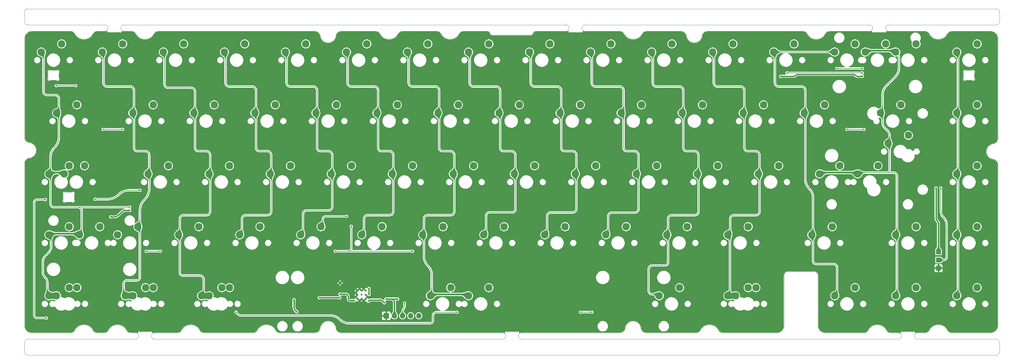
<source format=gtl>
G04 #@! TF.GenerationSoftware,KiCad,Pcbnew,(6.99.0-1912-g359c99991b)*
G04 #@! TF.CreationDate,2023-08-15T13:40:23+07:00*
G04 #@! TF.ProjectId,nyx,6e79782e-6b69-4636-9164-5f7063625858,2*
G04 #@! TF.SameCoordinates,Original*
G04 #@! TF.FileFunction,Copper,L1,Top*
G04 #@! TF.FilePolarity,Positive*
%FSLAX46Y46*%
G04 Gerber Fmt 4.6, Leading zero omitted, Abs format (unit mm)*
G04 Created by KiCad (PCBNEW (6.99.0-1912-g359c99991b)) date 2023-08-15 13:40:23*
%MOMM*%
%LPD*%
G01*
G04 APERTURE LIST*
G04 #@! TA.AperFunction,ComponentPad*
%ADD10C,2.300000*%
G04 #@! TD*
G04 #@! TA.AperFunction,ComponentPad*
%ADD11R,1.700000X1.700000*%
G04 #@! TD*
G04 #@! TA.AperFunction,ComponentPad*
%ADD12O,1.700000X1.700000*%
G04 #@! TD*
G04 #@! TA.AperFunction,ComponentPad*
%ADD13C,0.600000*%
G04 #@! TD*
G04 #@! TA.AperFunction,ComponentPad*
%ADD14C,0.500000*%
G04 #@! TD*
G04 #@! TA.AperFunction,ComponentPad*
%ADD15R,1.524000X1.524000*%
G04 #@! TD*
G04 #@! TA.AperFunction,ViaPad*
%ADD16C,0.500000*%
G04 #@! TD*
G04 #@! TA.AperFunction,Conductor*
%ADD17C,0.200000*%
G04 #@! TD*
G04 #@! TA.AperFunction,Conductor*
%ADD18C,0.500000*%
G04 #@! TD*
G04 #@! TA.AperFunction,Conductor*
%ADD19C,1.500000*%
G04 #@! TD*
G04 #@! TA.AperFunction,Conductor*
%ADD20C,0.400000*%
G04 #@! TD*
G04 #@! TA.AperFunction,Profile*
%ADD21C,0.100000*%
G04 #@! TD*
G04 APERTURE END LIST*
D10*
X219537323Y-70644823D03*
X225887323Y-68104823D03*
X7606073Y-51594823D03*
X13956073Y-49054823D03*
X100474823Y-13494823D03*
X106824823Y-10954823D03*
X290974823Y-51594823D03*
X297324823Y-49054823D03*
X214774823Y-13494823D03*
X221124823Y-10954823D03*
X181437323Y-70644823D03*
X187787323Y-68104823D03*
X269543573Y-42069823D03*
X275893573Y-39529823D03*
X138574823Y-13494823D03*
X144924823Y-10954823D03*
X7606073Y-89694823D03*
X13956073Y-87154823D03*
X200487323Y-70644823D03*
X206837323Y-68104823D03*
X43324823Y-13494823D03*
X49674823Y-10954823D03*
X17131073Y-70644823D03*
X23481073Y-68104823D03*
X76662323Y-51594823D03*
X83012323Y-49054823D03*
X290974823Y-70644823D03*
X297324823Y-68104823D03*
X198106073Y-89694823D03*
X204456073Y-87154823D03*
X157624823Y-13494823D03*
X163974823Y-10954823D03*
X190962323Y-51594823D03*
X197312323Y-49054823D03*
X148099823Y-32544823D03*
X154449823Y-30004823D03*
X119524823Y-13494823D03*
X125874823Y-10954823D03*
X57612323Y-51594823D03*
X63962323Y-49054823D03*
X243349823Y-32544823D03*
X249699823Y-30004823D03*
X260018573Y-51594823D03*
X266368573Y-49054823D03*
X133812323Y-51594823D03*
X140162323Y-49054823D03*
X24274823Y-13494823D03*
X30624823Y-10954823D03*
X271924823Y-13494823D03*
X278274823Y-10954823D03*
X205249823Y-32544823D03*
X211599823Y-30004823D03*
X221918573Y-89694823D03*
X228268573Y-87154823D03*
X48087323Y-70644823D03*
X54437323Y-68104823D03*
X33799823Y-32544823D03*
X40149823Y-30004823D03*
X138574823Y-89694823D03*
X144924823Y-87154823D03*
X126668573Y-89694823D03*
X133018573Y-87154823D03*
X271924823Y-89694823D03*
X278274823Y-87154823D03*
X176674823Y-13494823D03*
X183024823Y-10954823D03*
X210012323Y-51594823D03*
X216362323Y-49054823D03*
X90949823Y-32544823D03*
X97299823Y-30004823D03*
X162387323Y-70644823D03*
X168737323Y-68104823D03*
X195724823Y-13494823D03*
X202074823Y-10954823D03*
X109999823Y-32544823D03*
X116349823Y-30004823D03*
X233824823Y-13494823D03*
X240174823Y-10954823D03*
X167149823Y-32544823D03*
X173499823Y-30004823D03*
X271924823Y-70644823D03*
X278274823Y-68104823D03*
X57612323Y-89694823D03*
X63962323Y-87154823D03*
X143337323Y-70644823D03*
X149687323Y-68104823D03*
X67137323Y-70644823D03*
X73487323Y-68104823D03*
X95712323Y-51594823D03*
X102062323Y-49054823D03*
X12368573Y-51594823D03*
X18718573Y-49054823D03*
X229062323Y-51594823D03*
X235412323Y-49054823D03*
X224299823Y-32544823D03*
X230649823Y-30004823D03*
X290974823Y-32544823D03*
X297324823Y-30004823D03*
X267162323Y-32544823D03*
X273512323Y-30004823D03*
X290974823Y-13494823D03*
X297324823Y-10954823D03*
X129049823Y-32544823D03*
X135399823Y-30004823D03*
X71899823Y-32544823D03*
X78249823Y-30004823D03*
X38562323Y-51594823D03*
X44912323Y-49054823D03*
X29037323Y-70644823D03*
X35387323Y-68104823D03*
X252874823Y-89694823D03*
X259224823Y-87154823D03*
X9987323Y-89694823D03*
X16337323Y-87154823D03*
X62374823Y-13494823D03*
X68724823Y-10954823D03*
X5224823Y-13494823D03*
X11574823Y-10954823D03*
X124287323Y-70644823D03*
X130637323Y-68104823D03*
X55231073Y-89694823D03*
X61581073Y-87154823D03*
X105237323Y-70644823D03*
X111587323Y-68104823D03*
X262399823Y-13494823D03*
X268749823Y-10954823D03*
X114762323Y-51594823D03*
X121112323Y-49054823D03*
X86187323Y-70644823D03*
X92537323Y-68104823D03*
X152862323Y-51594823D03*
X159212323Y-49054823D03*
X219537323Y-89694823D03*
X225887323Y-87154823D03*
X9987323Y-32544823D03*
X16337323Y-30004823D03*
X7606073Y-70644823D03*
X13956073Y-68104823D03*
X252874823Y-13494823D03*
X259224823Y-10954823D03*
X33799823Y-89694823D03*
X40149823Y-87154823D03*
X171912323Y-51594823D03*
X178262323Y-49054823D03*
X290974823Y-89694823D03*
X297324823Y-87154823D03*
X186199823Y-32544823D03*
X192549823Y-30004823D03*
X31418573Y-89694823D03*
X37768573Y-87154823D03*
X245731073Y-70644823D03*
X252081073Y-68104823D03*
X248112323Y-51594823D03*
X254462323Y-49054823D03*
X52849823Y-32544823D03*
X59199823Y-30004823D03*
X81424823Y-13494823D03*
X87774823Y-10954823D03*
D11*
X112919999Y-95949999D03*
D12*
X115459999Y-95949999D03*
X117999999Y-95949999D03*
X120539999Y-95949999D03*
X123079999Y-95949999D03*
D13*
X106459823Y-88112399D03*
X105184823Y-88112399D03*
X103909823Y-88112399D03*
X106459823Y-89387399D03*
X105184823Y-89387399D03*
X103909823Y-89387399D03*
X106459823Y-90662399D03*
X105184823Y-90662399D03*
X103909823Y-90662399D03*
D14*
X98500000Y-85700000D03*
D15*
X285249999Y-75999999D03*
X285249999Y-78499999D03*
X285249999Y-81099999D03*
D16*
X253500000Y-18622323D03*
X261500000Y-18622323D03*
X256700000Y-37672323D03*
X30600000Y-37672323D03*
X262000000Y-37672323D03*
X24500000Y-37672323D03*
X22000000Y-59500000D03*
X36000000Y-56722323D03*
X42400000Y-75772323D03*
X121100000Y-75772323D03*
X38000000Y-75772323D03*
X96975000Y-75772323D03*
X102000000Y-68000000D03*
X135000000Y-94822323D03*
X173500000Y-94822323D03*
X66000000Y-94822323D03*
X177100000Y-94822323D03*
X32850000Y-62000000D03*
X100500000Y-64875000D03*
X285000000Y-21700000D03*
X94650000Y-88000000D03*
X5500000Y-58100000D03*
X96650000Y-18700000D03*
X21100000Y-23000000D03*
X121500000Y-78500000D03*
X102650000Y-96250000D03*
X5800000Y-29800000D03*
X116900000Y-92000000D03*
X16300000Y-50900000D03*
X106250000Y-96800000D03*
X129250000Y-18700000D03*
X224750000Y-77700000D03*
X91150000Y-18700000D03*
X21400000Y-57800000D03*
X137650000Y-78650000D03*
X251200000Y-77700000D03*
X134750000Y-18700000D03*
X34000000Y-18700000D03*
X39500000Y-18700000D03*
X205800000Y-77800000D03*
X276700000Y-77650000D03*
X107500000Y-87400000D03*
X107500000Y-89300000D03*
X116500000Y-90700000D03*
X92000000Y-90300000D03*
X98400000Y-90300000D03*
X112800000Y-90700000D03*
X107334823Y-91422323D03*
X102887057Y-91191834D03*
X112334823Y-91868649D03*
X98400000Y-89187399D03*
X26900000Y-65050000D03*
X32850000Y-63000000D03*
X236000000Y-21100000D03*
X284500000Y-56000000D03*
X84100000Y-90900000D03*
X261500000Y-21100000D03*
X85000000Y-94750000D03*
X118610000Y-92000000D03*
X286000000Y-56000000D03*
X9900000Y-24000000D03*
X16000000Y-24000000D03*
X6800000Y-96650000D03*
X6500000Y-59634823D03*
X238000000Y-20034823D03*
X261500000Y-20034823D03*
D17*
X261500000Y-18622323D02*
X253500000Y-18622323D01*
X30600000Y-37672323D02*
X24500000Y-37672323D01*
X262000000Y-37672323D02*
X256700000Y-37672323D01*
X22000000Y-59500000D02*
X25953196Y-59500000D01*
X36000000Y-56722323D02*
X32624481Y-56722323D01*
X29301079Y-58098921D02*
X29276598Y-58123402D01*
X25953196Y-59499997D02*
G75*
G03*
X29276598Y-58123402I4J4699997D01*
G01*
X32624481Y-56722303D02*
G75*
G03*
X29301079Y-58098921I19J-4699997D01*
G01*
X38000000Y-75772323D02*
X42400000Y-75772323D01*
X102000000Y-74715076D02*
X102000000Y-68000000D01*
X96975000Y-75772323D02*
X100942753Y-75772323D01*
X100942753Y-75772323D02*
X121100000Y-75772323D01*
X101685215Y-75464785D02*
X101692462Y-75457538D01*
X100942753Y-75772282D02*
G75*
G03*
X101685214Y-75464784I47J1049982D01*
G01*
X101692474Y-75457550D02*
G75*
G03*
X102000000Y-74715076I-742474J742450D01*
G01*
X173500000Y-94822323D02*
X177100000Y-94822323D01*
X135000000Y-94822323D02*
X128603542Y-94822323D01*
X126599715Y-98302880D02*
X101301156Y-98302880D01*
X98402018Y-97102018D02*
X98400862Y-97100862D01*
X95501724Y-95900000D02*
X67802551Y-95900000D01*
X127790369Y-95159150D02*
X127786827Y-95162692D01*
X66565114Y-95387437D02*
X66000000Y-94822323D01*
X127201041Y-98053636D02*
X127200756Y-98053921D01*
X127450000Y-95975865D02*
X127450000Y-97452595D01*
X126599715Y-98302896D02*
G75*
G03*
X127200755Y-98053920I-15J849996D01*
G01*
X128603542Y-94822346D02*
G75*
G03*
X127790369Y-95159150I-42J-1149954D01*
G01*
X98400850Y-97100874D02*
G75*
G03*
X95501724Y-95900000I-2899150J-2899126D01*
G01*
X66565139Y-95387412D02*
G75*
G03*
X67802551Y-95900000I1237461J1237412D01*
G01*
X98402044Y-97101992D02*
G75*
G03*
X101301156Y-98302880I2899156J2899092D01*
G01*
X127786845Y-95162710D02*
G75*
G03*
X127450000Y-95975865I813155J-813190D01*
G01*
X127201043Y-98053638D02*
G75*
G03*
X127450000Y-97452595I-601043J601038D01*
G01*
X6411701Y-83911701D02*
X6388299Y-83888299D01*
X10700000Y-40177460D02*
X10700000Y-33257500D01*
X8100000Y-60941422D02*
X8100000Y-52088750D01*
X7606073Y-51594823D02*
X8100000Y-51100896D01*
X17800000Y-69975896D02*
X17800000Y-63176346D01*
X5934823Y-25909440D02*
X5934823Y-14204823D01*
X8100000Y-52088750D02*
X7606073Y-51594823D01*
X16623654Y-62000000D02*
X9158578Y-62000000D01*
D18*
X7950896Y-70300000D02*
X16786250Y-70300000D01*
D17*
X6578680Y-77121320D02*
X7421321Y-76278679D01*
X9567406Y-26932583D02*
X6957966Y-26932583D01*
X5934823Y-14204823D02*
X5224823Y-13494823D01*
D18*
X16786250Y-70300000D02*
X17131073Y-70644823D01*
D17*
X10734823Y-31797323D02*
X10734823Y-28100000D01*
X9388730Y-43311270D02*
X9411270Y-43288730D01*
X7100000Y-89188750D02*
X7100000Y-85573402D01*
X5700000Y-82226598D02*
X5700000Y-79242641D01*
D19*
X7606073Y-89694823D02*
X9987323Y-89694823D01*
D17*
X8300000Y-74157359D02*
X8300000Y-71338750D01*
X6250859Y-26639690D02*
X6227716Y-26616547D01*
X17463173Y-62363173D02*
X17436827Y-62336827D01*
D18*
X7606073Y-70644823D02*
X7950896Y-70300000D01*
D17*
X17131073Y-70644823D02*
X17800000Y-69975896D01*
X7606073Y-89694823D02*
X7100000Y-89188750D01*
X32850000Y-62000000D02*
X16623654Y-62000000D01*
X8416116Y-61692462D02*
X8407538Y-61683884D01*
X10700000Y-33257500D02*
X9987323Y-32544823D01*
D18*
X11973750Y-51200000D02*
X8000896Y-51200000D01*
D17*
X9987323Y-32544823D02*
X10734823Y-31797323D01*
D18*
X12368573Y-51594823D02*
X11973750Y-51200000D01*
D17*
X10397996Y-27286827D02*
X10380579Y-27269410D01*
X8300000Y-71338750D02*
X7606073Y-70644823D01*
X8100000Y-51100896D02*
X8100000Y-46422540D01*
D18*
X8000896Y-51200000D02*
X7606073Y-51594823D01*
D17*
X8416127Y-61692451D02*
G75*
G03*
X9158578Y-62000000I742473J742451D01*
G01*
X5700002Y-82226598D02*
G75*
G03*
X6388299Y-83888299I2349998J-2D01*
G01*
X10734816Y-28100000D02*
G75*
G03*
X10397996Y-27286827I-1150016J0D01*
G01*
X17799996Y-63176346D02*
G75*
G03*
X17463173Y-62363173I-1149996J6D01*
G01*
X6250880Y-26639669D02*
G75*
G03*
X6957966Y-26932583I707120J707069D01*
G01*
X5934788Y-25909440D02*
G75*
G03*
X6227716Y-26616547I1000012J40D01*
G01*
X9388730Y-43311270D02*
G75*
G03*
X8100000Y-46422540I3111270J-3111270D01*
G01*
X6578680Y-77121320D02*
G75*
G03*
X5700000Y-79242641I2121320J-2121320D01*
G01*
X7421321Y-76278679D02*
G75*
G03*
X8300000Y-74157359I-2121321J2121319D01*
G01*
X7099998Y-85573402D02*
G75*
G03*
X6411701Y-83911701I-2349998J2D01*
G01*
X10380579Y-27269410D02*
G75*
G03*
X9567406Y-26932583I-813179J-813190D01*
G01*
X9411270Y-43288730D02*
G75*
G03*
X10700000Y-40177460I-3111270J3111270D01*
G01*
X8099985Y-60941422D02*
G75*
G03*
X8407538Y-61683884I1050015J22D01*
G01*
X17436850Y-62336804D02*
G75*
G03*
X16623654Y-62000000I-813150J-813196D01*
G01*
X34492995Y-44177818D02*
X34472183Y-44157006D01*
X34150000Y-32194646D02*
X34150000Y-25481879D01*
X36000000Y-83885786D02*
X36000000Y-68717500D01*
X35692893Y-84607107D02*
X35707107Y-84592893D01*
X24650000Y-23100000D02*
X24650000Y-13870000D01*
X38950000Y-56078932D02*
X38950000Y-51982500D01*
X38583884Y-44868707D02*
X38581294Y-44866117D01*
X31192893Y-85207107D02*
X31207107Y-85192893D01*
X36000000Y-68717500D02*
X35387323Y-68104823D01*
X38950000Y-51982500D02*
X38562323Y-51594823D01*
X33799823Y-32544823D02*
X34150000Y-32194646D01*
X31418573Y-89694823D02*
X30900000Y-89176250D01*
X25013173Y-23939519D02*
X24986827Y-23913173D01*
X38562323Y-51594823D02*
X38950000Y-51207146D01*
X37697410Y-44500000D02*
X35270812Y-44500000D01*
X24650000Y-13870000D02*
X24274823Y-13494823D01*
X36000000Y-67492146D02*
X36000000Y-63171068D01*
X33798528Y-24633351D02*
X33792995Y-24627818D01*
X37464466Y-59635534D02*
X37485534Y-59614466D01*
X34150000Y-32895000D02*
X33799823Y-32544823D01*
D19*
X31418573Y-89694823D02*
X33799823Y-89694823D01*
D17*
X35387323Y-68104823D02*
X36000000Y-67492146D01*
X38950000Y-51207146D02*
X38950000Y-45752590D01*
X31914214Y-84900000D02*
X34985786Y-84900000D01*
X34150000Y-43379188D02*
X34150000Y-32895000D01*
X30900000Y-89176250D02*
X30900000Y-85914214D01*
X32944467Y-24276346D02*
X25826346Y-24276346D01*
X34492989Y-44177824D02*
G75*
G03*
X35270812Y-44500000I777811J777824D01*
G01*
X37464482Y-59635550D02*
G75*
G03*
X36000000Y-63171068I3535518J-3535550D01*
G01*
X37485518Y-59614450D02*
G75*
G03*
X38950000Y-56078932I-3535518J3535550D01*
G01*
X31914214Y-84900010D02*
G75*
G03*
X31207107Y-85192893I-14J-999990D01*
G01*
X35707114Y-84592900D02*
G75*
G03*
X36000000Y-83885786I-707114J707100D01*
G01*
X38581289Y-44866122D02*
G75*
G03*
X37697410Y-44500000I-883889J-883878D01*
G01*
X33793023Y-24627790D02*
G75*
G03*
X32944467Y-24276346I-848523J-848610D01*
G01*
X34985786Y-84899990D02*
G75*
G03*
X35692893Y-84607107I14J999990D01*
G01*
X34150014Y-25481879D02*
G75*
G03*
X33798528Y-24633351I-1200014J-21D01*
G01*
X25013141Y-23939551D02*
G75*
G03*
X25826346Y-24276346I813159J813251D01*
G01*
X31192886Y-85207100D02*
G75*
G03*
X30900000Y-85914214I707114J-707100D01*
G01*
X34150009Y-43379188D02*
G75*
G03*
X34472183Y-44157006I1099991J-12D01*
G01*
X24650000Y-23100000D02*
G75*
G03*
X24986827Y-23913173I1150000J0D01*
G01*
X38950007Y-45752590D02*
G75*
G03*
X38583884Y-44868707I-1250007J-10D01*
G01*
X53200000Y-43379188D02*
X53200000Y-32895000D01*
X43700000Y-13870000D02*
X43324823Y-13494823D01*
X57612323Y-51594823D02*
X57950000Y-51257146D01*
X48087323Y-70644823D02*
X48450000Y-70282146D01*
X52849823Y-32544823D02*
X53200000Y-32194646D01*
X51994467Y-24694467D02*
X44876346Y-24694467D01*
X57950000Y-51932500D02*
X57612323Y-51594823D01*
X49626346Y-64500000D02*
X56773654Y-64500000D01*
X49464214Y-83400000D02*
X54723654Y-83400000D01*
X52848528Y-25051472D02*
X52842995Y-25045939D01*
X53542995Y-44177818D02*
X53522183Y-44157006D01*
X48087323Y-70644823D02*
X48450000Y-71007500D01*
D19*
X55231073Y-89694823D02*
X57612323Y-89694823D01*
D17*
X57586827Y-64163173D02*
X57613173Y-64136827D01*
X54320812Y-44500000D02*
X56697410Y-44500000D01*
X57950000Y-51257146D02*
X57950000Y-45752590D01*
X57583884Y-44868707D02*
X57581294Y-44866117D01*
X53200000Y-32895000D02*
X52849823Y-32544823D01*
X48450000Y-70282146D02*
X48450000Y-65675000D01*
X44063173Y-24357640D02*
X44036827Y-24331294D01*
X48450000Y-71007500D02*
X48450000Y-82385786D01*
X53200000Y-32194646D02*
X53200000Y-25900000D01*
X48742893Y-83092893D02*
X48757107Y-83107107D01*
X55900000Y-89025896D02*
X55231073Y-89694823D01*
X57950000Y-63323654D02*
X57950000Y-51932500D01*
X55536827Y-83736827D02*
X55563173Y-83763173D01*
X48786827Y-64863173D02*
X48813173Y-64836827D01*
X55900000Y-84576346D02*
X55900000Y-89025896D01*
X43700000Y-23518121D02*
X43700000Y-13870000D01*
X44063157Y-24357656D02*
G75*
G03*
X44876346Y-24694467I813143J813156D01*
G01*
X53199999Y-25900000D02*
G75*
G03*
X52848527Y-25051473I-1199999J0D01*
G01*
X57950007Y-45752590D02*
G75*
G03*
X57583884Y-44868707I-1250007J-10D01*
G01*
X43699985Y-23518121D02*
G75*
G03*
X44036827Y-24331294I1150015J21D01*
G01*
X56773654Y-64499967D02*
G75*
G03*
X57586826Y-64163172I46J1149967D01*
G01*
X49626346Y-64500033D02*
G75*
G03*
X48813174Y-64836828I-46J-1149967D01*
G01*
X52843018Y-25045916D02*
G75*
G03*
X51994467Y-24694467I-848518J-848584D01*
G01*
X55536850Y-83736804D02*
G75*
G03*
X54723654Y-83400000I-813150J-813196D01*
G01*
X53200009Y-43379188D02*
G75*
G03*
X53522183Y-44157006I1099991J-12D01*
G01*
X57581289Y-44866122D02*
G75*
G03*
X56697410Y-44500000I-883889J-883878D01*
G01*
X48786804Y-64863150D02*
G75*
G03*
X48450000Y-65676346I813196J-813150D01*
G01*
X48450010Y-82385786D02*
G75*
G03*
X48742893Y-83092893I999990J-14D01*
G01*
X57613196Y-64136850D02*
G75*
G03*
X57950000Y-63323654I-813196J813150D01*
G01*
X55899967Y-84576346D02*
G75*
G03*
X55563172Y-83763174I-1149967J46D01*
G01*
X48757100Y-83107114D02*
G75*
G03*
X49464214Y-83400000I707100J707114D01*
G01*
X53542989Y-44177824D02*
G75*
G03*
X54320812Y-44500000I777811J777824D01*
G01*
X67850000Y-69932146D02*
X67850000Y-65676346D01*
X62374823Y-13494823D02*
X62750000Y-13870000D01*
X72250000Y-25481879D02*
X72250000Y-32194646D01*
X76633884Y-44868707D02*
X76631294Y-44866117D01*
X63926346Y-24276346D02*
X71044467Y-24276346D01*
X63086827Y-23913173D02*
X63113173Y-23939519D01*
X77000000Y-51257146D02*
X77000000Y-45752590D01*
X68186827Y-64863173D02*
X68213173Y-64836827D01*
X71892995Y-24627818D02*
X71898528Y-24633351D01*
X76662323Y-51594823D02*
X77000000Y-51257146D01*
X72592995Y-44177818D02*
X72572183Y-44157006D01*
X76636827Y-64163173D02*
X76663173Y-64136827D01*
X72250000Y-32895000D02*
X71899823Y-32544823D01*
X72250000Y-43379188D02*
X72250000Y-32895000D01*
X67137323Y-70644823D02*
X67850000Y-69932146D01*
X62750000Y-13870000D02*
X62750000Y-23100000D01*
X72250000Y-32194646D02*
X71899823Y-32544823D01*
X75747410Y-44500000D02*
X73370812Y-44500000D01*
X77000000Y-51932500D02*
X76662323Y-51594823D01*
X77000000Y-63323654D02*
X77000000Y-51932500D01*
X69026346Y-64500000D02*
X75823654Y-64500000D01*
X69026346Y-64500033D02*
G75*
G03*
X68213174Y-64836828I-46J-1149967D01*
G01*
X72592989Y-44177824D02*
G75*
G03*
X73370812Y-44500000I777811J777824D01*
G01*
X76663196Y-64136850D02*
G75*
G03*
X77000000Y-63323654I-813196J813150D01*
G01*
X63113141Y-23939551D02*
G75*
G03*
X63926346Y-24276346I813159J813251D01*
G01*
X77000007Y-45752590D02*
G75*
G03*
X76633884Y-44868707I-1250007J-10D01*
G01*
X75823654Y-64499967D02*
G75*
G03*
X76636826Y-64163172I46J1149967D01*
G01*
X76631289Y-44866122D02*
G75*
G03*
X75747410Y-44500000I-883889J-883878D01*
G01*
X68186804Y-64863150D02*
G75*
G03*
X67850000Y-65676346I813196J-813150D01*
G01*
X62750000Y-23100000D02*
G75*
G03*
X63086827Y-23913173I1150000J0D01*
G01*
X72250014Y-25481879D02*
G75*
G03*
X71898528Y-24633351I-1200014J-21D01*
G01*
X71893023Y-24627790D02*
G75*
G03*
X71044467Y-24276346I-848523J-848610D01*
G01*
X72250009Y-43379188D02*
G75*
G03*
X72572183Y-44157006I1099991J-12D01*
G01*
X91300000Y-43379188D02*
X91300000Y-32895000D01*
X81424823Y-13494823D02*
X81800000Y-13870000D01*
X86900000Y-69932146D02*
X86900000Y-64176346D01*
X91300000Y-32194646D02*
X90949823Y-32544823D01*
X96050000Y-51932500D02*
X95712323Y-51594823D01*
X82976346Y-24276346D02*
X90094467Y-24276346D01*
X87236827Y-63363173D02*
X87263173Y-63336827D01*
X95712323Y-51594823D02*
X96050000Y-51257146D01*
X86187323Y-70644823D02*
X86900000Y-69932146D01*
X96050000Y-51257146D02*
X96050000Y-45752590D01*
X81800000Y-13870000D02*
X81800000Y-23100000D01*
X82136827Y-23913173D02*
X82163173Y-23939519D01*
X94797410Y-44500000D02*
X92420812Y-44500000D01*
X95686827Y-62663173D02*
X95713173Y-62636827D01*
X90942995Y-24627818D02*
X90948528Y-24633351D01*
X96050000Y-61823654D02*
X96050000Y-51932500D01*
X91300000Y-32895000D02*
X90949823Y-32544823D01*
X95683884Y-44868707D02*
X95681294Y-44866117D01*
X91300000Y-25481879D02*
X91300000Y-32194646D01*
X88076346Y-63000000D02*
X94873654Y-63000000D01*
X91642995Y-44177818D02*
X91622183Y-44157006D01*
X91300014Y-25481879D02*
G75*
G03*
X90948528Y-24633351I-1200014J-21D01*
G01*
X81800000Y-23100000D02*
G75*
G03*
X82136827Y-23913173I1150000J0D01*
G01*
X91300009Y-43379188D02*
G75*
G03*
X91622183Y-44157006I1099991J-12D01*
G01*
X91642989Y-44177824D02*
G75*
G03*
X92420812Y-44500000I777811J777824D01*
G01*
X87236804Y-63363150D02*
G75*
G03*
X86900000Y-64176346I813196J-813150D01*
G01*
X88076346Y-63000033D02*
G75*
G03*
X87263174Y-63336828I-46J-1149967D01*
G01*
X95681289Y-44866122D02*
G75*
G03*
X94797410Y-44500000I-883889J-883878D01*
G01*
X96050007Y-45752590D02*
G75*
G03*
X95683884Y-44868707I-1250007J-10D01*
G01*
X82163141Y-23939551D02*
G75*
G03*
X82976346Y-24276346I813159J813251D01*
G01*
X90943023Y-24627790D02*
G75*
G03*
X90094467Y-24276346I-848523J-848610D01*
G01*
X94873654Y-62999967D02*
G75*
G03*
X95686826Y-62663172I46J1149967D01*
G01*
X95713196Y-62636850D02*
G75*
G03*
X96050000Y-61823654I-813196J813150D01*
G01*
X114731294Y-44866117D02*
X114733884Y-44868707D01*
X110672183Y-44157006D02*
X110692995Y-44177818D01*
X105950000Y-69932146D02*
X105950000Y-65676346D01*
X107126346Y-64500000D02*
X113923654Y-64500000D01*
X110350000Y-32194646D02*
X110350000Y-25481879D01*
X105237323Y-70644823D02*
X105950000Y-69932146D01*
X109144467Y-24276346D02*
X102002692Y-24276346D01*
X110350000Y-32895000D02*
X110350000Y-43379188D01*
X100849520Y-23123174D02*
X100849520Y-13869520D01*
X106286827Y-64863173D02*
X106313173Y-64836827D01*
X115100000Y-51932500D02*
X114762323Y-51594823D01*
X109999823Y-32544823D02*
X110350000Y-32895000D01*
X100849520Y-13869520D02*
X100474823Y-13494823D01*
X109998528Y-24633351D02*
X109992995Y-24627818D01*
X114736827Y-64163173D02*
X114763173Y-64136827D01*
X115100000Y-63323654D02*
X115100000Y-51932500D01*
X115100000Y-45752590D02*
X115100000Y-51257146D01*
X115100000Y-51257146D02*
X114762323Y-51594823D01*
X111470812Y-44500000D02*
X113847410Y-44500000D01*
X109999823Y-32544823D02*
X110350000Y-32194646D01*
X101189519Y-23939519D02*
X101186347Y-23936347D01*
X115100007Y-45752590D02*
G75*
G03*
X114733884Y-44868707I-1250007J-10D01*
G01*
X101189514Y-23939524D02*
G75*
G03*
X102002692Y-24276346I813186J813224D01*
G01*
X110692989Y-44177824D02*
G75*
G03*
X111470812Y-44500000I777811J777824D01*
G01*
X114763196Y-64136850D02*
G75*
G03*
X115100000Y-63323654I-813196J813150D01*
G01*
X113923654Y-64499967D02*
G75*
G03*
X114736826Y-64163172I46J1149967D01*
G01*
X109993023Y-24627790D02*
G75*
G03*
X109144467Y-24276346I-848523J-848610D01*
G01*
X110350014Y-25481879D02*
G75*
G03*
X109998528Y-24633351I-1200014J-21D01*
G01*
X106286804Y-64863150D02*
G75*
G03*
X105950000Y-65676346I813196J-813150D01*
G01*
X114731289Y-44866122D02*
G75*
G03*
X113847410Y-44500000I-883889J-883878D01*
G01*
X100849533Y-23123174D02*
G75*
G03*
X101186348Y-23936346I1149967J-26D01*
G01*
X107126346Y-64500033D02*
G75*
G03*
X106313174Y-64836828I-46J-1149967D01*
G01*
X110350009Y-43379188D02*
G75*
G03*
X110672183Y-44157006I1099991J-12D01*
G01*
X133812323Y-51594823D02*
X134150000Y-51257146D01*
X129400000Y-43379188D02*
X129400000Y-32895000D01*
X129400000Y-32194646D02*
X129049823Y-32544823D01*
X121076346Y-24276346D02*
X128194467Y-24276346D01*
X133786827Y-64163173D02*
X133813173Y-64136827D01*
X124287323Y-70644823D02*
X124650000Y-71007500D01*
X134150000Y-63323654D02*
X134150000Y-51932500D01*
X124650000Y-71007500D02*
X124650000Y-77331014D01*
X125865507Y-80265507D02*
X125884493Y-80284493D01*
X127100000Y-83218986D02*
X127100000Y-89263396D01*
X119900000Y-13870000D02*
X119900000Y-23100000D01*
X124287323Y-70644823D02*
X124650000Y-70282146D01*
X124650000Y-70282146D02*
X124650000Y-65676346D01*
X119524823Y-13494823D02*
X119900000Y-13870000D01*
X129042995Y-24627818D02*
X129048528Y-24633351D01*
X127100000Y-89263396D02*
X126668573Y-89694823D01*
D18*
X138574823Y-89694823D02*
X138180000Y-89300000D01*
X138180000Y-89300000D02*
X127063396Y-89300000D01*
X127063396Y-89300000D02*
X126668573Y-89694823D01*
D17*
X120236827Y-23913173D02*
X120263173Y-23939519D01*
X129400000Y-32895000D02*
X129049823Y-32544823D01*
X124986827Y-64863173D02*
X125013173Y-64836827D01*
X134150000Y-51257146D02*
X134150000Y-45752590D01*
X134150000Y-51932500D02*
X133812323Y-51594823D01*
X133783884Y-44868707D02*
X133781294Y-44866117D01*
X129742995Y-44177818D02*
X129722183Y-44157006D01*
X129400000Y-25481879D02*
X129400000Y-32194646D01*
X125826346Y-64500000D02*
X132973654Y-64500000D01*
X132897410Y-44500000D02*
X130520812Y-44500000D01*
X125826346Y-64500033D02*
G75*
G03*
X125013174Y-64836828I-46J-1149967D01*
G01*
X127100009Y-83218986D02*
G75*
G03*
X125884493Y-80284493I-4150009J-14D01*
G01*
X120263141Y-23939551D02*
G75*
G03*
X121076346Y-24276346I813159J813251D01*
G01*
X132973654Y-64499967D02*
G75*
G03*
X133786826Y-64163172I46J1149967D01*
G01*
X133781289Y-44866122D02*
G75*
G03*
X132897410Y-44500000I-883889J-883878D01*
G01*
X124649991Y-77331014D02*
G75*
G03*
X125865507Y-80265507I4150009J14D01*
G01*
X129742989Y-44177824D02*
G75*
G03*
X130520812Y-44500000I777811J777824D01*
G01*
X129400014Y-25481879D02*
G75*
G03*
X129048528Y-24633351I-1200014J-21D01*
G01*
X129043023Y-24627790D02*
G75*
G03*
X128194467Y-24276346I-848523J-848610D01*
G01*
X134150007Y-45752590D02*
G75*
G03*
X133783884Y-44868707I-1250007J-10D01*
G01*
X129400009Y-43379188D02*
G75*
G03*
X129722183Y-44157006I1099991J-12D01*
G01*
X124986804Y-64863150D02*
G75*
G03*
X124650000Y-65676346I813196J-813150D01*
G01*
X133813196Y-64136850D02*
G75*
G03*
X134150000Y-63323654I-813196J813150D01*
G01*
X119900000Y-23100000D02*
G75*
G03*
X120236827Y-23913173I1150000J0D01*
G01*
X138950000Y-13870000D02*
X138950000Y-23100000D01*
X138574823Y-13494823D02*
X138950000Y-13870000D01*
X153200000Y-51257146D02*
X153200000Y-45752590D01*
X152862323Y-51594823D02*
X153200000Y-51257146D01*
X152894715Y-63349120D02*
X152907107Y-63336728D01*
X148450000Y-43379188D02*
X148450000Y-32895000D01*
X139286827Y-23913173D02*
X139313173Y-23939519D01*
X148092995Y-24627818D02*
X148098528Y-24633351D01*
X151947410Y-44500000D02*
X149570812Y-44500000D01*
X145072201Y-63642013D02*
X152187608Y-63642013D01*
X144342893Y-63957107D02*
X144365094Y-63934906D01*
X152833884Y-44868707D02*
X152831294Y-44866117D01*
X148450000Y-32194646D02*
X148099823Y-32544823D01*
X143337323Y-70644823D02*
X144050000Y-69932146D01*
X148792995Y-44177818D02*
X148772183Y-44157006D01*
X140126346Y-24276346D02*
X147244467Y-24276346D01*
X153200000Y-51932500D02*
X152862323Y-51594823D01*
X144050000Y-69932146D02*
X144050000Y-64664214D01*
X153200000Y-62629621D02*
X153200000Y-51932500D01*
X148450000Y-32895000D02*
X148099823Y-32544823D01*
X148450000Y-25481879D02*
X148450000Y-32194646D01*
X152187608Y-63642015D02*
G75*
G03*
X152894715Y-63349120I-8J1000015D01*
G01*
X138950000Y-23100000D02*
G75*
G03*
X139286827Y-23913173I1150000J0D01*
G01*
X148093023Y-24627790D02*
G75*
G03*
X147244467Y-24276346I-848523J-848610D01*
G01*
X153200007Y-45752590D02*
G75*
G03*
X152833884Y-44868707I-1250007J-10D01*
G01*
X152831289Y-44866122D02*
G75*
G03*
X151947410Y-44500000I-883889J-883878D01*
G01*
X145072201Y-63642010D02*
G75*
G03*
X144365094Y-63934906I-1J-999990D01*
G01*
X148450009Y-43379188D02*
G75*
G03*
X148772183Y-44157006I1099991J-12D01*
G01*
X152907096Y-63336717D02*
G75*
G03*
X153200000Y-62629621I-707096J707117D01*
G01*
X144342886Y-63957100D02*
G75*
G03*
X144050000Y-64664214I707114J-707100D01*
G01*
X139313141Y-23939551D02*
G75*
G03*
X140126346Y-24276346I813159J813251D01*
G01*
X148792989Y-44177824D02*
G75*
G03*
X149570812Y-44500000I777811J777824D01*
G01*
X148450014Y-25481879D02*
G75*
G03*
X148098528Y-24633351I-1200014J-21D01*
G01*
X171881294Y-44866117D02*
X171883884Y-44868707D01*
X167500000Y-32194646D02*
X167149823Y-32544823D01*
X159176346Y-24276346D02*
X166294467Y-24276346D01*
X168620812Y-44500000D02*
X170997410Y-44500000D01*
X157624823Y-13494823D02*
X158000000Y-13870000D01*
X163463173Y-63986827D02*
X163436827Y-64013173D01*
X172250000Y-45752590D02*
X172250000Y-51257146D01*
X171913173Y-63286827D02*
X171886827Y-63313173D01*
X167500000Y-25481879D02*
X167500000Y-32194646D01*
X158336827Y-23913173D02*
X158363173Y-23939519D01*
X172250000Y-51257146D02*
X171912323Y-51594823D01*
X167149823Y-32544823D02*
X167500000Y-32895000D01*
X158000000Y-13870000D02*
X158000000Y-23100000D01*
X172250000Y-51932500D02*
X172250000Y-62473654D01*
X167500000Y-32895000D02*
X167500000Y-43379188D01*
X167822183Y-44157006D02*
X167842995Y-44177818D01*
X171912323Y-51594823D02*
X172250000Y-51932500D01*
X163100000Y-69932146D02*
X162387323Y-70644823D01*
X163100000Y-64826346D02*
X163100000Y-69932146D01*
X167142995Y-24627818D02*
X167148528Y-24633351D01*
X171073654Y-63650000D02*
X164276346Y-63650000D01*
X171881289Y-44866122D02*
G75*
G03*
X170997410Y-44500000I-883889J-883878D01*
G01*
X167842989Y-44177824D02*
G75*
G03*
X168620812Y-44500000I777811J777824D01*
G01*
X172250007Y-45752590D02*
G75*
G03*
X171883884Y-44868707I-1250007J-10D01*
G01*
X164276346Y-63650033D02*
G75*
G03*
X163463174Y-63986828I-46J-1149967D01*
G01*
X158000000Y-23100000D02*
G75*
G03*
X158336827Y-23913173I1150000J0D01*
G01*
X167143023Y-24627790D02*
G75*
G03*
X166294467Y-24276346I-848523J-848610D01*
G01*
X171073654Y-63649967D02*
G75*
G03*
X171886826Y-63313172I46J1149967D01*
G01*
X163436804Y-64013150D02*
G75*
G03*
X163100000Y-64826346I813196J-813150D01*
G01*
X167500014Y-25481879D02*
G75*
G03*
X167148528Y-24633351I-1200014J-21D01*
G01*
X158363141Y-23939551D02*
G75*
G03*
X159176346Y-24276346I813159J813251D01*
G01*
X167500009Y-43379188D02*
G75*
G03*
X167822183Y-44157006I1099991J-12D01*
G01*
X171913196Y-63286850D02*
G75*
G03*
X172250000Y-62473654I-813196J813150D01*
G01*
X182150000Y-69932146D02*
X181437323Y-70644823D01*
X186934823Y-31809823D02*
X186199823Y-32544823D01*
X178226346Y-24276346D02*
X185729290Y-24276346D01*
X177386827Y-23913173D02*
X177413173Y-23939519D01*
X191634823Y-45752590D02*
X191634823Y-50922323D01*
X191313173Y-63336827D02*
X191286827Y-63363173D01*
X182513192Y-64036827D02*
X182486827Y-64063192D01*
X186934823Y-33279823D02*
X186934823Y-43379188D01*
X182150000Y-64876365D02*
X182150000Y-69932146D01*
X186577818Y-24627818D02*
X186583351Y-24633351D01*
X191650000Y-52282500D02*
X191650000Y-62523654D01*
X190962323Y-51594823D02*
X191650000Y-52282500D01*
X186934823Y-25481879D02*
X186934823Y-31809823D01*
X186199823Y-32544823D02*
X186934823Y-33279823D01*
X177050000Y-13870000D02*
X177050000Y-23100000D01*
X191634823Y-50922323D02*
X190962323Y-51594823D01*
X188055635Y-44500000D02*
X190382233Y-44500000D01*
X176674823Y-13494823D02*
X177050000Y-13870000D01*
X190473654Y-63700000D02*
X183326365Y-63700000D01*
X191266117Y-44866117D02*
X191268707Y-44868707D01*
X187257006Y-44157006D02*
X187277818Y-44177818D01*
X186934825Y-43379188D02*
G75*
G03*
X187257006Y-44157006I1099975J-12D01*
G01*
X186577834Y-24627802D02*
G75*
G03*
X185729290Y-24276346I-848534J-848598D01*
G01*
X191634823Y-45752590D02*
G75*
G03*
X191268707Y-44868707I-1250023J-10D01*
G01*
X177413141Y-23939551D02*
G75*
G03*
X178226346Y-24276346I813159J813251D01*
G01*
X190473654Y-63699967D02*
G75*
G03*
X191286826Y-63363172I46J1149967D01*
G01*
X183326365Y-63699975D02*
G75*
G03*
X182513192Y-64036827I35J-1150025D01*
G01*
X177050000Y-23100000D02*
G75*
G03*
X177386827Y-23913173I1150000J0D01*
G01*
X182486845Y-64063210D02*
G75*
G03*
X182150000Y-64876365I813155J-813190D01*
G01*
X186934830Y-25481879D02*
G75*
G03*
X186583350Y-24633352I-1200030J-21D01*
G01*
X191266100Y-44866134D02*
G75*
G03*
X190382233Y-44500000I-883900J-883866D01*
G01*
X191313196Y-63336850D02*
G75*
G03*
X191650000Y-62523654I-813196J813150D01*
G01*
X187277801Y-44177835D02*
G75*
G03*
X188055635Y-44500000I777799J777835D01*
G01*
X200850000Y-79277208D02*
X200850000Y-71007500D01*
X205625000Y-43379188D02*
X205625000Y-32920000D01*
X195136827Y-80563173D02*
X195163173Y-80536827D01*
X196099520Y-13869520D02*
X196099520Y-23123174D01*
X198106073Y-89694823D02*
X197611250Y-89200000D01*
X210376346Y-51958846D02*
X210012323Y-51594823D01*
X197611250Y-89200000D02*
X195814214Y-89200000D01*
X196436347Y-23936347D02*
X196439519Y-23939519D01*
X210375000Y-51232146D02*
X210375000Y-45752590D01*
X201186827Y-64863173D02*
X201213173Y-64836827D01*
X205967995Y-44177818D02*
X205947183Y-44157006D01*
X210013173Y-64163173D02*
X210039519Y-64136827D01*
X194800000Y-88185786D02*
X194800000Y-81376346D01*
X197252692Y-24276346D02*
X204419467Y-24276346D01*
X205625000Y-32920000D02*
X205249823Y-32544823D01*
X209122410Y-44500000D02*
X206745812Y-44500000D01*
X205625000Y-32169646D02*
X205249823Y-32544823D01*
X195976346Y-80200000D02*
X199927208Y-80200000D01*
X210012323Y-51594823D02*
X210375000Y-51232146D01*
X205625000Y-25481879D02*
X205625000Y-32169646D01*
X202026346Y-64500000D02*
X209200000Y-64500000D01*
X205267995Y-24627818D02*
X205273528Y-24633351D01*
X200850000Y-71007500D02*
X200487323Y-70644823D01*
X200563604Y-79936396D02*
X200586396Y-79913604D01*
X200487323Y-70644823D02*
X200850000Y-70282146D01*
X195724823Y-13494823D02*
X196099520Y-13869520D01*
X195107107Y-88907107D02*
X195092893Y-88892893D01*
X210008884Y-44868707D02*
X210006294Y-44866117D01*
X210376346Y-63323654D02*
X210376346Y-51958846D01*
X200850000Y-70282146D02*
X200850000Y-65676346D01*
X205268023Y-24627790D02*
G75*
G03*
X204419467Y-24276346I-848523J-848610D01*
G01*
X205967989Y-44177824D02*
G75*
G03*
X206745812Y-44500000I777811J777824D01*
G01*
X209200000Y-64500000D02*
G75*
G03*
X210013173Y-64163173I0J1150000D01*
G01*
X195107100Y-88907114D02*
G75*
G03*
X195814214Y-89200000I707100J707114D01*
G01*
X196439534Y-23939504D02*
G75*
G03*
X197252692Y-24276346I813166J813104D01*
G01*
X200586392Y-79913600D02*
G75*
G03*
X200850000Y-79277208I-636392J636400D01*
G01*
X199927208Y-80200005D02*
G75*
G03*
X200563604Y-79936396I-8J900005D01*
G01*
X195976346Y-80200033D02*
G75*
G03*
X195163174Y-80536828I-46J-1149967D01*
G01*
X201186804Y-64863150D02*
G75*
G03*
X200850000Y-65676346I813196J-813150D01*
G01*
X195136804Y-80563150D02*
G75*
G03*
X194800000Y-81376346I813196J-813150D01*
G01*
X210006289Y-44866122D02*
G75*
G03*
X209122410Y-44500000I-883889J-883878D01*
G01*
X205625014Y-25481879D02*
G75*
G03*
X205273528Y-24633351I-1200014J-21D01*
G01*
X196099533Y-23123174D02*
G75*
G03*
X196436348Y-23936346I1149967J-26D01*
G01*
X194800010Y-88185786D02*
G75*
G03*
X195092893Y-88892893I999990J-14D01*
G01*
X202026346Y-64500033D02*
G75*
G03*
X201213174Y-64836828I-46J-1149967D01*
G01*
X210375007Y-45752590D02*
G75*
G03*
X210008884Y-44868707I-1250007J-10D01*
G01*
X205625009Y-43379188D02*
G75*
G03*
X205947183Y-44157006I1099991J-12D01*
G01*
X210039551Y-64136859D02*
G75*
G03*
X210376346Y-63323654I-813251J813159D01*
G01*
X219537323Y-70644823D02*
X220200000Y-71307500D01*
X229061827Y-64163173D02*
X229088173Y-64136827D01*
X229425000Y-51232146D02*
X229062323Y-51594823D01*
X224997183Y-44157006D02*
X225017995Y-44177818D01*
X225795812Y-44500000D02*
X228172410Y-44500000D01*
X224299823Y-32544823D02*
X224675000Y-32920000D01*
X224317995Y-24627818D02*
X224323528Y-24633351D01*
X220586827Y-64863173D02*
X220613173Y-64836827D01*
X229425000Y-51957500D02*
X229062323Y-51594823D01*
X224675000Y-25481879D02*
X224675000Y-32169646D01*
X229425000Y-45752590D02*
X229425000Y-51232146D01*
X229056294Y-44866117D02*
X229058884Y-44868707D01*
X214774823Y-13494823D02*
X215150000Y-13870000D01*
X216326346Y-24276346D02*
X223469467Y-24276346D01*
X224675000Y-32169646D02*
X224299823Y-32544823D01*
X220200000Y-89032146D02*
X219537323Y-89694823D01*
X220200000Y-71307500D02*
X220200000Y-89032146D01*
X220250000Y-69932146D02*
X220250000Y-65676346D01*
X215486827Y-23913173D02*
X215513173Y-23939519D01*
X221426346Y-64500000D02*
X228248654Y-64500000D01*
X224675000Y-32920000D02*
X224675000Y-43379188D01*
X215150000Y-13870000D02*
X215150000Y-23100000D01*
X229425000Y-63323654D02*
X229425000Y-51957500D01*
D19*
X219537323Y-89694823D02*
X221918573Y-89694823D01*
D17*
X224675009Y-43379188D02*
G75*
G03*
X224997183Y-44157006I1099991J-12D01*
G01*
X224318023Y-24627790D02*
G75*
G03*
X223469467Y-24276346I-848523J-848610D01*
G01*
X220586804Y-64863150D02*
G75*
G03*
X220250000Y-65676346I813196J-813150D01*
G01*
X215513141Y-23939551D02*
G75*
G03*
X216326346Y-24276346I813159J813251D01*
G01*
X225017989Y-44177824D02*
G75*
G03*
X225795812Y-44500000I777811J777824D01*
G01*
X224675014Y-25481879D02*
G75*
G03*
X224323528Y-24633351I-1200014J-21D01*
G01*
X221426346Y-64500033D02*
G75*
G03*
X220613174Y-64836828I-46J-1149967D01*
G01*
X229088196Y-64136850D02*
G75*
G03*
X229425000Y-63323654I-813196J813150D01*
G01*
X228248654Y-64499967D02*
G75*
G03*
X229061826Y-64163172I46J1149967D01*
G01*
X229425007Y-45752590D02*
G75*
G03*
X229058884Y-44868707I-1250007J-10D01*
G01*
X229056289Y-44866122D02*
G75*
G03*
X228172410Y-44500000I-883889J-883878D01*
G01*
X215150000Y-23100000D02*
G75*
G03*
X215486827Y-23913173I1150000J0D01*
G01*
X252585786Y-79800000D02*
X247114214Y-79800000D01*
X234536827Y-23913173D02*
X234563173Y-23939519D01*
X246100000Y-59000000D02*
X246100000Y-70275896D01*
X246407107Y-79507107D02*
X246392893Y-79492893D01*
X243349823Y-32544823D02*
X243725000Y-32920000D01*
X253307107Y-80107107D02*
X253292893Y-80092893D01*
X243367995Y-24627818D02*
X243373528Y-24633351D01*
X246100000Y-78785786D02*
X246100000Y-71013750D01*
X244896573Y-56139719D02*
X244928427Y-56171573D01*
X246100000Y-70275896D02*
X245731073Y-70644823D01*
X246100000Y-71013750D02*
X245731073Y-70644823D01*
X243725000Y-32169646D02*
X243349823Y-32544823D01*
X235376346Y-24276346D02*
X242519467Y-24276346D01*
X234200000Y-13870000D02*
X234200000Y-23100000D01*
X253600000Y-88969646D02*
X253600000Y-80814214D01*
X233824823Y-13494823D02*
X234200000Y-13870000D01*
X243725000Y-25481879D02*
X243725000Y-32169646D01*
X243725000Y-32920000D02*
X243725000Y-53311292D01*
X252874823Y-89694823D02*
X253600000Y-88969646D01*
X233824823Y-13494823D02*
X252874823Y-13494823D01*
X243725006Y-53311292D02*
G75*
G03*
X244896573Y-56139719I3999994J-8D01*
G01*
X246100010Y-78785786D02*
G75*
G03*
X246392893Y-79492893I999990J-14D01*
G01*
X234200000Y-23100000D02*
G75*
G03*
X234536827Y-23913173I1150000J0D01*
G01*
X253292900Y-80092886D02*
G75*
G03*
X252585786Y-79800000I-707100J-707114D01*
G01*
X234563141Y-23939551D02*
G75*
G03*
X235376346Y-24276346I813159J813251D01*
G01*
X246099999Y-59000000D02*
G75*
G03*
X244928426Y-56171574I-3999999J0D01*
G01*
X253599990Y-80814214D02*
G75*
G03*
X253307107Y-80107107I-999990J14D01*
G01*
X246407100Y-79507114D02*
G75*
G03*
X247114214Y-79800000I707100J707114D01*
G01*
X243368023Y-24627790D02*
G75*
G03*
X242519467Y-24276346I-848523J-848610D01*
G01*
X243725014Y-25481879D02*
G75*
G03*
X243373528Y-24633351I-1200014J-21D01*
G01*
X272007107Y-51507107D02*
X271992893Y-51492893D01*
D18*
X262794646Y-13100000D02*
X271530000Y-13100000D01*
D17*
X272300000Y-71020000D02*
X272300000Y-89319646D01*
X260018573Y-51594823D02*
X260413396Y-51200000D01*
D18*
X271530000Y-13100000D02*
X271924823Y-13494823D01*
D17*
X267162323Y-32544823D02*
X267800000Y-33182500D01*
X260413396Y-51200000D02*
X268985786Y-51200000D01*
X270000000Y-42526250D02*
X269543573Y-42069823D01*
X270000000Y-50185786D02*
X270000000Y-42526250D01*
X271924823Y-70644823D02*
X272300000Y-71020000D01*
X267162323Y-32544823D02*
X267800000Y-31907146D01*
D18*
X248507146Y-51200000D02*
X248112323Y-51594823D01*
X260018573Y-51594823D02*
X259623750Y-51200000D01*
D17*
X267800000Y-33182500D02*
X267800000Y-35464466D01*
X272900000Y-18497667D02*
X272900000Y-15091320D01*
X272300000Y-70269646D02*
X272300000Y-52214214D01*
D18*
X259623750Y-51200000D02*
X248507146Y-51200000D01*
X262399823Y-13494823D02*
X262794646Y-13100000D01*
D17*
X272460660Y-14030660D02*
X271924823Y-13494823D01*
X269692893Y-50907107D02*
X269707107Y-50892893D01*
X271285786Y-51200000D02*
X268985786Y-51200000D01*
X268971573Y-24082948D02*
X271728427Y-21326094D01*
X267800000Y-31907146D02*
X267800000Y-26911375D01*
X272300000Y-89319646D02*
X271924823Y-89694823D01*
X270000000Y-41613396D02*
X269543573Y-42069823D01*
X268532233Y-37232233D02*
X269267767Y-37967767D01*
X270000000Y-39735534D02*
X270000000Y-41613396D01*
X271924823Y-70644823D02*
X272300000Y-70269646D01*
X271728444Y-21326111D02*
G75*
G03*
X272900000Y-18497667I-2828444J2828411D01*
G01*
X271992900Y-51492886D02*
G75*
G03*
X271285786Y-51200000I-707100J-707114D01*
G01*
X268971585Y-24082960D02*
G75*
G03*
X267800000Y-26911375I2828415J-2828440D01*
G01*
X269999976Y-39735534D02*
G75*
G03*
X269267767Y-37967767I-2499976J34D01*
G01*
X268985786Y-51199990D02*
G75*
G03*
X269692893Y-50907107I14J999990D01*
G01*
X269707114Y-50892900D02*
G75*
G03*
X270000000Y-50185786I-707114J707100D01*
G01*
X272299990Y-52214214D02*
G75*
G03*
X272007107Y-51507107I-999990J14D01*
G01*
X267800024Y-35464466D02*
G75*
G03*
X268532233Y-37232233I2499976J-34D01*
G01*
X272899985Y-15091320D02*
G75*
G03*
X272460660Y-14030660I-1499985J20D01*
G01*
X290974823Y-51594823D02*
X291350000Y-51970000D01*
X291350000Y-13870000D02*
X290974823Y-13494823D01*
X291350000Y-32169646D02*
X291350000Y-13870000D01*
X291350000Y-32920000D02*
X291350000Y-51219646D01*
X291350000Y-89319646D02*
X290974823Y-89694823D01*
X290974823Y-32544823D02*
X291350000Y-32920000D01*
X291350000Y-70269646D02*
X290974823Y-70644823D01*
X291350000Y-51970000D02*
X291350000Y-70269646D01*
X290974823Y-32544823D02*
X291350000Y-32169646D01*
X290974823Y-70644823D02*
X291350000Y-71020000D01*
X291350000Y-51219646D02*
X290974823Y-51594823D01*
X291350000Y-71020000D02*
X291350000Y-89319646D01*
X93977082Y-64875000D02*
X100500000Y-64875000D01*
X93348959Y-65151041D02*
X93376041Y-65123959D01*
X93100000Y-67542146D02*
X93100000Y-65752082D01*
X92537323Y-68104823D02*
X93100000Y-67542146D01*
X93977082Y-64874987D02*
G75*
G03*
X93376041Y-65123959I18J-850013D01*
G01*
X93348968Y-65151050D02*
G75*
G03*
X93100000Y-65752082I601032J-601050D01*
G01*
D20*
X92000000Y-90300000D02*
X98400000Y-90300000D01*
X114358579Y-90700000D02*
X116500000Y-90700000D01*
X114358579Y-90700000D02*
X112800000Y-90700000D01*
X115136396Y-91022182D02*
X115137817Y-91023603D01*
X107500000Y-89300000D02*
X107500000Y-87400000D01*
X115460000Y-91801421D02*
X115460000Y-95950000D01*
X115459985Y-91801421D02*
G75*
G03*
X115137817Y-91023603I-1099985J21D01*
G01*
X115136406Y-91022172D02*
G75*
G03*
X114358579Y-90700000I-777806J-777828D01*
G01*
X107334823Y-91422323D02*
X107592051Y-91165095D01*
X101034823Y-90573795D02*
X101034823Y-89945483D01*
X107945604Y-91018649D02*
X110867734Y-91018649D01*
X101228598Y-91016098D02*
X101210559Y-90998059D01*
X102887057Y-91191834D02*
X101652862Y-91191834D01*
X100815153Y-89415153D02*
X100807069Y-89407069D01*
X111921170Y-91454996D02*
X112334823Y-91868649D01*
X100276739Y-89187399D02*
X98400000Y-89187399D01*
X101228610Y-91016086D02*
G75*
G03*
X101652862Y-91191834I424290J424286D01*
G01*
X101034820Y-90573795D02*
G75*
G03*
X101210559Y-90998059I599980J-5D01*
G01*
X107945604Y-91018667D02*
G75*
G03*
X107592051Y-91165095I-4J-500033D01*
G01*
X100807050Y-89407088D02*
G75*
G03*
X100276739Y-89187399I-530350J-530312D01*
G01*
X111921146Y-91455020D02*
G75*
G03*
X110867734Y-91018649I-1053446J-1053380D01*
G01*
X101034828Y-89945483D02*
G75*
G03*
X100815153Y-89415153I-750028J-17D01*
G01*
X284883883Y-66283883D02*
X284866116Y-66266116D01*
X241414214Y-20484343D02*
X258601443Y-20484343D01*
X259308550Y-20777236D02*
X259338421Y-20807107D01*
X284500000Y-56000000D02*
X284500000Y-65382233D01*
X30214213Y-63585787D02*
X29335786Y-64464214D01*
X27921573Y-65050000D02*
X26900000Y-65050000D01*
X32850000Y-63000000D02*
X31628427Y-63000000D01*
X84100000Y-90900000D02*
X84100000Y-93228680D01*
X260045528Y-21100000D02*
X261500000Y-21100000D01*
X84539340Y-94289340D02*
X85000000Y-94750000D01*
X236000000Y-21100000D02*
X239970129Y-21100000D01*
X240677236Y-20807107D02*
X240707107Y-20777236D01*
X285250000Y-76000000D02*
X285250000Y-67167767D01*
X239970129Y-21100020D02*
G75*
G03*
X240677235Y-20807106I-29J1000020D01*
G01*
X241414214Y-20484340D02*
G75*
G03*
X240707107Y-20777236I-14J-999960D01*
G01*
X84100015Y-93228680D02*
G75*
G03*
X84539340Y-94289340I1499985J-20D01*
G01*
X259308519Y-20777267D02*
G75*
G03*
X258601443Y-20484343I-707119J-707033D01*
G01*
X284499977Y-65382233D02*
G75*
G03*
X284866116Y-66266116I1250023J33D01*
G01*
X27921573Y-65049980D02*
G75*
G03*
X29335785Y-64464213I27J1999980D01*
G01*
X285250023Y-67167767D02*
G75*
G03*
X284883883Y-66283883I-1250023J-33D01*
G01*
X259338407Y-20807121D02*
G75*
G03*
X260045528Y-21100000I707093J707121D01*
G01*
X31628427Y-63000020D02*
G75*
G03*
X30214214Y-63585788I-27J-1999980D01*
G01*
D17*
X118292893Y-93731321D02*
X118317107Y-93707107D01*
X118000000Y-94438428D02*
X118000000Y-95950000D01*
X118610000Y-93000000D02*
X118610000Y-92000000D01*
X118292879Y-93731307D02*
G75*
G03*
X118000000Y-94438428I707121J-707093D01*
G01*
X118317107Y-93707107D02*
G75*
G03*
X118610000Y-93000000I-707107J707107D01*
G01*
X287800000Y-67463351D02*
X287800000Y-77647918D01*
X287551041Y-78248959D02*
X287548959Y-78251041D01*
X286947918Y-78500000D02*
X285250000Y-78500000D01*
X286893325Y-65293325D02*
X286906676Y-65306676D01*
X286000000Y-56000000D02*
X286000000Y-63136649D01*
X285999966Y-63136649D02*
G75*
G03*
X286893325Y-65293325I3050034J49D01*
G01*
X287799963Y-67463351D02*
G75*
G03*
X286906676Y-65306676I-3049963J51D01*
G01*
X286947918Y-78500013D02*
G75*
G03*
X287548959Y-78251041I-18J850013D01*
G01*
X287551032Y-78248950D02*
G75*
G03*
X287800000Y-77647918I-601032J601050D01*
G01*
X16000000Y-24000000D02*
X9900000Y-24000000D01*
X3958680Y-59634823D02*
X6500000Y-59634823D01*
X3278249Y-59921751D02*
X3286929Y-59913071D01*
X3286396Y-96386396D02*
X3263604Y-96363604D01*
X6800000Y-96650000D02*
X3922792Y-96650000D01*
X3000000Y-95727208D02*
X3000000Y-60593503D01*
X3278248Y-59921750D02*
G75*
G03*
X3000000Y-60593503I671752J-671750D01*
G01*
X3958680Y-59634803D02*
G75*
G03*
X3286930Y-59913072I20J-949997D01*
G01*
X2999995Y-95727208D02*
G75*
G03*
X3263604Y-96363604I900005J8D01*
G01*
X3286400Y-96386392D02*
G75*
G03*
X3922792Y-96650000I636400J636392D01*
G01*
X238000000Y-20034823D02*
X261500000Y-20034823D01*
G04 #@! TA.AperFunction,Conductor*
G36*
X66228695Y-94731288D02*
G01*
X66235159Y-94738042D01*
X66267770Y-94826699D01*
X66267967Y-94827282D01*
X66290864Y-94901427D01*
X66314730Y-94963557D01*
X66354266Y-95026946D01*
X66354604Y-95027324D01*
X66354605Y-95027325D01*
X66416883Y-95096918D01*
X66419846Y-95105368D01*
X66416437Y-95112993D01*
X66290670Y-95238760D01*
X66282397Y-95242187D01*
X66274595Y-95239206D01*
X66205002Y-95176928D01*
X66205001Y-95176927D01*
X66204623Y-95176589D01*
X66141234Y-95137053D01*
X66079104Y-95113187D01*
X66004959Y-95090290D01*
X66004376Y-95090093D01*
X65915719Y-95057482D01*
X65909137Y-95051409D01*
X65908932Y-95042063D01*
X65915129Y-95026946D01*
X65996969Y-94827286D01*
X65997436Y-94826147D01*
X66003824Y-94819759D01*
X66136089Y-94765543D01*
X66219740Y-94731255D01*
X66228695Y-94731288D01*
G37*
G04 #@! TD.AperFunction*
G04 #@! TA.AperFunction,Conductor*
G36*
X24606686Y-37446444D02*
G01*
X24619894Y-37452548D01*
X24692449Y-37486080D01*
X24692963Y-37486335D01*
X24733789Y-37507895D01*
X24761430Y-37522492D01*
X24761441Y-37522497D01*
X24761607Y-37522585D01*
X24822416Y-37549642D01*
X24845271Y-37554939D01*
X24894706Y-37566396D01*
X24894710Y-37566397D01*
X24895195Y-37566509D01*
X24895697Y-37566537D01*
X24895698Y-37566537D01*
X24988948Y-37571710D01*
X24997019Y-37575590D01*
X25000000Y-37583392D01*
X25000000Y-37761254D01*
X24996573Y-37769527D01*
X24988948Y-37772936D01*
X24895698Y-37778108D01*
X24895697Y-37778108D01*
X24895195Y-37778136D01*
X24894710Y-37778248D01*
X24894706Y-37778249D01*
X24845271Y-37789706D01*
X24822416Y-37795003D01*
X24761607Y-37822060D01*
X24761441Y-37822148D01*
X24761430Y-37822153D01*
X24724116Y-37841859D01*
X24692979Y-37858302D01*
X24692447Y-37858566D01*
X24606686Y-37898202D01*
X24597739Y-37898562D01*
X24590985Y-37892098D01*
X24576900Y-37858444D01*
X24539684Y-37769527D01*
X24500891Y-37676840D01*
X24500891Y-37667806D01*
X24550347Y-37549642D01*
X24590986Y-37452547D01*
X24597340Y-37446239D01*
X24606686Y-37446444D01*
G37*
G04 #@! TD.AperFunction*
G04 #@! TA.AperFunction,Conductor*
G36*
X10006686Y-23774121D02*
G01*
X10019894Y-23780225D01*
X10092449Y-23813757D01*
X10092963Y-23814012D01*
X10133789Y-23835572D01*
X10161430Y-23850169D01*
X10161441Y-23850174D01*
X10161607Y-23850262D01*
X10222416Y-23877319D01*
X10245271Y-23882616D01*
X10294706Y-23894073D01*
X10294710Y-23894074D01*
X10295195Y-23894186D01*
X10295697Y-23894214D01*
X10295698Y-23894214D01*
X10388948Y-23899387D01*
X10397019Y-23903267D01*
X10400000Y-23911069D01*
X10400000Y-24088931D01*
X10396573Y-24097204D01*
X10388948Y-24100613D01*
X10295698Y-24105785D01*
X10295697Y-24105785D01*
X10295195Y-24105813D01*
X10294710Y-24105925D01*
X10294706Y-24105926D01*
X10245271Y-24117383D01*
X10222416Y-24122680D01*
X10161607Y-24149737D01*
X10161441Y-24149825D01*
X10161430Y-24149830D01*
X10124116Y-24169536D01*
X10092979Y-24185979D01*
X10092447Y-24186243D01*
X10006686Y-24225879D01*
X9997739Y-24226239D01*
X9990985Y-24219775D01*
X9976900Y-24186121D01*
X9939684Y-24097204D01*
X9900891Y-24004517D01*
X9900891Y-23995483D01*
X9950347Y-23877319D01*
X9990986Y-23780224D01*
X9997340Y-23773916D01*
X10006686Y-23774121D01*
G37*
G04 #@! TD.AperFunction*
G04 #@! TA.AperFunction,Conductor*
G36*
X22106686Y-59274121D02*
G01*
X22119894Y-59280225D01*
X22192449Y-59313757D01*
X22192963Y-59314012D01*
X22233789Y-59335572D01*
X22261430Y-59350169D01*
X22261441Y-59350174D01*
X22261607Y-59350262D01*
X22322416Y-59377319D01*
X22345271Y-59382616D01*
X22394706Y-59394073D01*
X22394710Y-59394074D01*
X22395195Y-59394186D01*
X22395697Y-59394214D01*
X22395698Y-59394214D01*
X22488948Y-59399387D01*
X22497019Y-59403267D01*
X22500000Y-59411069D01*
X22500000Y-59588931D01*
X22496573Y-59597204D01*
X22488948Y-59600613D01*
X22395698Y-59605785D01*
X22395697Y-59605785D01*
X22395195Y-59605813D01*
X22394710Y-59605925D01*
X22394706Y-59605926D01*
X22345271Y-59617383D01*
X22322416Y-59622680D01*
X22261607Y-59649737D01*
X22261441Y-59649825D01*
X22261430Y-59649830D01*
X22224116Y-59669536D01*
X22192979Y-59685979D01*
X22192447Y-59686243D01*
X22106686Y-59725879D01*
X22097739Y-59726239D01*
X22090985Y-59719775D01*
X22076900Y-59686121D01*
X22039684Y-59597204D01*
X22000891Y-59504517D01*
X22000891Y-59495483D01*
X22050347Y-59377319D01*
X22090986Y-59280224D01*
X22097340Y-59273916D01*
X22106686Y-59274121D01*
G37*
G04 #@! TD.AperFunction*
G04 #@! TA.AperFunction,Conductor*
G36*
X253606686Y-18396444D02*
G01*
X253619894Y-18402548D01*
X253692449Y-18436080D01*
X253692963Y-18436335D01*
X253733789Y-18457895D01*
X253761430Y-18472492D01*
X253761441Y-18472497D01*
X253761607Y-18472585D01*
X253822416Y-18499642D01*
X253845271Y-18504939D01*
X253894706Y-18516396D01*
X253894710Y-18516397D01*
X253895195Y-18516509D01*
X253895697Y-18516537D01*
X253895698Y-18516537D01*
X253988948Y-18521710D01*
X253997019Y-18525590D01*
X254000000Y-18533392D01*
X254000000Y-18711254D01*
X253996573Y-18719527D01*
X253988948Y-18722936D01*
X253895698Y-18728108D01*
X253895697Y-18728108D01*
X253895195Y-18728136D01*
X253894710Y-18728248D01*
X253894706Y-18728249D01*
X253845271Y-18739706D01*
X253822416Y-18745003D01*
X253761607Y-18772060D01*
X253761441Y-18772148D01*
X253761430Y-18772153D01*
X253724116Y-18791859D01*
X253692979Y-18808302D01*
X253692447Y-18808566D01*
X253606686Y-18848202D01*
X253597739Y-18848562D01*
X253590985Y-18842098D01*
X253576900Y-18808444D01*
X253539684Y-18719527D01*
X253500891Y-18626840D01*
X253500891Y-18617806D01*
X253550347Y-18499642D01*
X253590986Y-18402547D01*
X253597340Y-18396239D01*
X253606686Y-18396444D01*
G37*
G04 #@! TD.AperFunction*
G04 #@! TA.AperFunction,Conductor*
G36*
X173606686Y-94596444D02*
G01*
X173619894Y-94602548D01*
X173692449Y-94636080D01*
X173692963Y-94636335D01*
X173733789Y-94657895D01*
X173761430Y-94672492D01*
X173761441Y-94672497D01*
X173761607Y-94672585D01*
X173822416Y-94699642D01*
X173845271Y-94704939D01*
X173894706Y-94716396D01*
X173894710Y-94716397D01*
X173895195Y-94716509D01*
X173895697Y-94716537D01*
X173895698Y-94716537D01*
X173988948Y-94721710D01*
X173997019Y-94725590D01*
X174000000Y-94733392D01*
X174000000Y-94911254D01*
X173996573Y-94919527D01*
X173988948Y-94922936D01*
X173895698Y-94928108D01*
X173895697Y-94928108D01*
X173895195Y-94928136D01*
X173894710Y-94928248D01*
X173894706Y-94928249D01*
X173845271Y-94939706D01*
X173822416Y-94945003D01*
X173761607Y-94972060D01*
X173761441Y-94972148D01*
X173761430Y-94972153D01*
X173724116Y-94991859D01*
X173692979Y-95008302D01*
X173692447Y-95008566D01*
X173606686Y-95048202D01*
X173597739Y-95048562D01*
X173590985Y-95042098D01*
X173576900Y-95008444D01*
X173539684Y-94919527D01*
X173500891Y-94826840D01*
X173500891Y-94817806D01*
X173550347Y-94699642D01*
X173590986Y-94602547D01*
X173597340Y-94596239D01*
X173606686Y-94596444D01*
G37*
G04 #@! TD.AperFunction*
G04 #@! TA.AperFunction,Conductor*
G36*
X286116446Y-56047738D02*
G01*
X286219776Y-56090986D01*
X286226084Y-56097340D01*
X286225879Y-56106686D01*
X286186252Y-56192428D01*
X286186248Y-56192436D01*
X286185979Y-56192979D01*
X286149737Y-56261607D01*
X286122680Y-56322416D01*
X286105813Y-56395195D01*
X286105785Y-56395697D01*
X286105785Y-56395698D01*
X286100613Y-56488948D01*
X286096733Y-56497019D01*
X286088931Y-56500000D01*
X285911069Y-56500000D01*
X285902796Y-56496573D01*
X285899387Y-56488948D01*
X285894214Y-56395698D01*
X285894214Y-56395697D01*
X285894186Y-56395195D01*
X285877319Y-56322416D01*
X285850262Y-56261607D01*
X285814012Y-56192963D01*
X285813751Y-56192436D01*
X285774121Y-56106686D01*
X285773761Y-56097739D01*
X285780224Y-56090986D01*
X285883554Y-56047738D01*
X285995483Y-56000891D01*
X286004517Y-56000891D01*
X286116446Y-56047738D01*
G37*
G04 #@! TD.AperFunction*
G04 #@! TA.AperFunction,Conductor*
G36*
X238106686Y-19808944D02*
G01*
X238119894Y-19815048D01*
X238192449Y-19848580D01*
X238192963Y-19848835D01*
X238233789Y-19870395D01*
X238261430Y-19884992D01*
X238261441Y-19884997D01*
X238261607Y-19885085D01*
X238322416Y-19912142D01*
X238345271Y-19917439D01*
X238394706Y-19928896D01*
X238394710Y-19928897D01*
X238395195Y-19929009D01*
X238395697Y-19929037D01*
X238395698Y-19929037D01*
X238488948Y-19934210D01*
X238497019Y-19938090D01*
X238500000Y-19945892D01*
X238500000Y-20123754D01*
X238496573Y-20132027D01*
X238488948Y-20135436D01*
X238395698Y-20140608D01*
X238395697Y-20140608D01*
X238395195Y-20140636D01*
X238394710Y-20140748D01*
X238394706Y-20140749D01*
X238345271Y-20152206D01*
X238322416Y-20157503D01*
X238261607Y-20184560D01*
X238261441Y-20184648D01*
X238261430Y-20184653D01*
X238224116Y-20204359D01*
X238192979Y-20220802D01*
X238192447Y-20221066D01*
X238106686Y-20260702D01*
X238097739Y-20261062D01*
X238090985Y-20254598D01*
X238076900Y-20220944D01*
X238039684Y-20132027D01*
X238000891Y-20039340D01*
X238000891Y-20030306D01*
X238050347Y-19912142D01*
X238090986Y-19815047D01*
X238097340Y-19808739D01*
X238106686Y-19808944D01*
G37*
G04 #@! TD.AperFunction*
G04 #@! TA.AperFunction,Conductor*
G36*
X256806686Y-37446444D02*
G01*
X256819894Y-37452548D01*
X256892449Y-37486080D01*
X256892963Y-37486335D01*
X256933789Y-37507895D01*
X256961430Y-37522492D01*
X256961441Y-37522497D01*
X256961607Y-37522585D01*
X257022416Y-37549642D01*
X257045271Y-37554939D01*
X257094706Y-37566396D01*
X257094710Y-37566397D01*
X257095195Y-37566509D01*
X257095697Y-37566537D01*
X257095698Y-37566537D01*
X257188948Y-37571710D01*
X257197019Y-37575590D01*
X257200000Y-37583392D01*
X257200000Y-37761254D01*
X257196573Y-37769527D01*
X257188948Y-37772936D01*
X257095698Y-37778108D01*
X257095697Y-37778108D01*
X257095195Y-37778136D01*
X257094710Y-37778248D01*
X257094706Y-37778249D01*
X257045271Y-37789706D01*
X257022416Y-37795003D01*
X256961607Y-37822060D01*
X256961441Y-37822148D01*
X256961430Y-37822153D01*
X256924116Y-37841859D01*
X256892979Y-37858302D01*
X256892447Y-37858566D01*
X256806686Y-37898202D01*
X256797739Y-37898562D01*
X256790985Y-37892098D01*
X256776900Y-37858444D01*
X256739684Y-37769527D01*
X256700891Y-37676840D01*
X256700891Y-37667806D01*
X256750347Y-37549642D01*
X256790986Y-37452547D01*
X256797340Y-37446239D01*
X256806686Y-37446444D01*
G37*
G04 #@! TD.AperFunction*
G04 #@! TA.AperFunction,Conductor*
G36*
X102116446Y-68047738D02*
G01*
X102219776Y-68090986D01*
X102226084Y-68097340D01*
X102225879Y-68106686D01*
X102186252Y-68192428D01*
X102186248Y-68192436D01*
X102185979Y-68192979D01*
X102149737Y-68261607D01*
X102122680Y-68322416D01*
X102105813Y-68395195D01*
X102105785Y-68395697D01*
X102105785Y-68395698D01*
X102100613Y-68488948D01*
X102096733Y-68497019D01*
X102088931Y-68500000D01*
X101911069Y-68500000D01*
X101902796Y-68496573D01*
X101899387Y-68488948D01*
X101894214Y-68395698D01*
X101894214Y-68395697D01*
X101894186Y-68395195D01*
X101877319Y-68322416D01*
X101850262Y-68261607D01*
X101814012Y-68192963D01*
X101813751Y-68192436D01*
X101774121Y-68106686D01*
X101773761Y-68097739D01*
X101780224Y-68090986D01*
X101883554Y-68047738D01*
X101995483Y-68000891D01*
X102004517Y-68000891D01*
X102116446Y-68047738D01*
G37*
G04 #@! TD.AperFunction*
G04 #@! TA.AperFunction,Conductor*
G36*
X38106686Y-75546444D02*
G01*
X38119894Y-75552548D01*
X38192449Y-75586080D01*
X38192963Y-75586335D01*
X38233789Y-75607895D01*
X38261430Y-75622492D01*
X38261441Y-75622497D01*
X38261607Y-75622585D01*
X38322416Y-75649642D01*
X38345271Y-75654939D01*
X38394706Y-75666396D01*
X38394710Y-75666397D01*
X38395195Y-75666509D01*
X38395697Y-75666537D01*
X38395698Y-75666537D01*
X38488948Y-75671710D01*
X38497019Y-75675590D01*
X38500000Y-75683392D01*
X38500000Y-75861254D01*
X38496573Y-75869527D01*
X38488948Y-75872936D01*
X38395698Y-75878108D01*
X38395697Y-75878108D01*
X38395195Y-75878136D01*
X38394710Y-75878248D01*
X38394706Y-75878249D01*
X38345271Y-75889706D01*
X38322416Y-75895003D01*
X38261607Y-75922060D01*
X38261441Y-75922148D01*
X38261430Y-75922153D01*
X38224116Y-75941859D01*
X38192979Y-75958302D01*
X38192447Y-75958566D01*
X38106686Y-75998202D01*
X38097739Y-75998562D01*
X38090985Y-75992098D01*
X38076900Y-75958444D01*
X38039684Y-75869527D01*
X38000891Y-75776840D01*
X38000891Y-75767806D01*
X38050347Y-75649642D01*
X38090986Y-75552547D01*
X38097340Y-75546239D01*
X38106686Y-75546444D01*
G37*
G04 #@! TD.AperFunction*
G04 #@! TA.AperFunction,Conductor*
G36*
X118726446Y-92047738D02*
G01*
X118829776Y-92090986D01*
X118836084Y-92097340D01*
X118835879Y-92106686D01*
X118796252Y-92192428D01*
X118796248Y-92192436D01*
X118795979Y-92192979D01*
X118759737Y-92261607D01*
X118732680Y-92322416D01*
X118715813Y-92395195D01*
X118715785Y-92395697D01*
X118715785Y-92395698D01*
X118710613Y-92488948D01*
X118706733Y-92497019D01*
X118698931Y-92500000D01*
X118521069Y-92500000D01*
X118512796Y-92496573D01*
X118509387Y-92488948D01*
X118504214Y-92395698D01*
X118504214Y-92395697D01*
X118504186Y-92395195D01*
X118487319Y-92322416D01*
X118460262Y-92261607D01*
X118424012Y-92192963D01*
X118423751Y-92192436D01*
X118384121Y-92106686D01*
X118383761Y-92097739D01*
X118390224Y-92090986D01*
X118493554Y-92047738D01*
X118605483Y-92000891D01*
X118614517Y-92000891D01*
X118726446Y-92047738D01*
G37*
G04 #@! TD.AperFunction*
G04 #@! TA.AperFunction,Conductor*
G36*
X97081686Y-75546444D02*
G01*
X97094894Y-75552548D01*
X97167449Y-75586080D01*
X97167963Y-75586335D01*
X97208789Y-75607895D01*
X97236430Y-75622492D01*
X97236441Y-75622497D01*
X97236607Y-75622585D01*
X97297416Y-75649642D01*
X97320271Y-75654939D01*
X97369706Y-75666396D01*
X97369710Y-75666397D01*
X97370195Y-75666509D01*
X97370697Y-75666537D01*
X97370698Y-75666537D01*
X97463948Y-75671710D01*
X97472019Y-75675590D01*
X97475000Y-75683392D01*
X97475000Y-75861254D01*
X97471573Y-75869527D01*
X97463948Y-75872936D01*
X97370698Y-75878108D01*
X97370697Y-75878108D01*
X97370195Y-75878136D01*
X97369710Y-75878248D01*
X97369706Y-75878249D01*
X97320271Y-75889706D01*
X97297416Y-75895003D01*
X97236607Y-75922060D01*
X97236441Y-75922148D01*
X97236430Y-75922153D01*
X97199116Y-75941859D01*
X97167979Y-75958302D01*
X97167447Y-75958566D01*
X97081686Y-75998202D01*
X97072739Y-75998562D01*
X97065985Y-75992098D01*
X97051900Y-75958444D01*
X97014684Y-75869527D01*
X96975891Y-75776840D01*
X96975891Y-75767806D01*
X97025347Y-75649642D01*
X97065986Y-75552547D01*
X97072340Y-75546239D01*
X97081686Y-75546444D01*
G37*
G04 #@! TD.AperFunction*
G04 #@! TA.AperFunction,Conductor*
G36*
X6409014Y-59415047D02*
G01*
X6449653Y-59512142D01*
X6499109Y-59630306D01*
X6499109Y-59639340D01*
X6460513Y-59731556D01*
X6423046Y-59821075D01*
X6409015Y-59854598D01*
X6402660Y-59860907D01*
X6393314Y-59860702D01*
X6370183Y-59850012D01*
X6307549Y-59821065D01*
X6307035Y-59820810D01*
X6266207Y-59799249D01*
X6238569Y-59784653D01*
X6238558Y-59784648D01*
X6238392Y-59784560D01*
X6177582Y-59757503D01*
X6154622Y-59752182D01*
X6105293Y-59740749D01*
X6105289Y-59740748D01*
X6104804Y-59740636D01*
X6104302Y-59740608D01*
X6104301Y-59740608D01*
X6011052Y-59735436D01*
X6002981Y-59731556D01*
X6000000Y-59723754D01*
X6000000Y-59545892D01*
X6003427Y-59537619D01*
X6011052Y-59534210D01*
X6104301Y-59529037D01*
X6104302Y-59529037D01*
X6104804Y-59529009D01*
X6105289Y-59528897D01*
X6105293Y-59528896D01*
X6154622Y-59517463D01*
X6177582Y-59512142D01*
X6238392Y-59485085D01*
X6238558Y-59484997D01*
X6238569Y-59484992D01*
X6266207Y-59470396D01*
X6307035Y-59448835D01*
X6307549Y-59448580D01*
X6380106Y-59415048D01*
X6393314Y-59408944D01*
X6402261Y-59408584D01*
X6409014Y-59415047D01*
G37*
G04 #@! TD.AperFunction*
G04 #@! TA.AperFunction,Conductor*
G36*
X177009014Y-94602547D02*
G01*
X177049653Y-94699642D01*
X177099109Y-94817806D01*
X177099109Y-94826840D01*
X177060513Y-94919056D01*
X177023046Y-95008575D01*
X177009015Y-95042098D01*
X177002660Y-95048407D01*
X176993314Y-95048202D01*
X176970183Y-95037512D01*
X176907549Y-95008565D01*
X176907035Y-95008310D01*
X176866207Y-94986749D01*
X176838569Y-94972153D01*
X176838558Y-94972148D01*
X176838392Y-94972060D01*
X176777582Y-94945003D01*
X176754622Y-94939682D01*
X176705293Y-94928249D01*
X176705289Y-94928248D01*
X176704804Y-94928136D01*
X176704302Y-94928108D01*
X176704301Y-94928108D01*
X176611052Y-94922936D01*
X176602981Y-94919056D01*
X176600000Y-94911254D01*
X176600000Y-94733392D01*
X176603427Y-94725119D01*
X176611052Y-94721710D01*
X176704301Y-94716537D01*
X176704302Y-94716537D01*
X176704804Y-94716509D01*
X176705289Y-94716397D01*
X176705293Y-94716396D01*
X176754622Y-94704963D01*
X176777582Y-94699642D01*
X176838392Y-94672585D01*
X176838558Y-94672497D01*
X176838569Y-94672492D01*
X176866207Y-94657896D01*
X176907035Y-94636335D01*
X176907549Y-94636080D01*
X176980106Y-94602548D01*
X176993314Y-94596444D01*
X177002261Y-94596084D01*
X177009014Y-94602547D01*
G37*
G04 #@! TD.AperFunction*
G04 #@! TA.AperFunction,Conductor*
G36*
X134909014Y-94602547D02*
G01*
X134949653Y-94699642D01*
X134999109Y-94817806D01*
X134999109Y-94826840D01*
X134960513Y-94919056D01*
X134923046Y-95008575D01*
X134909015Y-95042098D01*
X134902660Y-95048407D01*
X134893314Y-95048202D01*
X134870183Y-95037512D01*
X134807549Y-95008565D01*
X134807035Y-95008310D01*
X134766207Y-94986749D01*
X134738569Y-94972153D01*
X134738558Y-94972148D01*
X134738392Y-94972060D01*
X134677582Y-94945003D01*
X134654622Y-94939682D01*
X134605293Y-94928249D01*
X134605289Y-94928248D01*
X134604804Y-94928136D01*
X134604302Y-94928108D01*
X134604301Y-94928108D01*
X134511052Y-94922936D01*
X134502981Y-94919056D01*
X134500000Y-94911254D01*
X134500000Y-94733392D01*
X134503427Y-94725119D01*
X134511052Y-94721710D01*
X134604301Y-94716537D01*
X134604302Y-94716537D01*
X134604804Y-94716509D01*
X134605289Y-94716397D01*
X134605293Y-94716396D01*
X134654622Y-94704963D01*
X134677582Y-94699642D01*
X134738392Y-94672585D01*
X134738558Y-94672497D01*
X134738569Y-94672492D01*
X134766207Y-94657896D01*
X134807035Y-94636335D01*
X134807549Y-94636080D01*
X134880106Y-94602548D01*
X134893314Y-94596444D01*
X134902261Y-94596084D01*
X134909014Y-94602547D01*
G37*
G04 #@! TD.AperFunction*
G04 #@! TA.AperFunction,Conductor*
G36*
X100409014Y-64655224D02*
G01*
X100449653Y-64752319D01*
X100499109Y-64870483D01*
X100499109Y-64879517D01*
X100460513Y-64971733D01*
X100423046Y-65061252D01*
X100409015Y-65094775D01*
X100402660Y-65101084D01*
X100393314Y-65100879D01*
X100370183Y-65090189D01*
X100307549Y-65061242D01*
X100307035Y-65060987D01*
X100266207Y-65039426D01*
X100238569Y-65024830D01*
X100238558Y-65024825D01*
X100238392Y-65024737D01*
X100177582Y-64997680D01*
X100154622Y-64992359D01*
X100105293Y-64980926D01*
X100105289Y-64980925D01*
X100104804Y-64980813D01*
X100104302Y-64980785D01*
X100104301Y-64980785D01*
X100011052Y-64975613D01*
X100002981Y-64971733D01*
X100000000Y-64963931D01*
X100000000Y-64786069D01*
X100003427Y-64777796D01*
X100011052Y-64774387D01*
X100104301Y-64769214D01*
X100104302Y-64769214D01*
X100104804Y-64769186D01*
X100105289Y-64769074D01*
X100105293Y-64769073D01*
X100154622Y-64757640D01*
X100177582Y-64752319D01*
X100238392Y-64725262D01*
X100238558Y-64725174D01*
X100238569Y-64725169D01*
X100266207Y-64710573D01*
X100307035Y-64689012D01*
X100307549Y-64688757D01*
X100380106Y-64655225D01*
X100393314Y-64649121D01*
X100402261Y-64648761D01*
X100409014Y-64655224D01*
G37*
G04 #@! TD.AperFunction*
G04 #@! TA.AperFunction,Conductor*
G36*
X6709014Y-96430224D02*
G01*
X6749653Y-96527319D01*
X6799109Y-96645483D01*
X6799109Y-96654517D01*
X6760513Y-96746733D01*
X6723046Y-96836252D01*
X6709015Y-96869775D01*
X6702660Y-96876084D01*
X6693314Y-96875879D01*
X6670183Y-96865189D01*
X6607549Y-96836242D01*
X6607035Y-96835987D01*
X6566207Y-96814426D01*
X6538569Y-96799830D01*
X6538558Y-96799825D01*
X6538392Y-96799737D01*
X6477582Y-96772680D01*
X6454622Y-96767359D01*
X6405293Y-96755926D01*
X6405289Y-96755925D01*
X6404804Y-96755813D01*
X6404302Y-96755785D01*
X6404301Y-96755785D01*
X6311052Y-96750613D01*
X6302981Y-96746733D01*
X6300000Y-96738931D01*
X6300000Y-96561069D01*
X6303427Y-96552796D01*
X6311052Y-96549387D01*
X6404301Y-96544214D01*
X6404302Y-96544214D01*
X6404804Y-96544186D01*
X6405289Y-96544074D01*
X6405293Y-96544073D01*
X6454622Y-96532640D01*
X6477582Y-96527319D01*
X6538392Y-96500262D01*
X6538558Y-96500174D01*
X6538569Y-96500169D01*
X6566207Y-96485573D01*
X6607035Y-96464012D01*
X6607549Y-96463757D01*
X6680106Y-96430225D01*
X6693314Y-96424121D01*
X6702261Y-96423761D01*
X6709014Y-96430224D01*
G37*
G04 #@! TD.AperFunction*
G04 #@! TA.AperFunction,Conductor*
G36*
X35909014Y-56502547D02*
G01*
X35949653Y-56599642D01*
X35999109Y-56717806D01*
X35999109Y-56726840D01*
X35960513Y-56819056D01*
X35923046Y-56908575D01*
X35909015Y-56942098D01*
X35902660Y-56948407D01*
X35893314Y-56948202D01*
X35870183Y-56937512D01*
X35807549Y-56908565D01*
X35807035Y-56908310D01*
X35766207Y-56886749D01*
X35738569Y-56872153D01*
X35738558Y-56872148D01*
X35738392Y-56872060D01*
X35677582Y-56845003D01*
X35654622Y-56839682D01*
X35605293Y-56828249D01*
X35605289Y-56828248D01*
X35604804Y-56828136D01*
X35604302Y-56828108D01*
X35604301Y-56828108D01*
X35511052Y-56822936D01*
X35502981Y-56819056D01*
X35500000Y-56811254D01*
X35500000Y-56633392D01*
X35503427Y-56625119D01*
X35511052Y-56621710D01*
X35604301Y-56616537D01*
X35604302Y-56616537D01*
X35604804Y-56616509D01*
X35605289Y-56616397D01*
X35605293Y-56616396D01*
X35654622Y-56604963D01*
X35677582Y-56599642D01*
X35738392Y-56572585D01*
X35738558Y-56572497D01*
X35738569Y-56572492D01*
X35766207Y-56557896D01*
X35807035Y-56536335D01*
X35807549Y-56536080D01*
X35880106Y-56502548D01*
X35893314Y-56496444D01*
X35902261Y-56496084D01*
X35909014Y-56502547D01*
G37*
G04 #@! TD.AperFunction*
G04 #@! TA.AperFunction,Conductor*
G36*
X261409014Y-19815047D02*
G01*
X261449653Y-19912142D01*
X261499109Y-20030306D01*
X261499109Y-20039340D01*
X261460513Y-20131556D01*
X261423046Y-20221075D01*
X261409015Y-20254598D01*
X261402660Y-20260907D01*
X261393314Y-20260702D01*
X261370183Y-20250012D01*
X261307549Y-20221065D01*
X261307035Y-20220810D01*
X261266207Y-20199249D01*
X261238569Y-20184653D01*
X261238558Y-20184648D01*
X261238392Y-20184560D01*
X261177582Y-20157503D01*
X261154622Y-20152182D01*
X261105293Y-20140749D01*
X261105289Y-20140748D01*
X261104804Y-20140636D01*
X261104302Y-20140608D01*
X261104301Y-20140608D01*
X261011052Y-20135436D01*
X261002981Y-20131556D01*
X261000000Y-20123754D01*
X261000000Y-19945892D01*
X261003427Y-19937619D01*
X261011052Y-19934210D01*
X261104301Y-19929037D01*
X261104302Y-19929037D01*
X261104804Y-19929009D01*
X261105289Y-19928897D01*
X261105293Y-19928896D01*
X261154622Y-19917463D01*
X261177582Y-19912142D01*
X261238392Y-19885085D01*
X261238558Y-19884997D01*
X261238569Y-19884992D01*
X261266207Y-19870396D01*
X261307035Y-19848835D01*
X261307549Y-19848580D01*
X261380106Y-19815048D01*
X261393314Y-19808944D01*
X261402261Y-19808584D01*
X261409014Y-19815047D01*
G37*
G04 #@! TD.AperFunction*
G04 #@! TA.AperFunction,Conductor*
G36*
X261409014Y-18402547D02*
G01*
X261449653Y-18499642D01*
X261499109Y-18617806D01*
X261499109Y-18626840D01*
X261460513Y-18719056D01*
X261423046Y-18808575D01*
X261409015Y-18842098D01*
X261402660Y-18848407D01*
X261393314Y-18848202D01*
X261370183Y-18837512D01*
X261307549Y-18808565D01*
X261307035Y-18808310D01*
X261266207Y-18786749D01*
X261238569Y-18772153D01*
X261238558Y-18772148D01*
X261238392Y-18772060D01*
X261177582Y-18745003D01*
X261154622Y-18739682D01*
X261105293Y-18728249D01*
X261105289Y-18728248D01*
X261104804Y-18728136D01*
X261104302Y-18728108D01*
X261104301Y-18728108D01*
X261011052Y-18722936D01*
X261002981Y-18719056D01*
X261000000Y-18711254D01*
X261000000Y-18533392D01*
X261003427Y-18525119D01*
X261011052Y-18521710D01*
X261104301Y-18516537D01*
X261104302Y-18516537D01*
X261104804Y-18516509D01*
X261105289Y-18516397D01*
X261105293Y-18516396D01*
X261154622Y-18504963D01*
X261177582Y-18499642D01*
X261238392Y-18472585D01*
X261238558Y-18472497D01*
X261238569Y-18472492D01*
X261266207Y-18457896D01*
X261307035Y-18436335D01*
X261307549Y-18436080D01*
X261380106Y-18402548D01*
X261393314Y-18396444D01*
X261402261Y-18396084D01*
X261409014Y-18402547D01*
G37*
G04 #@! TD.AperFunction*
G04 #@! TA.AperFunction,Conductor*
G36*
X121009014Y-75552547D02*
G01*
X121049653Y-75649642D01*
X121099109Y-75767806D01*
X121099109Y-75776840D01*
X121060513Y-75869056D01*
X121023046Y-75958575D01*
X121009015Y-75992098D01*
X121002660Y-75998407D01*
X120993314Y-75998202D01*
X120970183Y-75987512D01*
X120907549Y-75958565D01*
X120907035Y-75958310D01*
X120866207Y-75936749D01*
X120838569Y-75922153D01*
X120838558Y-75922148D01*
X120838392Y-75922060D01*
X120777582Y-75895003D01*
X120754622Y-75889682D01*
X120705293Y-75878249D01*
X120705289Y-75878248D01*
X120704804Y-75878136D01*
X120704302Y-75878108D01*
X120704301Y-75878108D01*
X120611052Y-75872936D01*
X120602981Y-75869056D01*
X120600000Y-75861254D01*
X120600000Y-75683392D01*
X120603427Y-75675119D01*
X120611052Y-75671710D01*
X120704301Y-75666537D01*
X120704302Y-75666537D01*
X120704804Y-75666509D01*
X120705289Y-75666397D01*
X120705293Y-75666396D01*
X120754622Y-75654963D01*
X120777582Y-75649642D01*
X120838392Y-75622585D01*
X120838558Y-75622497D01*
X120838569Y-75622492D01*
X120866207Y-75607896D01*
X120907035Y-75586335D01*
X120907549Y-75586080D01*
X120980106Y-75552548D01*
X120993314Y-75546444D01*
X121002261Y-75546084D01*
X121009014Y-75552547D01*
G37*
G04 #@! TD.AperFunction*
G04 #@! TA.AperFunction,Conductor*
G36*
X261909014Y-37452547D02*
G01*
X261949653Y-37549642D01*
X261999109Y-37667806D01*
X261999109Y-37676840D01*
X261960513Y-37769056D01*
X261923046Y-37858575D01*
X261909015Y-37892098D01*
X261902660Y-37898407D01*
X261893314Y-37898202D01*
X261870183Y-37887512D01*
X261807549Y-37858565D01*
X261807035Y-37858310D01*
X261766207Y-37836749D01*
X261738569Y-37822153D01*
X261738558Y-37822148D01*
X261738392Y-37822060D01*
X261677582Y-37795003D01*
X261654622Y-37789682D01*
X261605293Y-37778249D01*
X261605289Y-37778248D01*
X261604804Y-37778136D01*
X261604302Y-37778108D01*
X261604301Y-37778108D01*
X261511052Y-37772936D01*
X261502981Y-37769056D01*
X261500000Y-37761254D01*
X261500000Y-37583392D01*
X261503427Y-37575119D01*
X261511052Y-37571710D01*
X261604301Y-37566537D01*
X261604302Y-37566537D01*
X261604804Y-37566509D01*
X261605289Y-37566397D01*
X261605293Y-37566396D01*
X261654622Y-37554963D01*
X261677582Y-37549642D01*
X261738392Y-37522585D01*
X261738558Y-37522497D01*
X261738569Y-37522492D01*
X261766207Y-37507896D01*
X261807035Y-37486335D01*
X261807549Y-37486080D01*
X261880106Y-37452548D01*
X261893314Y-37446444D01*
X261902261Y-37446084D01*
X261909014Y-37452547D01*
G37*
G04 #@! TD.AperFunction*
G04 #@! TA.AperFunction,Conductor*
G36*
X32759014Y-61780224D02*
G01*
X32799653Y-61877319D01*
X32849109Y-61995483D01*
X32849109Y-62004517D01*
X32810513Y-62096733D01*
X32773046Y-62186252D01*
X32759015Y-62219775D01*
X32752660Y-62226084D01*
X32743314Y-62225879D01*
X32720183Y-62215189D01*
X32657549Y-62186242D01*
X32657035Y-62185987D01*
X32616207Y-62164426D01*
X32588569Y-62149830D01*
X32588558Y-62149825D01*
X32588392Y-62149737D01*
X32527582Y-62122680D01*
X32504622Y-62117359D01*
X32455293Y-62105926D01*
X32455289Y-62105925D01*
X32454804Y-62105813D01*
X32454302Y-62105785D01*
X32454301Y-62105785D01*
X32361052Y-62100613D01*
X32352981Y-62096733D01*
X32350000Y-62088931D01*
X32350000Y-61911069D01*
X32353427Y-61902796D01*
X32361052Y-61899387D01*
X32454301Y-61894214D01*
X32454302Y-61894214D01*
X32454804Y-61894186D01*
X32455289Y-61894074D01*
X32455293Y-61894073D01*
X32504622Y-61882640D01*
X32527582Y-61877319D01*
X32588392Y-61850262D01*
X32588558Y-61850174D01*
X32588569Y-61850169D01*
X32616207Y-61835573D01*
X32657035Y-61814012D01*
X32657549Y-61813757D01*
X32730106Y-61780225D01*
X32743314Y-61774121D01*
X32752261Y-61773761D01*
X32759014Y-61780224D01*
G37*
G04 #@! TD.AperFunction*
G04 #@! TA.AperFunction,Conductor*
G36*
X30509014Y-37452547D02*
G01*
X30549653Y-37549642D01*
X30599109Y-37667806D01*
X30599109Y-37676840D01*
X30560513Y-37769056D01*
X30523046Y-37858575D01*
X30509015Y-37892098D01*
X30502660Y-37898407D01*
X30493314Y-37898202D01*
X30470183Y-37887512D01*
X30407549Y-37858565D01*
X30407035Y-37858310D01*
X30366207Y-37836749D01*
X30338569Y-37822153D01*
X30338558Y-37822148D01*
X30338392Y-37822060D01*
X30277582Y-37795003D01*
X30254622Y-37789682D01*
X30205293Y-37778249D01*
X30205289Y-37778248D01*
X30204804Y-37778136D01*
X30204302Y-37778108D01*
X30204301Y-37778108D01*
X30111052Y-37772936D01*
X30102981Y-37769056D01*
X30100000Y-37761254D01*
X30100000Y-37583392D01*
X30103427Y-37575119D01*
X30111052Y-37571710D01*
X30204301Y-37566537D01*
X30204302Y-37566537D01*
X30204804Y-37566509D01*
X30205289Y-37566397D01*
X30205293Y-37566396D01*
X30254622Y-37554963D01*
X30277582Y-37549642D01*
X30338392Y-37522585D01*
X30338558Y-37522497D01*
X30338569Y-37522492D01*
X30366207Y-37507896D01*
X30407035Y-37486335D01*
X30407549Y-37486080D01*
X30480106Y-37452548D01*
X30493314Y-37446444D01*
X30502261Y-37446084D01*
X30509014Y-37452547D01*
G37*
G04 #@! TD.AperFunction*
G04 #@! TA.AperFunction,Conductor*
G36*
X42309014Y-75552547D02*
G01*
X42349653Y-75649642D01*
X42399109Y-75767806D01*
X42399109Y-75776840D01*
X42360513Y-75869056D01*
X42323046Y-75958575D01*
X42309015Y-75992098D01*
X42302660Y-75998407D01*
X42293314Y-75998202D01*
X42270183Y-75987512D01*
X42207549Y-75958565D01*
X42207035Y-75958310D01*
X42166207Y-75936749D01*
X42138569Y-75922153D01*
X42138558Y-75922148D01*
X42138392Y-75922060D01*
X42077582Y-75895003D01*
X42054622Y-75889682D01*
X42005293Y-75878249D01*
X42005289Y-75878248D01*
X42004804Y-75878136D01*
X42004302Y-75878108D01*
X42004301Y-75878108D01*
X41911052Y-75872936D01*
X41902981Y-75869056D01*
X41900000Y-75861254D01*
X41900000Y-75683392D01*
X41903427Y-75675119D01*
X41911052Y-75671710D01*
X42004301Y-75666537D01*
X42004302Y-75666537D01*
X42004804Y-75666509D01*
X42005289Y-75666397D01*
X42005293Y-75666396D01*
X42054622Y-75654963D01*
X42077582Y-75649642D01*
X42138392Y-75622585D01*
X42138558Y-75622497D01*
X42138569Y-75622492D01*
X42166207Y-75607896D01*
X42207035Y-75586335D01*
X42207549Y-75586080D01*
X42280106Y-75552548D01*
X42293314Y-75546444D01*
X42302261Y-75546084D01*
X42309014Y-75552547D01*
G37*
G04 #@! TD.AperFunction*
G04 #@! TA.AperFunction,Conductor*
G36*
X15909014Y-23780224D02*
G01*
X15949653Y-23877319D01*
X15999109Y-23995483D01*
X15999109Y-24004517D01*
X15960513Y-24096733D01*
X15923046Y-24186252D01*
X15909015Y-24219775D01*
X15902660Y-24226084D01*
X15893314Y-24225879D01*
X15870183Y-24215189D01*
X15807549Y-24186242D01*
X15807035Y-24185987D01*
X15766207Y-24164426D01*
X15738569Y-24149830D01*
X15738558Y-24149825D01*
X15738392Y-24149737D01*
X15677582Y-24122680D01*
X15654622Y-24117359D01*
X15605293Y-24105926D01*
X15605289Y-24105925D01*
X15604804Y-24105813D01*
X15604302Y-24105785D01*
X15604301Y-24105785D01*
X15511052Y-24100613D01*
X15502981Y-24096733D01*
X15500000Y-24088931D01*
X15500000Y-23911069D01*
X15503427Y-23902796D01*
X15511052Y-23899387D01*
X15604301Y-23894214D01*
X15604302Y-23894214D01*
X15604804Y-23894186D01*
X15605289Y-23894074D01*
X15605293Y-23894073D01*
X15654622Y-23882640D01*
X15677582Y-23877319D01*
X15738392Y-23850262D01*
X15738558Y-23850174D01*
X15738569Y-23850169D01*
X15766207Y-23835573D01*
X15807035Y-23814012D01*
X15807549Y-23813757D01*
X15880106Y-23780225D01*
X15893314Y-23774121D01*
X15902261Y-23773761D01*
X15909014Y-23780224D01*
G37*
G04 #@! TD.AperFunction*
G04 #@! TA.AperFunction,Conductor*
G36*
X107458442Y-91031487D02*
G01*
X107725659Y-91298704D01*
X107729086Y-91306977D01*
X107726120Y-91314761D01*
X107673007Y-91374333D01*
X107636677Y-91428199D01*
X107636571Y-91428383D01*
X107636570Y-91428385D01*
X107608601Y-91477052D01*
X107608157Y-91477764D01*
X107572504Y-91530628D01*
X107571537Y-91531872D01*
X107519812Y-91589889D01*
X107511749Y-91593784D01*
X107502839Y-91590409D01*
X107442578Y-91530628D01*
X107334116Y-91423030D01*
X107166737Y-91254307D01*
X107163343Y-91246020D01*
X107167257Y-91237334D01*
X107225274Y-91185608D01*
X107226518Y-91184641D01*
X107261738Y-91160886D01*
X107279388Y-91148982D01*
X107280084Y-91148548D01*
X107328945Y-91120467D01*
X107382812Y-91084138D01*
X107442384Y-91031027D01*
X107450839Y-91028079D01*
X107458442Y-91031487D01*
G37*
G04 #@! TD.AperFunction*
G04 #@! TA.AperFunction,Conductor*
G36*
X112912826Y-90454718D02*
G01*
X112923786Y-90455176D01*
X112924931Y-90455281D01*
X113011878Y-90467557D01*
X113012483Y-90467660D01*
X113087820Y-90482400D01*
X113175640Y-90494800D01*
X113175914Y-90494811D01*
X113175920Y-90494812D01*
X113240013Y-90497492D01*
X113288790Y-90499531D01*
X113296912Y-90503301D01*
X113300000Y-90511221D01*
X113300000Y-90888779D01*
X113296573Y-90897052D01*
X113288790Y-90900469D01*
X113240013Y-90902508D01*
X113175920Y-90905188D01*
X113175914Y-90905189D01*
X113175640Y-90905200D01*
X113087820Y-90917600D01*
X113012486Y-90932340D01*
X113011878Y-90932443D01*
X112924932Y-90944719D01*
X112923786Y-90944824D01*
X112912826Y-90945282D01*
X112812140Y-90949492D01*
X112803731Y-90946414D01*
X112799951Y-90937849D01*
X112799930Y-90932443D01*
X112799000Y-90700000D01*
X112799951Y-90462150D01*
X112803411Y-90453892D01*
X112812140Y-90450508D01*
X112912826Y-90454718D01*
G37*
G04 #@! TD.AperFunction*
G04 #@! TA.AperFunction,Conductor*
G36*
X27012826Y-64804718D02*
G01*
X27023786Y-64805176D01*
X27024931Y-64805281D01*
X27111878Y-64817557D01*
X27112483Y-64817660D01*
X27187820Y-64832400D01*
X27275640Y-64844800D01*
X27275914Y-64844811D01*
X27275920Y-64844812D01*
X27340013Y-64847492D01*
X27388790Y-64849531D01*
X27396912Y-64853301D01*
X27400000Y-64861221D01*
X27400000Y-65238779D01*
X27396573Y-65247052D01*
X27388790Y-65250469D01*
X27340013Y-65252508D01*
X27275920Y-65255188D01*
X27275914Y-65255189D01*
X27275640Y-65255200D01*
X27187820Y-65267600D01*
X27112486Y-65282340D01*
X27111878Y-65282443D01*
X27024932Y-65294719D01*
X27023786Y-65294824D01*
X27012826Y-65295282D01*
X26912140Y-65299492D01*
X26903731Y-65296414D01*
X26899951Y-65287849D01*
X26899930Y-65282443D01*
X26899000Y-65050000D01*
X26899951Y-64812150D01*
X26903411Y-64803892D01*
X26912140Y-64800508D01*
X27012826Y-64804718D01*
G37*
G04 #@! TD.AperFunction*
G04 #@! TA.AperFunction,Conductor*
G36*
X84337850Y-90899951D02*
G01*
X84346108Y-90903411D01*
X84349492Y-90912140D01*
X84344824Y-91023785D01*
X84344719Y-91024932D01*
X84332443Y-91111875D01*
X84332340Y-91112483D01*
X84317600Y-91187820D01*
X84305200Y-91275640D01*
X84305189Y-91275914D01*
X84305188Y-91275920D01*
X84300469Y-91388789D01*
X84296699Y-91396912D01*
X84288779Y-91400000D01*
X83911221Y-91400000D01*
X83902948Y-91396573D01*
X83899531Y-91388789D01*
X83894812Y-91275920D01*
X83894811Y-91275914D01*
X83894800Y-91275640D01*
X83882400Y-91187820D01*
X83867660Y-91112483D01*
X83867557Y-91111875D01*
X83855281Y-91024932D01*
X83855176Y-91023785D01*
X83850508Y-90912140D01*
X83853586Y-90903731D01*
X83862150Y-90899951D01*
X84100000Y-90899000D01*
X84337850Y-90899951D01*
G37*
G04 #@! TD.AperFunction*
G04 #@! TA.AperFunction,Conductor*
G36*
X236112826Y-20854718D02*
G01*
X236123786Y-20855176D01*
X236124931Y-20855281D01*
X236211878Y-20867557D01*
X236212483Y-20867660D01*
X236287820Y-20882400D01*
X236375640Y-20894800D01*
X236375914Y-20894811D01*
X236375920Y-20894812D01*
X236440013Y-20897492D01*
X236488790Y-20899531D01*
X236496912Y-20903301D01*
X236500000Y-20911221D01*
X236500000Y-21288779D01*
X236496573Y-21297052D01*
X236488790Y-21300469D01*
X236440013Y-21302508D01*
X236375920Y-21305188D01*
X236375914Y-21305189D01*
X236375640Y-21305200D01*
X236287820Y-21317600D01*
X236212486Y-21332340D01*
X236211878Y-21332443D01*
X236124932Y-21344719D01*
X236123786Y-21344824D01*
X236112826Y-21345282D01*
X236012140Y-21349492D01*
X236003731Y-21346414D01*
X235999951Y-21337849D01*
X235999930Y-21332443D01*
X235999000Y-21100000D01*
X235999951Y-20862150D01*
X236003411Y-20853892D01*
X236012140Y-20850508D01*
X236112826Y-20854718D01*
G37*
G04 #@! TD.AperFunction*
G04 #@! TA.AperFunction,Conductor*
G36*
X92112826Y-90054718D02*
G01*
X92123786Y-90055176D01*
X92124931Y-90055281D01*
X92211878Y-90067557D01*
X92212483Y-90067660D01*
X92287820Y-90082400D01*
X92375640Y-90094800D01*
X92375914Y-90094811D01*
X92375920Y-90094812D01*
X92440013Y-90097492D01*
X92488790Y-90099531D01*
X92496912Y-90103301D01*
X92500000Y-90111221D01*
X92500000Y-90488779D01*
X92496573Y-90497052D01*
X92488790Y-90500469D01*
X92440013Y-90502508D01*
X92375920Y-90505188D01*
X92375914Y-90505189D01*
X92375640Y-90505200D01*
X92287820Y-90517600D01*
X92212486Y-90532340D01*
X92211878Y-90532443D01*
X92124932Y-90544719D01*
X92123786Y-90544824D01*
X92112826Y-90545282D01*
X92012140Y-90549492D01*
X92003731Y-90546414D01*
X91999951Y-90537849D01*
X91999930Y-90532443D01*
X91999000Y-90300000D01*
X91999951Y-90062150D01*
X92003411Y-90053892D01*
X92012140Y-90050508D01*
X92112826Y-90054718D01*
G37*
G04 #@! TD.AperFunction*
G04 #@! TA.AperFunction,Conductor*
G36*
X284737850Y-55999951D02*
G01*
X284746108Y-56003411D01*
X284749492Y-56012140D01*
X284744824Y-56123785D01*
X284744719Y-56124932D01*
X284732443Y-56211875D01*
X284732340Y-56212483D01*
X284717600Y-56287820D01*
X284705200Y-56375640D01*
X284705189Y-56375914D01*
X284705188Y-56375920D01*
X284700469Y-56488789D01*
X284696699Y-56496912D01*
X284688779Y-56500000D01*
X284311221Y-56500000D01*
X284302948Y-56496573D01*
X284299531Y-56488789D01*
X284294812Y-56375920D01*
X284294811Y-56375914D01*
X284294800Y-56375640D01*
X284282400Y-56287820D01*
X284267660Y-56212483D01*
X284267557Y-56211875D01*
X284255281Y-56124932D01*
X284255176Y-56123785D01*
X284250508Y-56012140D01*
X284253586Y-56003731D01*
X284262150Y-55999951D01*
X284500000Y-55999000D01*
X284737850Y-55999951D01*
G37*
G04 #@! TD.AperFunction*
G04 #@! TA.AperFunction,Conductor*
G36*
X98512826Y-88942117D02*
G01*
X98523786Y-88942575D01*
X98524931Y-88942680D01*
X98611878Y-88954956D01*
X98612483Y-88955059D01*
X98687820Y-88969799D01*
X98775640Y-88982199D01*
X98775914Y-88982210D01*
X98775920Y-88982211D01*
X98840013Y-88984891D01*
X98888790Y-88986930D01*
X98896912Y-88990700D01*
X98900000Y-88998620D01*
X98900000Y-89376178D01*
X98896573Y-89384451D01*
X98888790Y-89387868D01*
X98840013Y-89389907D01*
X98775920Y-89392587D01*
X98775914Y-89392588D01*
X98775640Y-89392599D01*
X98687820Y-89404999D01*
X98612486Y-89419739D01*
X98611878Y-89419842D01*
X98524932Y-89432118D01*
X98523786Y-89432223D01*
X98512826Y-89432681D01*
X98412140Y-89436891D01*
X98403731Y-89433813D01*
X98399951Y-89425248D01*
X98399930Y-89419842D01*
X98399000Y-89187399D01*
X98399951Y-88949549D01*
X98403411Y-88941291D01*
X98412140Y-88937907D01*
X98512826Y-88942117D01*
G37*
G04 #@! TD.AperFunction*
G04 #@! TA.AperFunction,Conductor*
G36*
X107737850Y-87399951D02*
G01*
X107746108Y-87403411D01*
X107749492Y-87412140D01*
X107744824Y-87523785D01*
X107744719Y-87524932D01*
X107732443Y-87611875D01*
X107732340Y-87612483D01*
X107717600Y-87687820D01*
X107705200Y-87775640D01*
X107705189Y-87775914D01*
X107705188Y-87775920D01*
X107700469Y-87888789D01*
X107696699Y-87896912D01*
X107688779Y-87900000D01*
X107311221Y-87900000D01*
X107302948Y-87896573D01*
X107299531Y-87888789D01*
X107294812Y-87775920D01*
X107294811Y-87775914D01*
X107294800Y-87775640D01*
X107282400Y-87687820D01*
X107267660Y-87612483D01*
X107267557Y-87611875D01*
X107255281Y-87524932D01*
X107255176Y-87523785D01*
X107250508Y-87412140D01*
X107253586Y-87403731D01*
X107262150Y-87399951D01*
X107500000Y-87399000D01*
X107737850Y-87399951D01*
G37*
G04 #@! TD.AperFunction*
G04 #@! TA.AperFunction,Conductor*
G36*
X102883326Y-90945420D02*
G01*
X102887106Y-90953984D01*
X102888057Y-91191834D01*
X102887128Y-91424277D01*
X102887106Y-91429683D01*
X102883646Y-91437942D01*
X102874917Y-91441326D01*
X102774108Y-91437111D01*
X102763269Y-91436658D01*
X102762123Y-91436553D01*
X102713468Y-91429683D01*
X102675178Y-91424277D01*
X102674570Y-91424174D01*
X102599236Y-91409434D01*
X102511415Y-91397034D01*
X102511141Y-91397023D01*
X102511135Y-91397022D01*
X102446107Y-91394303D01*
X102398267Y-91392303D01*
X102390145Y-91388533D01*
X102387057Y-91380613D01*
X102387057Y-91003055D01*
X102390484Y-90994782D01*
X102398267Y-90991365D01*
X102446107Y-90989365D01*
X102511135Y-90986646D01*
X102511141Y-90986645D01*
X102511415Y-90986634D01*
X102599236Y-90974234D01*
X102674573Y-90959494D01*
X102675178Y-90959391D01*
X102762124Y-90947115D01*
X102763269Y-90947010D01*
X102774108Y-90946557D01*
X102874917Y-90942342D01*
X102883326Y-90945420D01*
G37*
G04 #@! TD.AperFunction*
G04 #@! TA.AperFunction,Conductor*
G36*
X107697052Y-88803427D02*
G01*
X107700469Y-88811210D01*
X107705200Y-88924358D01*
X107717600Y-89012179D01*
X107717630Y-89012330D01*
X107732340Y-89087513D01*
X107732443Y-89088124D01*
X107744719Y-89175066D01*
X107744824Y-89176213D01*
X107749492Y-89287860D01*
X107746414Y-89296269D01*
X107737850Y-89300049D01*
X107500000Y-89301000D01*
X107262150Y-89300049D01*
X107253892Y-89296589D01*
X107250508Y-89287860D01*
X107255176Y-89176213D01*
X107255281Y-89175066D01*
X107267557Y-89088124D01*
X107267660Y-89087513D01*
X107282370Y-89012330D01*
X107282400Y-89012179D01*
X107294800Y-88924358D01*
X107299531Y-88811210D01*
X107303301Y-88803088D01*
X107311221Y-88800000D01*
X107688779Y-88800000D01*
X107697052Y-88803427D01*
G37*
G04 #@! TD.AperFunction*
G04 #@! TA.AperFunction,Conductor*
G36*
X116496269Y-90453586D02*
G01*
X116500049Y-90462150D01*
X116501000Y-90700000D01*
X116500071Y-90932443D01*
X116500049Y-90937849D01*
X116496589Y-90946108D01*
X116487860Y-90949492D01*
X116387051Y-90945277D01*
X116376212Y-90944824D01*
X116375066Y-90944719D01*
X116326411Y-90937849D01*
X116288121Y-90932443D01*
X116287513Y-90932340D01*
X116212179Y-90917600D01*
X116124358Y-90905200D01*
X116124084Y-90905189D01*
X116124078Y-90905188D01*
X116059050Y-90902469D01*
X116011210Y-90900469D01*
X116003088Y-90896699D01*
X116000000Y-90888779D01*
X116000000Y-90511221D01*
X116003427Y-90502948D01*
X116011210Y-90499531D01*
X116059050Y-90497531D01*
X116124078Y-90494812D01*
X116124084Y-90494811D01*
X116124358Y-90494800D01*
X116212179Y-90482400D01*
X116287516Y-90467660D01*
X116288121Y-90467557D01*
X116375067Y-90455281D01*
X116376212Y-90455176D01*
X116387051Y-90454723D01*
X116487860Y-90450508D01*
X116496269Y-90453586D01*
G37*
G04 #@! TD.AperFunction*
G04 #@! TA.AperFunction,Conductor*
G36*
X261496269Y-20853586D02*
G01*
X261500049Y-20862150D01*
X261501000Y-21100000D01*
X261500071Y-21332443D01*
X261500049Y-21337849D01*
X261496589Y-21346108D01*
X261487860Y-21349492D01*
X261387051Y-21345277D01*
X261376212Y-21344824D01*
X261375066Y-21344719D01*
X261326411Y-21337849D01*
X261288121Y-21332443D01*
X261287513Y-21332340D01*
X261212179Y-21317600D01*
X261124358Y-21305200D01*
X261124084Y-21305189D01*
X261124078Y-21305188D01*
X261059050Y-21302469D01*
X261011210Y-21300469D01*
X261003088Y-21296699D01*
X261000000Y-21288779D01*
X261000000Y-20911221D01*
X261003427Y-20902948D01*
X261011210Y-20899531D01*
X261059050Y-20897531D01*
X261124078Y-20894812D01*
X261124084Y-20894811D01*
X261124358Y-20894800D01*
X261212179Y-20882400D01*
X261287516Y-20867660D01*
X261288121Y-20867557D01*
X261375067Y-20855281D01*
X261376212Y-20855176D01*
X261387051Y-20854723D01*
X261487860Y-20850508D01*
X261496269Y-20853586D01*
G37*
G04 #@! TD.AperFunction*
G04 #@! TA.AperFunction,Conductor*
G36*
X98396269Y-90053586D02*
G01*
X98400049Y-90062150D01*
X98401000Y-90300000D01*
X98400071Y-90532443D01*
X98400049Y-90537849D01*
X98396589Y-90546108D01*
X98387860Y-90549492D01*
X98287051Y-90545277D01*
X98276212Y-90544824D01*
X98275066Y-90544719D01*
X98226411Y-90537849D01*
X98188121Y-90532443D01*
X98187513Y-90532340D01*
X98112179Y-90517600D01*
X98024358Y-90505200D01*
X98024084Y-90505189D01*
X98024078Y-90505188D01*
X97959050Y-90502469D01*
X97911210Y-90500469D01*
X97903088Y-90496699D01*
X97900000Y-90488779D01*
X97900000Y-90111221D01*
X97903427Y-90102948D01*
X97911210Y-90099531D01*
X97959050Y-90097531D01*
X98024078Y-90094812D01*
X98024084Y-90094811D01*
X98024358Y-90094800D01*
X98112179Y-90082400D01*
X98187516Y-90067660D01*
X98188121Y-90067557D01*
X98275067Y-90055281D01*
X98276212Y-90055176D01*
X98287051Y-90054723D01*
X98387860Y-90050508D01*
X98396269Y-90053586D01*
G37*
G04 #@! TD.AperFunction*
G04 #@! TA.AperFunction,Conductor*
G36*
X32846269Y-62753586D02*
G01*
X32850049Y-62762150D01*
X32851000Y-63000000D01*
X32850071Y-63232443D01*
X32850049Y-63237849D01*
X32846589Y-63246108D01*
X32837860Y-63249492D01*
X32737051Y-63245277D01*
X32726212Y-63244824D01*
X32725066Y-63244719D01*
X32676411Y-63237849D01*
X32638121Y-63232443D01*
X32637513Y-63232340D01*
X32562179Y-63217600D01*
X32474358Y-63205200D01*
X32474084Y-63205189D01*
X32474078Y-63205188D01*
X32409050Y-63202469D01*
X32361210Y-63200469D01*
X32353088Y-63196699D01*
X32350000Y-63188779D01*
X32350000Y-62811221D01*
X32353427Y-62802948D01*
X32361210Y-62799531D01*
X32409050Y-62797531D01*
X32474078Y-62794812D01*
X32474084Y-62794811D01*
X32474358Y-62794800D01*
X32562179Y-62782400D01*
X32637516Y-62767660D01*
X32638121Y-62767557D01*
X32725067Y-62755281D01*
X32726212Y-62755176D01*
X32737051Y-62754723D01*
X32837860Y-62750508D01*
X32846269Y-62753586D01*
G37*
G04 #@! TD.AperFunction*
G04 #@! TA.AperFunction,Conductor*
G36*
X112130949Y-91381270D02*
G01*
X112131318Y-91381609D01*
X112214302Y-91457932D01*
X112214523Y-91458098D01*
X112214531Y-91458105D01*
X112270069Y-91499899D01*
X112285169Y-91511262D01*
X112285297Y-91511348D01*
X112348866Y-91554112D01*
X112349370Y-91554471D01*
X112419527Y-91607267D01*
X112420412Y-91608004D01*
X112502656Y-91683646D01*
X112506426Y-91691769D01*
X112503042Y-91700498D01*
X112335563Y-91869323D01*
X112335497Y-91869389D01*
X112166672Y-92036868D01*
X112158385Y-92040262D01*
X112149820Y-92036482D01*
X112074178Y-91954238D01*
X112073441Y-91953353D01*
X112020645Y-91883196D01*
X112020286Y-91882692D01*
X112011293Y-91869323D01*
X111977436Y-91818995D01*
X111966073Y-91803895D01*
X111924279Y-91748357D01*
X111924272Y-91748349D01*
X111924106Y-91748128D01*
X111880299Y-91700498D01*
X111847444Y-91664775D01*
X111844366Y-91656366D01*
X111847783Y-91648582D01*
X112114756Y-91381609D01*
X112123029Y-91378182D01*
X112130949Y-91381270D01*
G37*
G04 #@! TD.AperFunction*
G04 #@! TA.AperFunction,Conductor*
G36*
X84796126Y-94262621D02*
G01*
X84796495Y-94262960D01*
X84879479Y-94339283D01*
X84879700Y-94339449D01*
X84879708Y-94339456D01*
X84935246Y-94381250D01*
X84950346Y-94392613D01*
X84950474Y-94392699D01*
X85014043Y-94435463D01*
X85014547Y-94435822D01*
X85084704Y-94488618D01*
X85085589Y-94489355D01*
X85167833Y-94564997D01*
X85171603Y-94573120D01*
X85168219Y-94581849D01*
X85000740Y-94750674D01*
X85000674Y-94750740D01*
X84831849Y-94918219D01*
X84823562Y-94921613D01*
X84814997Y-94917833D01*
X84739355Y-94835589D01*
X84738618Y-94834704D01*
X84685822Y-94764547D01*
X84685463Y-94764043D01*
X84676470Y-94750674D01*
X84642613Y-94700346D01*
X84631250Y-94685246D01*
X84589456Y-94629708D01*
X84589449Y-94629700D01*
X84589283Y-94629479D01*
X84545476Y-94581849D01*
X84512621Y-94546126D01*
X84509543Y-94537717D01*
X84512960Y-94529933D01*
X84779933Y-94262960D01*
X84788206Y-94259533D01*
X84796126Y-94262621D01*
G37*
G04 #@! TD.AperFunction*
G04 #@! TA.AperFunction,Conductor*
G36*
X286019245Y-77747301D02*
G01*
X286020148Y-77748317D01*
X286164400Y-77930963D01*
X286249496Y-78021800D01*
X286316598Y-78093429D01*
X286316604Y-78093435D01*
X286316800Y-78093644D01*
X286469200Y-78226044D01*
X286621600Y-78328163D01*
X286621991Y-78328347D01*
X286621994Y-78328349D01*
X286767289Y-78396837D01*
X286773311Y-78403464D01*
X286774000Y-78407420D01*
X286774000Y-78592580D01*
X286770573Y-78600853D01*
X286767289Y-78603163D01*
X286621994Y-78671650D01*
X286621991Y-78671652D01*
X286621600Y-78671836D01*
X286469200Y-78773954D01*
X286316800Y-78906354D01*
X286316604Y-78906563D01*
X286316598Y-78906569D01*
X286249466Y-78978230D01*
X286164400Y-79069036D01*
X286060725Y-79200305D01*
X286020148Y-79251683D01*
X286012331Y-79256051D01*
X286003714Y-79253613D01*
X286002698Y-79252710D01*
X285257290Y-78508279D01*
X285253858Y-78500008D01*
X285257290Y-78491721D01*
X286002698Y-77747290D01*
X286010974Y-77743869D01*
X286019245Y-77747301D01*
G37*
G04 #@! TD.AperFunction*
G04 #@! TA.AperFunction,Conductor*
G36*
X118098113Y-94441855D02*
G01*
X118101424Y-94448488D01*
X118146105Y-94764088D01*
X118265728Y-94969659D01*
X118430680Y-95130884D01*
X118430961Y-95131170D01*
X118612410Y-95323076D01*
X118614059Y-95325299D01*
X118753498Y-95569115D01*
X118778709Y-95613198D01*
X118779842Y-95622080D01*
X118774361Y-95629162D01*
X118773042Y-95629811D01*
X118004489Y-95949135D01*
X117995511Y-95949135D01*
X117226958Y-95629811D01*
X117220633Y-95623472D01*
X117220642Y-95614517D01*
X117221291Y-95613198D01*
X117253882Y-95556211D01*
X117385940Y-95325299D01*
X117387589Y-95323076D01*
X117569037Y-95131170D01*
X117569318Y-95130884D01*
X117734271Y-94969659D01*
X117853894Y-94764088D01*
X117898576Y-94448488D01*
X117903128Y-94440777D01*
X117910160Y-94438428D01*
X118089840Y-94438428D01*
X118098113Y-94441855D01*
G37*
G04 #@! TD.AperFunction*
G04 #@! TA.AperFunction,Conductor*
G36*
X285451277Y-74479427D02*
G01*
X285453311Y-74482163D01*
X285562399Y-74685209D01*
X285674799Y-74866014D01*
X285787199Y-75018414D01*
X285899599Y-75142409D01*
X285899879Y-75142647D01*
X285899882Y-75142650D01*
X286002344Y-75229788D01*
X286006426Y-75237758D01*
X286003677Y-75246281D01*
X286003043Y-75246969D01*
X285258279Y-75992710D01*
X285250008Y-75996142D01*
X285241721Y-75992710D01*
X284496957Y-75246969D01*
X284493536Y-75238693D01*
X284496968Y-75230422D01*
X284497656Y-75229788D01*
X284600116Y-75142650D01*
X284600119Y-75142647D01*
X284600399Y-75142409D01*
X284712799Y-75018414D01*
X284825199Y-74866014D01*
X284937599Y-74685209D01*
X285046689Y-74482163D01*
X285053624Y-74476497D01*
X285056996Y-74476000D01*
X285443004Y-74476000D01*
X285451277Y-74479427D01*
G37*
G04 #@! TD.AperFunction*
G04 #@! TA.AperFunction,Conductor*
G36*
X115657599Y-94253427D02*
G01*
X115660977Y-94260629D01*
X115693425Y-94613584D01*
X115783688Y-94857855D01*
X115784058Y-94858415D01*
X115784060Y-94858419D01*
X115915717Y-95057729D01*
X115915768Y-95057806D01*
X115915787Y-95057834D01*
X115915798Y-95057850D01*
X116074203Y-95287788D01*
X116075001Y-95289131D01*
X116239586Y-95613462D01*
X116240274Y-95622391D01*
X116233642Y-95629562D01*
X115464489Y-95949135D01*
X115455511Y-95949135D01*
X114686358Y-95629562D01*
X114680033Y-95623223D01*
X114680414Y-95613462D01*
X114844998Y-95289131D01*
X114845796Y-95287788D01*
X115004200Y-95057850D01*
X115004211Y-95057834D01*
X115004230Y-95057806D01*
X115004281Y-95057729D01*
X115135939Y-94858419D01*
X115135941Y-94858415D01*
X115136311Y-94857855D01*
X115226574Y-94613584D01*
X115259023Y-94260629D01*
X115263193Y-94252704D01*
X115270674Y-94250000D01*
X115649326Y-94250000D01*
X115657599Y-94253427D01*
G37*
G04 #@! TD.AperFunction*
G04 #@! TA.AperFunction,Conductor*
G36*
X190968681Y-51596143D02*
G01*
X192032060Y-51984165D01*
X192038656Y-51990219D01*
X192039068Y-51999085D01*
X191901933Y-52383546D01*
X191815455Y-52671078D01*
X191815396Y-52671410D01*
X191815396Y-52671411D01*
X191785883Y-52838124D01*
X191770199Y-52926716D01*
X191770179Y-52927059D01*
X191770179Y-52927060D01*
X191754197Y-53202788D01*
X191752826Y-53226433D01*
X191752825Y-53226557D01*
X191752825Y-53226562D01*
X191750078Y-53634584D01*
X191746595Y-53642834D01*
X191738378Y-53646205D01*
X191559517Y-53646205D01*
X191551244Y-53642778D01*
X191548062Y-53636888D01*
X191458394Y-53205789D01*
X191458027Y-53204023D01*
X191215336Y-52976170D01*
X191214323Y-52975763D01*
X190871949Y-52838261D01*
X190871621Y-52838124D01*
X190478704Y-52666299D01*
X190475878Y-52664547D01*
X190092061Y-52342984D01*
X190087920Y-52335045D01*
X190090607Y-52326502D01*
X190092044Y-52325062D01*
X190548337Y-51941668D01*
X190957143Y-51598176D01*
X190965682Y-51595478D01*
X190968681Y-51596143D01*
G37*
G04 #@! TD.AperFunction*
G04 #@! TA.AperFunction,Conductor*
G36*
X191731511Y-49534133D02*
G01*
X191734937Y-49542290D01*
X191738978Y-49954038D01*
X191752734Y-50155263D01*
X191756130Y-50204934D01*
X191759614Y-50255905D01*
X191808988Y-50513185D01*
X191899354Y-50802757D01*
X191899399Y-50802881D01*
X191899400Y-50802885D01*
X192039022Y-51190538D01*
X192038601Y-51199483D01*
X192032025Y-51205494D01*
X190968681Y-51593503D01*
X190959734Y-51593120D01*
X190957143Y-51591470D01*
X190092006Y-50864552D01*
X190087877Y-50856606D01*
X190090575Y-50848067D01*
X190091984Y-50846655D01*
X190473999Y-50524021D01*
X190476743Y-50522292D01*
X190865923Y-50347087D01*
X190866205Y-50346965D01*
X191082746Y-50256252D01*
X191205248Y-50204934D01*
X191444344Y-49973787D01*
X191532912Y-49540065D01*
X191537924Y-49532645D01*
X191544375Y-49530706D01*
X191723238Y-49530706D01*
X191731511Y-49534133D01*
G37*
G04 #@! TD.AperFunction*
G04 #@! TA.AperFunction,Conductor*
G36*
X17896696Y-68581135D02*
G01*
X17900122Y-68589285D01*
X17904467Y-69001880D01*
X17904480Y-69002063D01*
X17922269Y-69253352D01*
X17925872Y-69304252D01*
X17976214Y-69561917D01*
X18067496Y-69851968D01*
X18067535Y-69852077D01*
X18067539Y-69852088D01*
X18207761Y-70240533D01*
X18207347Y-70249479D01*
X18200768Y-70255496D01*
X17765565Y-70414300D01*
X17133541Y-70644922D01*
X17133540Y-70644923D01*
X17131073Y-70645823D01*
X16250122Y-69905617D01*
X16642311Y-69573764D01*
X16645038Y-69572040D01*
X16735427Y-69531071D01*
X17033329Y-69396046D01*
X17033564Y-69395942D01*
X17250302Y-69304252D01*
X17370620Y-69253352D01*
X17370622Y-69253351D01*
X17371626Y-69252926D01*
X17609873Y-69021005D01*
X17613762Y-69001880D01*
X17698095Y-68587077D01*
X17703101Y-68579652D01*
X17709560Y-68577708D01*
X17888423Y-68577708D01*
X17896696Y-68581135D01*
G37*
G04 #@! TD.AperFunction*
G04 #@! TA.AperFunction,Conductor*
G36*
X55996696Y-87631135D02*
G01*
X56000122Y-87639285D01*
X56004467Y-88051880D01*
X56004480Y-88052063D01*
X56022269Y-88303352D01*
X56025872Y-88354252D01*
X56076214Y-88611917D01*
X56167496Y-88901968D01*
X56311720Y-89301500D01*
X55231073Y-89695823D01*
X54360746Y-88964543D01*
X54356617Y-88956598D01*
X54359315Y-88948059D01*
X54360715Y-88946654D01*
X54742312Y-88623763D01*
X54745040Y-88622039D01*
X54768080Y-88611596D01*
X55133329Y-88446046D01*
X55133564Y-88445942D01*
X55350302Y-88354252D01*
X55470620Y-88303352D01*
X55470622Y-88303351D01*
X55471626Y-88302926D01*
X55709873Y-88071005D01*
X55713762Y-88051880D01*
X55798095Y-87637077D01*
X55803101Y-87629652D01*
X55809560Y-87627708D01*
X55988423Y-87627708D01*
X55996696Y-87631135D01*
G37*
G04 #@! TD.AperFunction*
G04 #@! TA.AperFunction,Conductor*
G36*
X219543681Y-70646143D02*
G01*
X220607005Y-71034145D01*
X220613601Y-71040199D01*
X220613993Y-71049121D01*
X220489375Y-71392995D01*
X220472682Y-71439057D01*
X220379798Y-71729945D01*
X220327761Y-71988281D01*
X220327734Y-71988637D01*
X220327734Y-71988639D01*
X220306367Y-72273502D01*
X220305014Y-72291537D01*
X220305012Y-72291729D01*
X220300136Y-72705620D01*
X220296612Y-72713852D01*
X220288437Y-72717182D01*
X220109575Y-72717182D01*
X220101302Y-72713755D01*
X220098106Y-72707796D01*
X220014091Y-72291345D01*
X220010491Y-72273502D01*
X219773729Y-72040228D01*
X219772728Y-72039797D01*
X219772726Y-72039796D01*
X219437501Y-71895540D01*
X219437248Y-71895428D01*
X219050487Y-71718044D01*
X219047793Y-71716328D01*
X218666933Y-71392995D01*
X218662844Y-71385029D01*
X218665586Y-71376504D01*
X218666978Y-71375118D01*
X219532143Y-70648176D01*
X219540682Y-70645478D01*
X219543681Y-70646143D01*
G37*
G04 #@! TD.AperFunction*
G04 #@! TA.AperFunction,Conductor*
G36*
X220296710Y-87625891D02*
G01*
X220300136Y-87634026D01*
X220305014Y-88048108D01*
X220305027Y-88048288D01*
X220305028Y-88048300D01*
X220323897Y-88299849D01*
X220327761Y-88351363D01*
X220379798Y-88609700D01*
X220472682Y-88900588D01*
X220617970Y-89301500D01*
X219537323Y-89695823D01*
X219477804Y-89645813D01*
X218666978Y-88964528D01*
X218662849Y-88956582D01*
X218665547Y-88948043D01*
X218666933Y-88946651D01*
X218928598Y-88724509D01*
X219047793Y-88623317D01*
X219050487Y-88621601D01*
X219437248Y-88444217D01*
X219437501Y-88444105D01*
X219772726Y-88299849D01*
X219772728Y-88299848D01*
X219773729Y-88299417D01*
X220010491Y-88066143D01*
X220098107Y-87631849D01*
X220103101Y-87624418D01*
X220109575Y-87622464D01*
X220288437Y-87622464D01*
X220296710Y-87625891D01*
G37*
G04 #@! TD.AperFunction*
G04 #@! TA.AperFunction,Conductor*
G36*
X267205317Y-32559511D02*
G01*
X268067812Y-32874232D01*
X268231950Y-32934125D01*
X268238547Y-32940180D01*
X268238919Y-32949156D01*
X268093415Y-33344600D01*
X268093390Y-33344675D01*
X268093384Y-33344691D01*
X267994219Y-33638540D01*
X267994217Y-33638549D01*
X267994123Y-33638826D01*
X267935311Y-33899826D01*
X267920678Y-34059499D01*
X267908301Y-34194560D01*
X267907197Y-34206603D01*
X267907193Y-34206821D01*
X267907193Y-34206828D01*
X267900192Y-34626655D01*
X267896628Y-34634870D01*
X267888494Y-34638160D01*
X267709635Y-34638160D01*
X267701362Y-34634733D01*
X267698152Y-34628704D01*
X267613297Y-34194560D01*
X267612972Y-34192898D01*
X267382171Y-33954230D01*
X267381185Y-33953776D01*
X267381183Y-33953775D01*
X267053122Y-33802826D01*
X267052945Y-33802743D01*
X266930792Y-33744042D01*
X266924820Y-33737369D01*
X266925728Y-33727647D01*
X266985604Y-33623939D01*
X266985756Y-33623563D01*
X267095175Y-33352741D01*
X267095176Y-33352737D01*
X267095329Y-33352359D01*
X267166191Y-33068150D01*
X267196808Y-32776845D01*
X267189617Y-32570911D01*
X267192753Y-32562524D01*
X267200902Y-32558810D01*
X267205317Y-32559511D01*
G37*
G04 #@! TD.AperFunction*
G04 #@! TA.AperFunction,Conductor*
G36*
X267896767Y-30454913D02*
G01*
X267900192Y-30462991D01*
X267907197Y-30883041D01*
X267907217Y-30883255D01*
X267907217Y-30883262D01*
X267920678Y-31030145D01*
X267935311Y-31189818D01*
X267994123Y-31450818D01*
X267994217Y-31451095D01*
X267994219Y-31451104D01*
X268062514Y-31653478D01*
X268093415Y-31745045D01*
X268156579Y-31916709D01*
X268238919Y-32140490D01*
X268238560Y-32149437D01*
X268231950Y-32155521D01*
X268012363Y-32235647D01*
X267203549Y-32530780D01*
X267194603Y-32530397D01*
X267188548Y-32523800D01*
X267187846Y-32520197D01*
X267186600Y-32484526D01*
X267186586Y-32484114D01*
X267135722Y-32195655D01*
X267045208Y-31917081D01*
X266978090Y-31779470D01*
X266916985Y-31654184D01*
X266916982Y-31654178D01*
X266916805Y-31653816D01*
X266770799Y-31437352D01*
X266769014Y-31428577D01*
X266773956Y-31421109D01*
X266775431Y-31420263D01*
X267052945Y-31286901D01*
X267053122Y-31286818D01*
X267381183Y-31135869D01*
X267381185Y-31135868D01*
X267382171Y-31135414D01*
X267612972Y-30896747D01*
X267615695Y-30882816D01*
X267698152Y-30460942D01*
X267703102Y-30453479D01*
X267709635Y-30451486D01*
X267888494Y-30451486D01*
X267896767Y-30454913D01*
G37*
G04 #@! TD.AperFunction*
G04 #@! TA.AperFunction,Conductor*
G36*
X35393681Y-68106143D02*
G01*
X36456897Y-68494106D01*
X36463494Y-68500161D01*
X36463847Y-68509189D01*
X36314132Y-68910175D01*
X36208430Y-69207721D01*
X36142849Y-69471352D01*
X36142808Y-69471733D01*
X36142807Y-69471738D01*
X36110219Y-69773823D01*
X36109376Y-69781635D01*
X36109371Y-69781881D01*
X36100245Y-70207688D01*
X36096642Y-70215886D01*
X36088548Y-70219137D01*
X35909694Y-70219137D01*
X35901421Y-70215710D01*
X35898198Y-70209611D01*
X35897835Y-70207688D01*
X35817298Y-69781881D01*
X35815774Y-69773823D01*
X35815469Y-69772211D01*
X35590662Y-69528175D01*
X35445741Y-69457006D01*
X35268827Y-69370125D01*
X35268726Y-69370075D01*
X34894252Y-69181685D01*
X34891822Y-69180052D01*
X34516677Y-68853012D01*
X34512692Y-68844993D01*
X34515546Y-68836505D01*
X34516838Y-68835235D01*
X35382143Y-68108176D01*
X35390682Y-68105478D01*
X35393681Y-68106143D01*
G37*
G04 #@! TD.AperFunction*
G04 #@! TA.AperFunction,Conductor*
G36*
X36096821Y-65993936D02*
G01*
X36100245Y-66001958D01*
X36109376Y-66428010D01*
X36109400Y-66428236D01*
X36109401Y-66428246D01*
X36142807Y-66737906D01*
X36142849Y-66738292D01*
X36208430Y-67001923D01*
X36208519Y-67002175D01*
X36208521Y-67002180D01*
X36314122Y-67299441D01*
X36314132Y-67299470D01*
X36463847Y-67700457D01*
X36463530Y-67709406D01*
X36456897Y-67715540D01*
X35393681Y-68103503D01*
X35384734Y-68103120D01*
X35382143Y-68101470D01*
X34516838Y-67374411D01*
X34512709Y-67366465D01*
X34515407Y-67357926D01*
X34516677Y-67356634D01*
X34891822Y-67029593D01*
X34894252Y-67027960D01*
X35268726Y-66839569D01*
X35268827Y-66839519D01*
X35475740Y-66737906D01*
X35590662Y-66681469D01*
X35815469Y-66437434D01*
X35817252Y-66428010D01*
X35839873Y-66308410D01*
X35898198Y-66000034D01*
X35903102Y-65992542D01*
X35909694Y-65990509D01*
X36088548Y-65990509D01*
X36096821Y-65993936D01*
G37*
G04 #@! TD.AperFunction*
G04 #@! TA.AperFunction,Conductor*
G36*
X93196929Y-65957836D02*
G01*
X93200350Y-65965747D01*
X93213817Y-66402455D01*
X93258172Y-66718630D01*
X93337414Y-66986490D01*
X93337504Y-66986721D01*
X93337506Y-66986726D01*
X93455871Y-67289530D01*
X93455896Y-67289594D01*
X93613703Y-67700392D01*
X93613471Y-67709344D01*
X93606792Y-67715579D01*
X92543681Y-68103503D01*
X92534734Y-68103120D01*
X92532143Y-68101470D01*
X91666708Y-67374301D01*
X91662579Y-67366355D01*
X91665277Y-67357816D01*
X91666438Y-67356620D01*
X91741430Y-67289594D01*
X92035590Y-67026680D01*
X92037766Y-67025143D01*
X92399869Y-66827044D01*
X92459147Y-66794286D01*
X92706457Y-66657618D01*
X92706458Y-66657617D01*
X92707403Y-66657095D01*
X92920382Y-66403647D01*
X92998288Y-65964066D01*
X93003106Y-65956519D01*
X93009808Y-65954409D01*
X93188656Y-65954409D01*
X93196929Y-65957836D01*
G37*
G04 #@! TD.AperFunction*
G04 #@! TA.AperFunction,Conductor*
G36*
X10832110Y-30547065D02*
G01*
X10835514Y-30554603D01*
X10858152Y-30914083D01*
X10866283Y-31043205D01*
X10941303Y-31393777D01*
X10941365Y-31393987D01*
X10941367Y-31393993D01*
X11030712Y-31694243D01*
X11030939Y-31695132D01*
X11105681Y-32044407D01*
X11105917Y-32046120D01*
X11137204Y-32542920D01*
X11137275Y-32544054D01*
X11137273Y-32544823D01*
X9987323Y-32545823D01*
X9496410Y-31694683D01*
X9418720Y-31559984D01*
X9417555Y-31551105D01*
X9423009Y-31544003D01*
X9423939Y-31543522D01*
X9802100Y-31368622D01*
X9803183Y-31368185D01*
X9846118Y-31353320D01*
X10138711Y-31252021D01*
X10139008Y-31251878D01*
X10139018Y-31251874D01*
X10400715Y-31125962D01*
X10401881Y-31125401D01*
X10573475Y-30914083D01*
X10633202Y-30553426D01*
X10637935Y-30545824D01*
X10644745Y-30543638D01*
X10823837Y-30543638D01*
X10832110Y-30547065D01*
G37*
G04 #@! TD.AperFunction*
G04 #@! TA.AperFunction,Conductor*
G36*
X30998382Y-87531783D02*
G01*
X31001645Y-87538109D01*
X31075595Y-87976422D01*
X31278766Y-88234758D01*
X31574092Y-88411787D01*
X31574161Y-88411827D01*
X31925071Y-88615306D01*
X31927075Y-88616773D01*
X32299524Y-88955617D01*
X31418573Y-89695823D01*
X30349203Y-89305615D01*
X30342606Y-89299560D01*
X30342330Y-89290332D01*
X30506241Y-88874620D01*
X30506356Y-88874337D01*
X30635863Y-88569483D01*
X30635864Y-88569480D01*
X30635944Y-88569292D01*
X30689605Y-88411827D01*
X30727445Y-88300785D01*
X30727595Y-88300345D01*
X30727672Y-88299892D01*
X30727674Y-88299886D01*
X30781963Y-87982293D01*
X30782026Y-87981927D01*
X30782041Y-87981555D01*
X30799555Y-87539593D01*
X30803307Y-87531462D01*
X30811246Y-87528356D01*
X30990109Y-87528356D01*
X30998382Y-87531783D01*
G37*
G04 #@! TD.AperFunction*
G04 #@! TA.AperFunction,Conductor*
G36*
X7198357Y-87527234D02*
G01*
X7201626Y-87533588D01*
X7255168Y-87855605D01*
X7274449Y-87971568D01*
X7474830Y-88231280D01*
X7766688Y-88410293D01*
X7766717Y-88410310D01*
X7766730Y-88410318D01*
X8114518Y-88615335D01*
X8116472Y-88616780D01*
X8133395Y-88632255D01*
X8133396Y-88632255D01*
X8487024Y-88955617D01*
X7606073Y-89695823D01*
X6536730Y-89305625D01*
X6530133Y-89299570D01*
X6529867Y-89290316D01*
X6655181Y-88974766D01*
X6695543Y-88873129D01*
X6695685Y-88872789D01*
X6828315Y-88567449D01*
X6828319Y-88567438D01*
X6828404Y-88567243D01*
X6923568Y-88298009D01*
X6935449Y-88231839D01*
X6980781Y-87979347D01*
X6980850Y-87978965D01*
X6999528Y-87535014D01*
X7003300Y-87526893D01*
X7011218Y-87523807D01*
X7190084Y-87523807D01*
X7198357Y-87527234D01*
G37*
G04 #@! TD.AperFunction*
G04 #@! TA.AperFunction,Conductor*
G36*
X8686720Y-51988146D02*
G01*
X8561378Y-52301603D01*
X8561377Y-52301604D01*
X8560787Y-52303080D01*
X8514864Y-52417925D01*
X8514695Y-52418325D01*
X8378916Y-52724396D01*
X8280340Y-52993900D01*
X8220290Y-53313549D01*
X8200497Y-53759079D01*
X8196707Y-53767192D01*
X8188809Y-53770260D01*
X8009939Y-53770260D01*
X8001666Y-53766833D01*
X7998393Y-53760452D01*
X7926896Y-53324192D01*
X7926665Y-53322782D01*
X7729001Y-53061736D01*
X7440516Y-52880805D01*
X7440451Y-52880766D01*
X7095747Y-52674289D01*
X7093842Y-52672867D01*
X6816852Y-52418325D01*
X6734925Y-52343037D01*
X6731152Y-52334917D01*
X6734227Y-52326506D01*
X6735315Y-52325465D01*
X7603102Y-51596320D01*
X7603103Y-51596319D01*
X7606073Y-51593823D01*
X8686720Y-51988146D01*
G37*
G04 #@! TD.AperFunction*
G04 #@! TA.AperFunction,Conductor*
G36*
X8197082Y-49422813D02*
G01*
X8200497Y-49430566D01*
X8220290Y-49876096D01*
X8280340Y-50195744D01*
X8378916Y-50465248D01*
X8514787Y-50771527D01*
X8686720Y-51201500D01*
X7606073Y-51595823D01*
X7603612Y-51593755D01*
X6735315Y-50864181D01*
X6731186Y-50856235D01*
X6733884Y-50847696D01*
X6734925Y-50846608D01*
X6826789Y-50762189D01*
X7093842Y-50516777D01*
X7095747Y-50515355D01*
X7440451Y-50308878D01*
X7440454Y-50308876D01*
X7440516Y-50308839D01*
X7729001Y-50127908D01*
X7926665Y-49866862D01*
X7998393Y-49429194D01*
X8003113Y-49421584D01*
X8009939Y-49419386D01*
X8188809Y-49419386D01*
X8197082Y-49422813D01*
G37*
G04 #@! TD.AperFunction*
G04 #@! TA.AperFunction,Conductor*
G36*
X269549931Y-42071143D02*
G01*
X270612808Y-42458982D01*
X270619404Y-42465036D01*
X270619628Y-42474394D01*
X270446970Y-42897345D01*
X270446718Y-42897917D01*
X270301493Y-43205577D01*
X270301426Y-43205743D01*
X270192581Y-43475391D01*
X270192579Y-43475396D01*
X270192391Y-43475863D01*
X270192286Y-43476355D01*
X270177321Y-43546506D01*
X270123807Y-43797351D01*
X270123783Y-43797821D01*
X270100572Y-44247812D01*
X270096724Y-44255897D01*
X270088888Y-44258909D01*
X269910012Y-44258909D01*
X269901739Y-44255482D01*
X269898453Y-44249017D01*
X269830335Y-43813588D01*
X269830334Y-43813586D01*
X269830123Y-43812236D01*
X269640875Y-43547095D01*
X269362827Y-43360302D01*
X269362764Y-43360262D01*
X269362736Y-43360244D01*
X269116970Y-43205577D01*
X269027487Y-43149263D01*
X269025748Y-43147923D01*
X268672280Y-42818042D01*
X268668570Y-42809893D01*
X268671709Y-42801506D01*
X268672736Y-42800531D01*
X269538393Y-42073176D01*
X269546932Y-42070478D01*
X269549931Y-42071143D01*
G37*
G04 #@! TD.AperFunction*
G04 #@! TA.AperFunction,Conductor*
G36*
X270097161Y-39884164D02*
G01*
X270100572Y-39891834D01*
X270123807Y-40342294D01*
X270123904Y-40342748D01*
X270123904Y-40342749D01*
X270192286Y-40663290D01*
X270192391Y-40663782D01*
X270192579Y-40664249D01*
X270192581Y-40664254D01*
X270239061Y-40779401D01*
X270301493Y-40934068D01*
X270301563Y-40934217D01*
X270301569Y-40934230D01*
X270446718Y-41241728D01*
X270446970Y-41242300D01*
X270619628Y-41665252D01*
X270619582Y-41674207D01*
X270612808Y-41680664D01*
X269549931Y-42068503D01*
X269540984Y-42068120D01*
X269538393Y-42066470D01*
X268672736Y-41339115D01*
X268668607Y-41331169D01*
X268671305Y-41322630D01*
X268672280Y-41321603D01*
X268757866Y-41241728D01*
X269025748Y-40991721D01*
X269027487Y-40990381D01*
X269202968Y-40879946D01*
X269362736Y-40779401D01*
X269362764Y-40779383D01*
X269362827Y-40779343D01*
X269640875Y-40592550D01*
X269830123Y-40327409D01*
X269898453Y-39890629D01*
X269903117Y-39882985D01*
X269910012Y-39880737D01*
X270088888Y-39880737D01*
X270097161Y-39884164D01*
G37*
G04 #@! TD.AperFunction*
G04 #@! TA.AperFunction,Conductor*
G36*
X127197212Y-87500065D02*
G01*
X127200621Y-87507681D01*
X127225098Y-87942837D01*
X127226146Y-87961471D01*
X127300409Y-88284166D01*
X127416520Y-88554929D01*
X127568213Y-88863971D01*
X127749220Y-89301500D01*
X126668573Y-89695823D01*
X125797683Y-88964070D01*
X125793554Y-88956125D01*
X125796252Y-88947586D01*
X125797183Y-88946601D01*
X126147057Y-88616652D01*
X126148703Y-88615358D01*
X126304035Y-88514327D01*
X126477693Y-88401378D01*
X126477706Y-88401369D01*
X126477757Y-88401336D01*
X126748828Y-88210687D01*
X126919338Y-87961952D01*
X126931692Y-87943930D01*
X126931692Y-87943929D01*
X126932441Y-87942837D01*
X126998494Y-87506586D01*
X127003121Y-87498920D01*
X127010062Y-87496638D01*
X127188939Y-87496638D01*
X127197212Y-87500065D01*
G37*
G04 #@! TD.AperFunction*
G04 #@! TA.AperFunction,Conductor*
G36*
X38568681Y-51596143D02*
G01*
X39631411Y-51983928D01*
X39638008Y-51989983D01*
X39638175Y-51999478D01*
X39455740Y-52430638D01*
X39455330Y-52431506D01*
X39292777Y-52741991D01*
X39164414Y-53013512D01*
X39080231Y-53338280D01*
X39080196Y-53338830D01*
X39080195Y-53338834D01*
X39050703Y-53797982D01*
X39046753Y-53806018D01*
X39039027Y-53808932D01*
X38860151Y-53808932D01*
X38851878Y-53805505D01*
X38848568Y-53798882D01*
X38786698Y-53364674D01*
X38786522Y-53363436D01*
X38612821Y-53090883D01*
X38353996Y-52893587D01*
X38035928Y-52674402D01*
X38034463Y-52673207D01*
X37690762Y-52343049D01*
X37687169Y-52334846D01*
X37690429Y-52326506D01*
X37691334Y-52325658D01*
X38106458Y-51976857D01*
X38557143Y-51598176D01*
X38565682Y-51595478D01*
X38568681Y-51596143D01*
G37*
G04 #@! TD.AperFunction*
G04 #@! TA.AperFunction,Conductor*
G36*
X39047300Y-49384141D02*
G01*
X39050703Y-49391664D01*
X39078683Y-49827263D01*
X39080231Y-49851365D01*
X39164414Y-50176133D01*
X39292777Y-50447654D01*
X39328162Y-50515241D01*
X39455330Y-50758139D01*
X39455740Y-50759007D01*
X39638175Y-51190168D01*
X39638243Y-51199122D01*
X39631411Y-51205718D01*
X38568681Y-51593503D01*
X38559734Y-51593120D01*
X38557143Y-51591470D01*
X38090192Y-51199122D01*
X37691340Y-50863992D01*
X37687211Y-50856047D01*
X37689909Y-50847508D01*
X37690762Y-50846597D01*
X38034463Y-50516437D01*
X38035929Y-50515241D01*
X38133854Y-50447760D01*
X38353996Y-50296057D01*
X38612821Y-50098762D01*
X38786522Y-49826209D01*
X38848568Y-49390764D01*
X38853128Y-49383057D01*
X38860151Y-49380714D01*
X39039027Y-49380714D01*
X39047300Y-49384141D01*
G37*
G04 #@! TD.AperFunction*
G04 #@! TA.AperFunction,Conductor*
G36*
X81431181Y-13496143D02*
G01*
X82493885Y-13883919D01*
X82500482Y-13889974D01*
X82500639Y-13899492D01*
X82316408Y-14332183D01*
X82315981Y-14333078D01*
X82150270Y-14644078D01*
X82018409Y-14915796D01*
X82018267Y-14916328D01*
X82018266Y-14916330D01*
X81962726Y-15124002D01*
X81931396Y-15241148D01*
X81931358Y-15241722D01*
X81900726Y-15702558D01*
X81896758Y-15710586D01*
X81889052Y-15713482D01*
X81710177Y-15713482D01*
X81701904Y-15710055D01*
X81698590Y-15703403D01*
X81637864Y-15269377D01*
X81637864Y-15269376D01*
X81637693Y-15268157D01*
X81637042Y-15267113D01*
X81467378Y-14995138D01*
X81467376Y-14995136D01*
X81466836Y-14994270D01*
X81211519Y-14795100D01*
X80896587Y-14574454D01*
X80895175Y-14573290D01*
X80645498Y-14332171D01*
X80553213Y-14243050D01*
X80549643Y-14234838D01*
X80552925Y-14226506D01*
X80553814Y-14225676D01*
X81419643Y-13498176D01*
X81428182Y-13495478D01*
X81431181Y-13496143D01*
G37*
G04 #@! TD.AperFunction*
G04 #@! TA.AperFunction,Conductor*
G36*
X214781181Y-13496143D02*
G01*
X215843885Y-13883919D01*
X215850482Y-13889974D01*
X215850639Y-13899492D01*
X215666408Y-14332183D01*
X215665981Y-14333078D01*
X215500270Y-14644078D01*
X215368409Y-14915796D01*
X215368267Y-14916328D01*
X215368266Y-14916330D01*
X215312726Y-15124002D01*
X215281396Y-15241148D01*
X215281358Y-15241722D01*
X215250726Y-15702558D01*
X215246758Y-15710586D01*
X215239052Y-15713482D01*
X215060177Y-15713482D01*
X215051904Y-15710055D01*
X215048590Y-15703403D01*
X214987864Y-15269377D01*
X214987864Y-15269376D01*
X214987693Y-15268157D01*
X214987042Y-15267113D01*
X214817378Y-14995138D01*
X214817376Y-14995136D01*
X214816836Y-14994270D01*
X214561519Y-14795100D01*
X214246587Y-14574454D01*
X214245175Y-14573290D01*
X213995498Y-14332171D01*
X213903213Y-14243050D01*
X213899643Y-14234838D01*
X213902925Y-14226506D01*
X213903814Y-14225676D01*
X214769643Y-13498176D01*
X214778182Y-13495478D01*
X214781181Y-13496143D01*
G37*
G04 #@! TD.AperFunction*
G04 #@! TA.AperFunction,Conductor*
G36*
X43331181Y-13496143D02*
G01*
X44393885Y-13883919D01*
X44400482Y-13889974D01*
X44400639Y-13899492D01*
X44216408Y-14332183D01*
X44215981Y-14333078D01*
X44050270Y-14644078D01*
X43918409Y-14915796D01*
X43918267Y-14916328D01*
X43918266Y-14916330D01*
X43862726Y-15124002D01*
X43831396Y-15241148D01*
X43831358Y-15241722D01*
X43800726Y-15702558D01*
X43796758Y-15710586D01*
X43789052Y-15713482D01*
X43610177Y-15713482D01*
X43601904Y-15710055D01*
X43598590Y-15703403D01*
X43537864Y-15269377D01*
X43537864Y-15269376D01*
X43537693Y-15268157D01*
X43537042Y-15267113D01*
X43367378Y-14995138D01*
X43367376Y-14995136D01*
X43366836Y-14994270D01*
X43111519Y-14795100D01*
X42796587Y-14574454D01*
X42795175Y-14573290D01*
X42545498Y-14332171D01*
X42453213Y-14243050D01*
X42449643Y-14234838D01*
X42452925Y-14226506D01*
X42453814Y-14225676D01*
X43319643Y-13498176D01*
X43328182Y-13495478D01*
X43331181Y-13496143D01*
G37*
G04 #@! TD.AperFunction*
G04 #@! TA.AperFunction,Conductor*
G36*
X224306181Y-32546143D02*
G01*
X225368885Y-32933919D01*
X225375482Y-32939974D01*
X225375639Y-32949492D01*
X225191408Y-33382183D01*
X225190981Y-33383078D01*
X225025270Y-33694078D01*
X224893409Y-33965796D01*
X224893267Y-33966328D01*
X224893266Y-33966330D01*
X224837726Y-34174002D01*
X224806396Y-34291148D01*
X224806358Y-34291722D01*
X224775726Y-34752558D01*
X224771758Y-34760586D01*
X224764052Y-34763482D01*
X224585177Y-34763482D01*
X224576904Y-34760055D01*
X224573590Y-34753403D01*
X224512864Y-34319377D01*
X224512864Y-34319376D01*
X224512693Y-34318157D01*
X224512042Y-34317113D01*
X224342378Y-34045138D01*
X224342376Y-34045136D01*
X224341836Y-34044270D01*
X224086519Y-33845100D01*
X223771587Y-33624454D01*
X223770175Y-33623290D01*
X223520498Y-33382171D01*
X223428213Y-33293050D01*
X223424643Y-33284838D01*
X223427925Y-33276506D01*
X223428814Y-33275676D01*
X224294643Y-32548176D01*
X224303182Y-32545478D01*
X224306181Y-32546143D01*
G37*
G04 #@! TD.AperFunction*
G04 #@! TA.AperFunction,Conductor*
G36*
X24281181Y-13496143D02*
G01*
X25343885Y-13883919D01*
X25350482Y-13889974D01*
X25350639Y-13899492D01*
X25166408Y-14332183D01*
X25165981Y-14333078D01*
X25000270Y-14644078D01*
X24868409Y-14915796D01*
X24868267Y-14916328D01*
X24868266Y-14916330D01*
X24812726Y-15124002D01*
X24781396Y-15241148D01*
X24781358Y-15241722D01*
X24750726Y-15702558D01*
X24746758Y-15710586D01*
X24739052Y-15713482D01*
X24560177Y-15713482D01*
X24551904Y-15710055D01*
X24548590Y-15703403D01*
X24487864Y-15269377D01*
X24487864Y-15269376D01*
X24487693Y-15268157D01*
X24487042Y-15267113D01*
X24317378Y-14995138D01*
X24317376Y-14995136D01*
X24316836Y-14994270D01*
X24061519Y-14795100D01*
X23746587Y-14574454D01*
X23745175Y-14573290D01*
X23495498Y-14332171D01*
X23403213Y-14243050D01*
X23399643Y-14234838D01*
X23402925Y-14226506D01*
X23403814Y-14225676D01*
X24269643Y-13498176D01*
X24278182Y-13495478D01*
X24281181Y-13496143D01*
G37*
G04 #@! TD.AperFunction*
G04 #@! TA.AperFunction,Conductor*
G36*
X243356181Y-32546143D02*
G01*
X244418885Y-32933919D01*
X244425482Y-32939974D01*
X244425639Y-32949492D01*
X244241408Y-33382183D01*
X244240981Y-33383078D01*
X244075270Y-33694078D01*
X243943409Y-33965796D01*
X243943267Y-33966328D01*
X243943266Y-33966330D01*
X243887726Y-34174002D01*
X243856396Y-34291148D01*
X243856358Y-34291722D01*
X243825726Y-34752558D01*
X243821758Y-34760586D01*
X243814052Y-34763482D01*
X243635177Y-34763482D01*
X243626904Y-34760055D01*
X243623590Y-34753403D01*
X243562864Y-34319377D01*
X243562864Y-34319376D01*
X243562693Y-34318157D01*
X243562042Y-34317113D01*
X243392378Y-34045138D01*
X243392376Y-34045136D01*
X243391836Y-34044270D01*
X243136519Y-33845100D01*
X242821587Y-33624454D01*
X242820175Y-33623290D01*
X242570498Y-33382171D01*
X242478213Y-33293050D01*
X242474643Y-33284838D01*
X242477925Y-33276506D01*
X242478814Y-33275676D01*
X243344643Y-32548176D01*
X243353182Y-32545478D01*
X243356181Y-32546143D01*
G37*
G04 #@! TD.AperFunction*
G04 #@! TA.AperFunction,Conductor*
G36*
X119531181Y-13496143D02*
G01*
X120593885Y-13883919D01*
X120600482Y-13889974D01*
X120600639Y-13899492D01*
X120416408Y-14332183D01*
X120415981Y-14333078D01*
X120250270Y-14644078D01*
X120118409Y-14915796D01*
X120118267Y-14916328D01*
X120118266Y-14916330D01*
X120062726Y-15124002D01*
X120031396Y-15241148D01*
X120031358Y-15241722D01*
X120000726Y-15702558D01*
X119996758Y-15710586D01*
X119989052Y-15713482D01*
X119810177Y-15713482D01*
X119801904Y-15710055D01*
X119798590Y-15703403D01*
X119737864Y-15269377D01*
X119737864Y-15269376D01*
X119737693Y-15268157D01*
X119737042Y-15267113D01*
X119567378Y-14995138D01*
X119567376Y-14995136D01*
X119566836Y-14994270D01*
X119311519Y-14795100D01*
X118996587Y-14574454D01*
X118995175Y-14573290D01*
X118745498Y-14332171D01*
X118653213Y-14243050D01*
X118649643Y-14234838D01*
X118652925Y-14226506D01*
X118653814Y-14225676D01*
X119519643Y-13498176D01*
X119528182Y-13495478D01*
X119531181Y-13496143D01*
G37*
G04 #@! TD.AperFunction*
G04 #@! TA.AperFunction,Conductor*
G36*
X176681181Y-13496143D02*
G01*
X177743885Y-13883919D01*
X177750482Y-13889974D01*
X177750639Y-13899492D01*
X177566408Y-14332183D01*
X177565981Y-14333078D01*
X177400270Y-14644078D01*
X177268409Y-14915796D01*
X177268267Y-14916328D01*
X177268266Y-14916330D01*
X177212726Y-15124002D01*
X177181396Y-15241148D01*
X177181358Y-15241722D01*
X177150726Y-15702558D01*
X177146758Y-15710586D01*
X177139052Y-15713482D01*
X176960177Y-15713482D01*
X176951904Y-15710055D01*
X176948590Y-15703403D01*
X176887864Y-15269377D01*
X176887864Y-15269376D01*
X176887693Y-15268157D01*
X176887042Y-15267113D01*
X176717378Y-14995138D01*
X176717376Y-14995136D01*
X176716836Y-14994270D01*
X176461519Y-14795100D01*
X176146587Y-14574454D01*
X176145175Y-14573290D01*
X175895498Y-14332171D01*
X175803213Y-14243050D01*
X175799643Y-14234838D01*
X175802925Y-14226506D01*
X175803814Y-14225676D01*
X176669643Y-13498176D01*
X176678182Y-13495478D01*
X176681181Y-13496143D01*
G37*
G04 #@! TD.AperFunction*
G04 #@! TA.AperFunction,Conductor*
G36*
X290981181Y-13496143D02*
G01*
X292043885Y-13883919D01*
X292050482Y-13889974D01*
X292050639Y-13899492D01*
X291866408Y-14332183D01*
X291865981Y-14333078D01*
X291700270Y-14644078D01*
X291568409Y-14915796D01*
X291568267Y-14916328D01*
X291568266Y-14916330D01*
X291512726Y-15124002D01*
X291481396Y-15241148D01*
X291481358Y-15241722D01*
X291450726Y-15702558D01*
X291446758Y-15710586D01*
X291439052Y-15713482D01*
X291260177Y-15713482D01*
X291251904Y-15710055D01*
X291248590Y-15703403D01*
X291187864Y-15269377D01*
X291187864Y-15269376D01*
X291187693Y-15268157D01*
X291187042Y-15267113D01*
X291017378Y-14995138D01*
X291017376Y-14995136D01*
X291016836Y-14994270D01*
X290761519Y-14795100D01*
X290446587Y-14574454D01*
X290445175Y-14573290D01*
X290195498Y-14332171D01*
X290103213Y-14243050D01*
X290099643Y-14234838D01*
X290102925Y-14226506D01*
X290103814Y-14225676D01*
X290969643Y-13498176D01*
X290978182Y-13495478D01*
X290981181Y-13496143D01*
G37*
G04 #@! TD.AperFunction*
G04 #@! TA.AperFunction,Conductor*
G36*
X62381181Y-13496143D02*
G01*
X63443885Y-13883919D01*
X63450482Y-13889974D01*
X63450639Y-13899492D01*
X63266408Y-14332183D01*
X63265981Y-14333078D01*
X63100270Y-14644078D01*
X62968409Y-14915796D01*
X62968267Y-14916328D01*
X62968266Y-14916330D01*
X62912726Y-15124002D01*
X62881396Y-15241148D01*
X62881358Y-15241722D01*
X62850726Y-15702558D01*
X62846758Y-15710586D01*
X62839052Y-15713482D01*
X62660177Y-15713482D01*
X62651904Y-15710055D01*
X62648590Y-15703403D01*
X62587864Y-15269377D01*
X62587864Y-15269376D01*
X62587693Y-15268157D01*
X62587042Y-15267113D01*
X62417378Y-14995138D01*
X62417376Y-14995136D01*
X62416836Y-14994270D01*
X62161519Y-14795100D01*
X61846587Y-14574454D01*
X61845175Y-14573290D01*
X61595498Y-14332171D01*
X61503213Y-14243050D01*
X61499643Y-14234838D01*
X61502925Y-14226506D01*
X61503814Y-14225676D01*
X62369643Y-13498176D01*
X62378182Y-13495478D01*
X62381181Y-13496143D01*
G37*
G04 #@! TD.AperFunction*
G04 #@! TA.AperFunction,Conductor*
G36*
X290981181Y-32546143D02*
G01*
X292043885Y-32933919D01*
X292050482Y-32939974D01*
X292050639Y-32949492D01*
X291866408Y-33382183D01*
X291865981Y-33383078D01*
X291700270Y-33694078D01*
X291568409Y-33965796D01*
X291568267Y-33966328D01*
X291568266Y-33966330D01*
X291512726Y-34174002D01*
X291481396Y-34291148D01*
X291481358Y-34291722D01*
X291450726Y-34752558D01*
X291446758Y-34760586D01*
X291439052Y-34763482D01*
X291260177Y-34763482D01*
X291251904Y-34760055D01*
X291248590Y-34753403D01*
X291187864Y-34319377D01*
X291187864Y-34319376D01*
X291187693Y-34318157D01*
X291187042Y-34317113D01*
X291017378Y-34045138D01*
X291017376Y-34045136D01*
X291016836Y-34044270D01*
X290761519Y-33845100D01*
X290446587Y-33624454D01*
X290445175Y-33623290D01*
X290195498Y-33382171D01*
X290103213Y-33293050D01*
X290099643Y-33284838D01*
X290102925Y-33276506D01*
X290103814Y-33275676D01*
X290969643Y-32548176D01*
X290978182Y-32545478D01*
X290981181Y-32546143D01*
G37*
G04 #@! TD.AperFunction*
G04 #@! TA.AperFunction,Conductor*
G36*
X271931181Y-70646143D02*
G01*
X272993885Y-71033919D01*
X273000482Y-71039974D01*
X273000639Y-71049492D01*
X272816408Y-71482183D01*
X272815981Y-71483078D01*
X272650270Y-71794078D01*
X272518409Y-72065796D01*
X272518267Y-72066328D01*
X272518266Y-72066330D01*
X272462726Y-72274002D01*
X272431396Y-72391148D01*
X272431358Y-72391722D01*
X272400726Y-72852558D01*
X272396758Y-72860586D01*
X272389052Y-72863482D01*
X272210177Y-72863482D01*
X272201904Y-72860055D01*
X272198590Y-72853403D01*
X272137864Y-72419377D01*
X272137864Y-72419376D01*
X272137693Y-72418157D01*
X272137042Y-72417113D01*
X271967378Y-72145138D01*
X271967376Y-72145136D01*
X271966836Y-72144270D01*
X271711519Y-71945100D01*
X271396587Y-71724454D01*
X271395175Y-71723290D01*
X271145498Y-71482171D01*
X271053213Y-71393050D01*
X271049643Y-71384838D01*
X271052925Y-71376506D01*
X271053814Y-71375676D01*
X271919643Y-70648176D01*
X271928182Y-70645478D01*
X271931181Y-70646143D01*
G37*
G04 #@! TD.AperFunction*
G04 #@! TA.AperFunction,Conductor*
G36*
X290981181Y-51596143D02*
G01*
X292043885Y-51983919D01*
X292050482Y-51989974D01*
X292050639Y-51999492D01*
X291866408Y-52432183D01*
X291865981Y-52433078D01*
X291700270Y-52744078D01*
X291568409Y-53015796D01*
X291568267Y-53016328D01*
X291568266Y-53016330D01*
X291512726Y-53224002D01*
X291481396Y-53341148D01*
X291481358Y-53341722D01*
X291450726Y-53802558D01*
X291446758Y-53810586D01*
X291439052Y-53813482D01*
X291260177Y-53813482D01*
X291251904Y-53810055D01*
X291248590Y-53803403D01*
X291187864Y-53369377D01*
X291187864Y-53369376D01*
X291187693Y-53368157D01*
X291187042Y-53367113D01*
X291017378Y-53095138D01*
X291017376Y-53095136D01*
X291016836Y-53094270D01*
X290761519Y-52895100D01*
X290446587Y-52674454D01*
X290445175Y-52673290D01*
X290195498Y-52432171D01*
X290103213Y-52343050D01*
X290099643Y-52334838D01*
X290102925Y-52326506D01*
X290103814Y-52325676D01*
X290969643Y-51598176D01*
X290978182Y-51595478D01*
X290981181Y-51596143D01*
G37*
G04 #@! TD.AperFunction*
G04 #@! TA.AperFunction,Conductor*
G36*
X205256181Y-32546143D02*
G01*
X206318885Y-32933919D01*
X206325482Y-32939974D01*
X206325639Y-32949492D01*
X206141408Y-33382183D01*
X206140981Y-33383078D01*
X205975270Y-33694078D01*
X205843409Y-33965796D01*
X205843267Y-33966328D01*
X205843266Y-33966330D01*
X205787726Y-34174002D01*
X205756396Y-34291148D01*
X205756358Y-34291722D01*
X205725726Y-34752558D01*
X205721758Y-34760586D01*
X205714052Y-34763482D01*
X205535177Y-34763482D01*
X205526904Y-34760055D01*
X205523590Y-34753403D01*
X205462864Y-34319377D01*
X205462864Y-34319376D01*
X205462693Y-34318157D01*
X205462042Y-34317113D01*
X205292378Y-34045138D01*
X205292376Y-34045136D01*
X205291836Y-34044270D01*
X205036519Y-33845100D01*
X204721587Y-33624454D01*
X204720175Y-33623290D01*
X204470498Y-33382171D01*
X204378213Y-33293050D01*
X204374643Y-33284838D01*
X204377925Y-33276506D01*
X204378814Y-33275676D01*
X205244643Y-32548176D01*
X205253182Y-32545478D01*
X205256181Y-32546143D01*
G37*
G04 #@! TD.AperFunction*
G04 #@! TA.AperFunction,Conductor*
G36*
X234905470Y-13888146D02*
G01*
X234716408Y-14332183D01*
X234715981Y-14333078D01*
X234550270Y-14644078D01*
X234418409Y-14915796D01*
X234418267Y-14916328D01*
X234418266Y-14916330D01*
X234362726Y-15124002D01*
X234331396Y-15241148D01*
X234331358Y-15241722D01*
X234300726Y-15702558D01*
X234296758Y-15710586D01*
X234289052Y-15713482D01*
X234110177Y-15713482D01*
X234101904Y-15710055D01*
X234098590Y-15703403D01*
X234037864Y-15269377D01*
X234037864Y-15269376D01*
X234037693Y-15268157D01*
X234037042Y-15267113D01*
X233867378Y-14995138D01*
X233867376Y-14995136D01*
X233866836Y-14994270D01*
X233611519Y-14795100D01*
X233296587Y-14574454D01*
X233295175Y-14573290D01*
X233045498Y-14332171D01*
X232953213Y-14243050D01*
X232949643Y-14234838D01*
X232952925Y-14226506D01*
X232953814Y-14225676D01*
X233823225Y-13495166D01*
X233823226Y-13495165D01*
X233824823Y-13493823D01*
X234905470Y-13888146D01*
G37*
G04 #@! TD.AperFunction*
G04 #@! TA.AperFunction,Conductor*
G36*
X157631181Y-13496143D02*
G01*
X158693885Y-13883919D01*
X158700482Y-13889974D01*
X158700639Y-13899492D01*
X158516408Y-14332183D01*
X158515981Y-14333078D01*
X158350270Y-14644078D01*
X158218409Y-14915796D01*
X158218267Y-14916328D01*
X158218266Y-14916330D01*
X158162726Y-15124002D01*
X158131396Y-15241148D01*
X158131358Y-15241722D01*
X158100726Y-15702558D01*
X158096758Y-15710586D01*
X158089052Y-15713482D01*
X157910177Y-15713482D01*
X157901904Y-15710055D01*
X157898590Y-15703403D01*
X157837864Y-15269377D01*
X157837864Y-15269376D01*
X157837693Y-15268157D01*
X157837042Y-15267113D01*
X157667378Y-14995138D01*
X157667376Y-14995136D01*
X157666836Y-14994270D01*
X157411519Y-14795100D01*
X157096587Y-14574454D01*
X157095175Y-14573290D01*
X156845498Y-14332171D01*
X156753213Y-14243050D01*
X156749643Y-14234838D01*
X156752925Y-14226506D01*
X156753814Y-14225676D01*
X157619643Y-13498176D01*
X157628182Y-13495478D01*
X157631181Y-13496143D01*
G37*
G04 #@! TD.AperFunction*
G04 #@! TA.AperFunction,Conductor*
G36*
X290981181Y-70646143D02*
G01*
X292043885Y-71033919D01*
X292050482Y-71039974D01*
X292050639Y-71049492D01*
X291866408Y-71482183D01*
X291865981Y-71483078D01*
X291700270Y-71794078D01*
X291568409Y-72065796D01*
X291568267Y-72066328D01*
X291568266Y-72066330D01*
X291512726Y-72274002D01*
X291481396Y-72391148D01*
X291481358Y-72391722D01*
X291450726Y-72852558D01*
X291446758Y-72860586D01*
X291439052Y-72863482D01*
X291260177Y-72863482D01*
X291251904Y-72860055D01*
X291248590Y-72853403D01*
X291187864Y-72419377D01*
X291187864Y-72419376D01*
X291187693Y-72418157D01*
X291187042Y-72417113D01*
X291017378Y-72145138D01*
X291017376Y-72145136D01*
X291016836Y-72144270D01*
X290761519Y-71945100D01*
X290446587Y-71724454D01*
X290445175Y-71723290D01*
X290195498Y-71482171D01*
X290103213Y-71393050D01*
X290099643Y-71384838D01*
X290102925Y-71376506D01*
X290103814Y-71375676D01*
X290969643Y-70648176D01*
X290978182Y-70645478D01*
X290981181Y-70646143D01*
G37*
G04 #@! TD.AperFunction*
G04 #@! TA.AperFunction,Conductor*
G36*
X138581181Y-13496143D02*
G01*
X139643885Y-13883919D01*
X139650482Y-13889974D01*
X139650639Y-13899492D01*
X139466408Y-14332183D01*
X139465981Y-14333078D01*
X139300270Y-14644078D01*
X139168409Y-14915796D01*
X139168267Y-14916328D01*
X139168266Y-14916330D01*
X139112726Y-15124002D01*
X139081396Y-15241148D01*
X139081358Y-15241722D01*
X139050726Y-15702558D01*
X139046758Y-15710586D01*
X139039052Y-15713482D01*
X138860177Y-15713482D01*
X138851904Y-15710055D01*
X138848590Y-15703403D01*
X138787864Y-15269377D01*
X138787864Y-15269376D01*
X138787693Y-15268157D01*
X138787042Y-15267113D01*
X138617378Y-14995138D01*
X138617376Y-14995136D01*
X138616836Y-14994270D01*
X138361519Y-14795100D01*
X138046587Y-14574454D01*
X138045175Y-14573290D01*
X137795498Y-14332171D01*
X137703213Y-14243050D01*
X137699643Y-14234838D01*
X137702925Y-14226506D01*
X137703814Y-14225676D01*
X138569643Y-13498176D01*
X138578182Y-13495478D01*
X138581181Y-13496143D01*
G37*
G04 #@! TD.AperFunction*
G04 #@! TA.AperFunction,Conductor*
G36*
X272397325Y-87479591D02*
G01*
X272400726Y-87487088D01*
X272431396Y-87948497D01*
X272431544Y-87949050D01*
X272497190Y-88194506D01*
X272518409Y-88273848D01*
X272650270Y-88545567D01*
X272815981Y-88856567D01*
X272816408Y-88857462D01*
X273000639Y-89290153D01*
X273000727Y-89299107D01*
X272993885Y-89305727D01*
X271931181Y-89693503D01*
X271922234Y-89693120D01*
X271919643Y-89691470D01*
X271053814Y-88963970D01*
X271049685Y-88956024D01*
X271052383Y-88947485D01*
X271053213Y-88946596D01*
X271395175Y-88616355D01*
X271396590Y-88615189D01*
X271496119Y-88545458D01*
X271711519Y-88394545D01*
X271966836Y-88195374D01*
X271967376Y-88194508D01*
X271967378Y-88194506D01*
X272137042Y-87922531D01*
X272137042Y-87922530D01*
X272137693Y-87921487D01*
X272198590Y-87486243D01*
X272203130Y-87478524D01*
X272210177Y-87476164D01*
X272389052Y-87476164D01*
X272397325Y-87479591D01*
G37*
G04 #@! TD.AperFunction*
G04 #@! TA.AperFunction,Conductor*
G36*
X205722325Y-30329591D02*
G01*
X205725726Y-30337088D01*
X205756396Y-30798497D01*
X205756544Y-30799050D01*
X205822190Y-31044506D01*
X205843409Y-31123848D01*
X205975270Y-31395567D01*
X206140981Y-31706567D01*
X206141408Y-31707462D01*
X206325639Y-32140153D01*
X206325727Y-32149107D01*
X206318885Y-32155727D01*
X205256181Y-32543503D01*
X205247234Y-32543120D01*
X205244643Y-32541470D01*
X204378814Y-31813970D01*
X204374685Y-31806024D01*
X204377383Y-31797485D01*
X204378213Y-31796596D01*
X204720175Y-31466355D01*
X204721590Y-31465189D01*
X204821119Y-31395458D01*
X205036519Y-31244545D01*
X205291836Y-31045374D01*
X205292376Y-31044508D01*
X205292378Y-31044506D01*
X205462042Y-30772531D01*
X205462042Y-30772530D01*
X205462693Y-30771487D01*
X205523590Y-30336243D01*
X205528130Y-30328524D01*
X205535177Y-30326164D01*
X205714052Y-30326164D01*
X205722325Y-30329591D01*
G37*
G04 #@! TD.AperFunction*
G04 #@! TA.AperFunction,Conductor*
G36*
X291447325Y-49379591D02*
G01*
X291450726Y-49387088D01*
X291481396Y-49848497D01*
X291481544Y-49849050D01*
X291547190Y-50094506D01*
X291568409Y-50173848D01*
X291700270Y-50445567D01*
X291865981Y-50756567D01*
X291866408Y-50757462D01*
X292050639Y-51190153D01*
X292050727Y-51199107D01*
X292043885Y-51205727D01*
X290981181Y-51593503D01*
X290972234Y-51593120D01*
X290969643Y-51591470D01*
X290103814Y-50863970D01*
X290099685Y-50856024D01*
X290102383Y-50847485D01*
X290103213Y-50846596D01*
X290445175Y-50516355D01*
X290446590Y-50515189D01*
X290546119Y-50445458D01*
X290761519Y-50294545D01*
X291016836Y-50095374D01*
X291017376Y-50094508D01*
X291017378Y-50094506D01*
X291187042Y-49822531D01*
X291187042Y-49822530D01*
X291187693Y-49821487D01*
X291248590Y-49386243D01*
X291253130Y-49378524D01*
X291260177Y-49376164D01*
X291439052Y-49376164D01*
X291447325Y-49379591D01*
G37*
G04 #@! TD.AperFunction*
G04 #@! TA.AperFunction,Conductor*
G36*
X291447325Y-30329591D02*
G01*
X291450726Y-30337088D01*
X291481396Y-30798497D01*
X291481544Y-30799050D01*
X291547190Y-31044506D01*
X291568409Y-31123848D01*
X291700270Y-31395567D01*
X291865981Y-31706567D01*
X291866408Y-31707462D01*
X292050639Y-32140153D01*
X292050727Y-32149107D01*
X292043885Y-32155727D01*
X290981181Y-32543503D01*
X290972234Y-32543120D01*
X290969643Y-32541470D01*
X290103814Y-31813970D01*
X290099685Y-31806024D01*
X290102383Y-31797485D01*
X290103213Y-31796596D01*
X290445175Y-31466355D01*
X290446590Y-31465189D01*
X290546119Y-31395458D01*
X290761519Y-31244545D01*
X291016836Y-31045374D01*
X291017376Y-31044508D01*
X291017378Y-31044506D01*
X291187042Y-30772531D01*
X291187042Y-30772530D01*
X291187693Y-30771487D01*
X291248590Y-30336243D01*
X291253130Y-30328524D01*
X291260177Y-30326164D01*
X291439052Y-30326164D01*
X291447325Y-30329591D01*
G37*
G04 #@! TD.AperFunction*
G04 #@! TA.AperFunction,Conductor*
G36*
X272397325Y-68429591D02*
G01*
X272400726Y-68437088D01*
X272431396Y-68898497D01*
X272431544Y-68899050D01*
X272497190Y-69144506D01*
X272518409Y-69223848D01*
X272650270Y-69495567D01*
X272815981Y-69806567D01*
X272816408Y-69807462D01*
X273000639Y-70240153D01*
X273000727Y-70249107D01*
X272993885Y-70255727D01*
X271931181Y-70643503D01*
X271922234Y-70643120D01*
X271919643Y-70641470D01*
X271053814Y-69913970D01*
X271049685Y-69906024D01*
X271052383Y-69897485D01*
X271053213Y-69896596D01*
X271395175Y-69566355D01*
X271396590Y-69565189D01*
X271496119Y-69495458D01*
X271711519Y-69344545D01*
X271966836Y-69145374D01*
X271967376Y-69144508D01*
X271967378Y-69144506D01*
X272137042Y-68872531D01*
X272137042Y-68872530D01*
X272137693Y-68871487D01*
X272198590Y-68436243D01*
X272203130Y-68428524D01*
X272210177Y-68426164D01*
X272389052Y-68426164D01*
X272397325Y-68429591D01*
G37*
G04 #@! TD.AperFunction*
G04 #@! TA.AperFunction,Conductor*
G36*
X224772325Y-30329591D02*
G01*
X224775726Y-30337088D01*
X224806396Y-30798497D01*
X224806544Y-30799050D01*
X224872190Y-31044506D01*
X224893409Y-31123848D01*
X225025270Y-31395567D01*
X225190981Y-31706567D01*
X225191408Y-31707462D01*
X225375639Y-32140153D01*
X225375727Y-32149107D01*
X225368885Y-32155727D01*
X224306181Y-32543503D01*
X224297234Y-32543120D01*
X224294643Y-32541470D01*
X223428814Y-31813970D01*
X223424685Y-31806024D01*
X223427383Y-31797485D01*
X223428213Y-31796596D01*
X223770175Y-31466355D01*
X223771590Y-31465189D01*
X223871119Y-31395458D01*
X224086519Y-31244545D01*
X224341836Y-31045374D01*
X224342376Y-31044508D01*
X224342378Y-31044506D01*
X224512042Y-30772531D01*
X224512042Y-30772530D01*
X224512693Y-30771487D01*
X224573590Y-30336243D01*
X224578130Y-30328524D01*
X224585177Y-30326164D01*
X224764052Y-30326164D01*
X224772325Y-30329591D01*
G37*
G04 #@! TD.AperFunction*
G04 #@! TA.AperFunction,Conductor*
G36*
X291447325Y-87479591D02*
G01*
X291450726Y-87487088D01*
X291481396Y-87948497D01*
X291481544Y-87949050D01*
X291547190Y-88194506D01*
X291568409Y-88273848D01*
X291700270Y-88545567D01*
X291865981Y-88856567D01*
X291866408Y-88857462D01*
X292050639Y-89290153D01*
X292050727Y-89299107D01*
X292043885Y-89305727D01*
X290981181Y-89693503D01*
X290972234Y-89693120D01*
X290969643Y-89691470D01*
X290103814Y-88963970D01*
X290099685Y-88956024D01*
X290102383Y-88947485D01*
X290103213Y-88946596D01*
X290445175Y-88616355D01*
X290446590Y-88615189D01*
X290546119Y-88545458D01*
X290761519Y-88394545D01*
X291016836Y-88195374D01*
X291017376Y-88194508D01*
X291017378Y-88194506D01*
X291187042Y-87922531D01*
X291187042Y-87922530D01*
X291187693Y-87921487D01*
X291248590Y-87486243D01*
X291253130Y-87478524D01*
X291260177Y-87476164D01*
X291439052Y-87476164D01*
X291447325Y-87479591D01*
G37*
G04 #@! TD.AperFunction*
G04 #@! TA.AperFunction,Conductor*
G36*
X291447325Y-68429591D02*
G01*
X291450726Y-68437088D01*
X291481396Y-68898497D01*
X291481544Y-68899050D01*
X291547190Y-69144506D01*
X291568409Y-69223848D01*
X291700270Y-69495567D01*
X291865981Y-69806567D01*
X291866408Y-69807462D01*
X292050639Y-70240153D01*
X292050727Y-70249107D01*
X292043885Y-70255727D01*
X290981181Y-70643503D01*
X290972234Y-70643120D01*
X290969643Y-70641470D01*
X290103814Y-69913970D01*
X290099685Y-69906024D01*
X290102383Y-69897485D01*
X290103213Y-69896596D01*
X290445175Y-69566355D01*
X290446590Y-69565189D01*
X290546119Y-69495458D01*
X290761519Y-69344545D01*
X291016836Y-69145374D01*
X291017376Y-69144508D01*
X291017378Y-69144506D01*
X291187042Y-68872531D01*
X291187042Y-68872530D01*
X291187693Y-68871487D01*
X291248590Y-68436243D01*
X291253130Y-68428524D01*
X291260177Y-68426164D01*
X291439052Y-68426164D01*
X291447325Y-68429591D01*
G37*
G04 #@! TD.AperFunction*
G04 #@! TA.AperFunction,Conductor*
G36*
X243822325Y-30329591D02*
G01*
X243825726Y-30337088D01*
X243856396Y-30798497D01*
X243856544Y-30799050D01*
X243922190Y-31044506D01*
X243943409Y-31123848D01*
X244075270Y-31395567D01*
X244240981Y-31706567D01*
X244241408Y-31707462D01*
X244425639Y-32140153D01*
X244425727Y-32149107D01*
X244418885Y-32155727D01*
X243356181Y-32543503D01*
X243347234Y-32543120D01*
X243344643Y-32541470D01*
X242478814Y-31813970D01*
X242474685Y-31806024D01*
X242477383Y-31797485D01*
X242478213Y-31796596D01*
X242820175Y-31466355D01*
X242821590Y-31465189D01*
X242921119Y-31395458D01*
X243136519Y-31244545D01*
X243391836Y-31045374D01*
X243392376Y-31044508D01*
X243392378Y-31044506D01*
X243562042Y-30772531D01*
X243562042Y-30772530D01*
X243562693Y-30771487D01*
X243623590Y-30336243D01*
X243628130Y-30328524D01*
X243635177Y-30326164D01*
X243814052Y-30326164D01*
X243822325Y-30329591D01*
G37*
G04 #@! TD.AperFunction*
G04 #@! TA.AperFunction,Conductor*
G36*
X195731181Y-13496143D02*
G01*
X196793885Y-13883919D01*
X196800481Y-13889973D01*
X196800637Y-13899493D01*
X196616345Y-14332228D01*
X196615907Y-14333144D01*
X196450077Y-14644158D01*
X196318082Y-14915884D01*
X196317939Y-14916419D01*
X196317938Y-14916421D01*
X196231785Y-15238181D01*
X196230961Y-15241258D01*
X196230923Y-15241826D01*
X196230923Y-15241827D01*
X196200247Y-15702733D01*
X196196278Y-15710760D01*
X196188573Y-15713656D01*
X196009698Y-15713656D01*
X196001425Y-15710229D01*
X195998111Y-15703576D01*
X195937429Y-15269555D01*
X195937259Y-15268338D01*
X195766511Y-14994400D01*
X195765698Y-14993765D01*
X195511450Y-14795252D01*
X195511444Y-14795248D01*
X195511328Y-14795157D01*
X195412118Y-14725605D01*
X195196519Y-14574457D01*
X195195106Y-14573292D01*
X194853211Y-14243049D01*
X194849642Y-14234837D01*
X194852925Y-14226505D01*
X194853813Y-14225676D01*
X195719643Y-13498176D01*
X195728182Y-13495478D01*
X195731181Y-13496143D01*
G37*
G04 #@! TD.AperFunction*
G04 #@! TA.AperFunction,Conductor*
G36*
X100481181Y-13496143D02*
G01*
X101543885Y-13883919D01*
X101550481Y-13889973D01*
X101550637Y-13899493D01*
X101366345Y-14332228D01*
X101365907Y-14333144D01*
X101200077Y-14644158D01*
X101068082Y-14915884D01*
X101067939Y-14916419D01*
X101067938Y-14916421D01*
X100981785Y-15238181D01*
X100980961Y-15241258D01*
X100980923Y-15241826D01*
X100980923Y-15241827D01*
X100950247Y-15702733D01*
X100946278Y-15710760D01*
X100938573Y-15713656D01*
X100759698Y-15713656D01*
X100751425Y-15710229D01*
X100748111Y-15703576D01*
X100687429Y-15269555D01*
X100687259Y-15268338D01*
X100516511Y-14994400D01*
X100515698Y-14993765D01*
X100261450Y-14795252D01*
X100261444Y-14795248D01*
X100261328Y-14795157D01*
X100162118Y-14725605D01*
X99946519Y-14574457D01*
X99945106Y-14573292D01*
X99603211Y-14243049D01*
X99599642Y-14234837D01*
X99602925Y-14226505D01*
X99603813Y-14225676D01*
X100469643Y-13498176D01*
X100478182Y-13495478D01*
X100481181Y-13496143D01*
G37*
G04 #@! TD.AperFunction*
G04 #@! TA.AperFunction,Conductor*
G36*
X245737431Y-70646143D02*
G01*
X246800122Y-71033914D01*
X246806719Y-71039969D01*
X246806871Y-71049499D01*
X246660142Y-71393050D01*
X246621748Y-71482944D01*
X246621296Y-71483884D01*
X246454014Y-71795123D01*
X246320405Y-72066937D01*
X246231978Y-72392579D01*
X246230009Y-72421721D01*
X246200737Y-72854846D01*
X246196760Y-72862869D01*
X246189064Y-72865757D01*
X246010190Y-72865757D01*
X246001917Y-72862330D01*
X245998601Y-72855664D01*
X245938447Y-72421721D01*
X245938280Y-72420513D01*
X245937641Y-72419477D01*
X245937640Y-72419475D01*
X245769386Y-72146834D01*
X245768847Y-72145960D01*
X245515286Y-71945857D01*
X245201916Y-71724479D01*
X245200531Y-71723330D01*
X244859438Y-71393050D01*
X244855879Y-71384833D01*
X244859172Y-71376506D01*
X244860050Y-71375687D01*
X245725893Y-70648176D01*
X245734432Y-70645478D01*
X245737431Y-70646143D01*
G37*
G04 #@! TD.AperFunction*
G04 #@! TA.AperFunction,Conductor*
G36*
X246197337Y-68427316D02*
G01*
X246200737Y-68434800D01*
X246231978Y-68897065D01*
X246320405Y-69222707D01*
X246454014Y-69494522D01*
X246454056Y-69494600D01*
X246621294Y-69805757D01*
X246621745Y-69806696D01*
X246806871Y-70240146D01*
X246806969Y-70249100D01*
X246800122Y-70255732D01*
X245737431Y-70643503D01*
X245728484Y-70643120D01*
X245725893Y-70641470D01*
X244860050Y-69913959D01*
X244855921Y-69906013D01*
X244858619Y-69897474D01*
X244859438Y-69896596D01*
X245200531Y-69566315D01*
X245201919Y-69565164D01*
X245301806Y-69494600D01*
X245515286Y-69343788D01*
X245768847Y-69143684D01*
X245938280Y-68869131D01*
X245998601Y-68433982D01*
X246003131Y-68426258D01*
X246010190Y-68423889D01*
X246189064Y-68423889D01*
X246197337Y-68427316D01*
G37*
G04 #@! TD.AperFunction*
G04 #@! TA.AperFunction,Conductor*
G36*
X210018681Y-51596143D02*
G01*
X211081361Y-51983910D01*
X211087958Y-51989965D01*
X211088106Y-51999506D01*
X210902276Y-52433556D01*
X210901810Y-52434519D01*
X210733298Y-52745942D01*
X210598317Y-53017831D01*
X210598169Y-53018369D01*
X210598168Y-53018372D01*
X210508936Y-53343134D01*
X210508935Y-53343139D01*
X210508781Y-53343700D01*
X210508741Y-53344284D01*
X210477092Y-53806640D01*
X210473108Y-53814660D01*
X210465419Y-53817541D01*
X210286547Y-53817541D01*
X210278274Y-53814114D01*
X210274956Y-53807436D01*
X210215252Y-53373558D01*
X210215087Y-53372359D01*
X210046772Y-53097285D01*
X209794589Y-52896450D01*
X209794447Y-52896349D01*
X209482456Y-52674507D01*
X209481088Y-52673369D01*
X209140669Y-52343050D01*
X209137118Y-52334829D01*
X209140420Y-52326505D01*
X209141284Y-52325701D01*
X209561123Y-51972937D01*
X210007143Y-51598176D01*
X210015682Y-51595478D01*
X210018681Y-51596143D01*
G37*
G04 #@! TD.AperFunction*
G04 #@! TA.AperFunction,Conductor*
G36*
X48093681Y-70646143D02*
G01*
X49156359Y-71033909D01*
X49162956Y-71039964D01*
X49163103Y-71049507D01*
X48977080Y-71483718D01*
X48976611Y-71484687D01*
X48807758Y-71796167D01*
X48672401Y-72068076D01*
X48582560Y-72394008D01*
X48582520Y-72394595D01*
X48582519Y-72394599D01*
X48550749Y-72857133D01*
X48546764Y-72865152D01*
X48539077Y-72868031D01*
X48360203Y-72868031D01*
X48351930Y-72864604D01*
X48348612Y-72857923D01*
X48289032Y-72424062D01*
X48288868Y-72422865D01*
X48120860Y-72147648D01*
X47869054Y-71946614D01*
X47868928Y-71946524D01*
X47557257Y-71724512D01*
X47555895Y-71723377D01*
X47215664Y-71393050D01*
X47212115Y-71384829D01*
X47215420Y-71376506D01*
X47216287Y-71375698D01*
X48082143Y-70648176D01*
X48090682Y-70645478D01*
X48093681Y-70646143D01*
G37*
G04 #@! TD.AperFunction*
G04 #@! TA.AperFunction,Conductor*
G36*
X200493681Y-70646143D02*
G01*
X201556359Y-71033909D01*
X201562956Y-71039964D01*
X201563103Y-71049507D01*
X201377080Y-71483718D01*
X201376611Y-71484687D01*
X201207758Y-71796167D01*
X201072401Y-72068076D01*
X200982560Y-72394008D01*
X200982520Y-72394595D01*
X200982519Y-72394599D01*
X200950749Y-72857133D01*
X200946764Y-72865152D01*
X200939077Y-72868031D01*
X200760203Y-72868031D01*
X200751930Y-72864604D01*
X200748612Y-72857923D01*
X200689032Y-72424062D01*
X200688868Y-72422865D01*
X200520860Y-72147648D01*
X200269054Y-71946614D01*
X200268928Y-71946524D01*
X199957257Y-71724512D01*
X199955895Y-71723377D01*
X199615664Y-71393050D01*
X199612115Y-71384829D01*
X199615420Y-71376506D01*
X199616287Y-71375698D01*
X200482143Y-70648176D01*
X200490682Y-70645478D01*
X200493681Y-70646143D01*
G37*
G04 #@! TD.AperFunction*
G04 #@! TA.AperFunction,Conductor*
G36*
X229068681Y-51596143D02*
G01*
X230131359Y-51983909D01*
X230137956Y-51989964D01*
X230138103Y-51999507D01*
X229952080Y-52433718D01*
X229951611Y-52434687D01*
X229782758Y-52746167D01*
X229647401Y-53018076D01*
X229557560Y-53344008D01*
X229557520Y-53344595D01*
X229557519Y-53344599D01*
X229525749Y-53807133D01*
X229521764Y-53815152D01*
X229514077Y-53818031D01*
X229335203Y-53818031D01*
X229326930Y-53814604D01*
X229323612Y-53807923D01*
X229264032Y-53374062D01*
X229263868Y-53372865D01*
X229095860Y-53097648D01*
X228844054Y-52896614D01*
X228843928Y-52896524D01*
X228532257Y-52674512D01*
X228530895Y-52673377D01*
X228190664Y-52343050D01*
X228187115Y-52334829D01*
X228190420Y-52326506D01*
X228191287Y-52325698D01*
X229057143Y-51598176D01*
X229065682Y-51595478D01*
X229068681Y-51596143D01*
G37*
G04 #@! TD.AperFunction*
G04 #@! TA.AperFunction,Conductor*
G36*
X124293681Y-70646143D02*
G01*
X125356359Y-71033909D01*
X125362956Y-71039964D01*
X125363103Y-71049507D01*
X125177080Y-71483718D01*
X125176611Y-71484687D01*
X125007758Y-71796167D01*
X124872401Y-72068076D01*
X124782560Y-72394008D01*
X124782520Y-72394595D01*
X124782519Y-72394599D01*
X124750749Y-72857133D01*
X124746764Y-72865152D01*
X124739077Y-72868031D01*
X124560203Y-72868031D01*
X124551930Y-72864604D01*
X124548612Y-72857923D01*
X124489032Y-72424062D01*
X124488868Y-72422865D01*
X124320860Y-72147648D01*
X124069054Y-71946614D01*
X124068928Y-71946524D01*
X123757257Y-71724512D01*
X123755895Y-71723377D01*
X123415664Y-71393050D01*
X123412115Y-71384829D01*
X123415420Y-71376506D01*
X123416287Y-71375698D01*
X124282143Y-70648176D01*
X124290682Y-70645478D01*
X124293681Y-70646143D01*
G37*
G04 #@! TD.AperFunction*
G04 #@! TA.AperFunction,Conductor*
G36*
X229522350Y-49375042D02*
G01*
X229525749Y-49382513D01*
X229555649Y-49817811D01*
X229557560Y-49845637D01*
X229647401Y-50171568D01*
X229782758Y-50443477D01*
X229782789Y-50443534D01*
X229782792Y-50443540D01*
X229951611Y-50754957D01*
X229952080Y-50755926D01*
X230138103Y-51190139D01*
X230138211Y-51199093D01*
X230131359Y-51205737D01*
X229068681Y-51593503D01*
X229059734Y-51593120D01*
X229057143Y-51591470D01*
X228191287Y-50863948D01*
X228187158Y-50856002D01*
X228189856Y-50847463D01*
X228190664Y-50846596D01*
X228530895Y-50516268D01*
X228532257Y-50515133D01*
X228843928Y-50293121D01*
X228843934Y-50293117D01*
X228844054Y-50293031D01*
X229095860Y-50091997D01*
X229263868Y-49816780D01*
X229313769Y-49453399D01*
X229323612Y-49381723D01*
X229328132Y-49373993D01*
X229335203Y-49371615D01*
X229514077Y-49371615D01*
X229522350Y-49375042D01*
G37*
G04 #@! TD.AperFunction*
G04 #@! TA.AperFunction,Conductor*
G36*
X48547350Y-68425042D02*
G01*
X48550749Y-68432513D01*
X48580649Y-68867811D01*
X48582560Y-68895637D01*
X48672401Y-69221568D01*
X48807758Y-69493477D01*
X48807789Y-69493534D01*
X48807792Y-69493540D01*
X48976611Y-69804957D01*
X48977080Y-69805926D01*
X49163103Y-70240139D01*
X49163211Y-70249093D01*
X49156359Y-70255737D01*
X48093681Y-70643503D01*
X48084734Y-70643120D01*
X48082143Y-70641470D01*
X47216287Y-69913948D01*
X47212158Y-69906002D01*
X47214856Y-69897463D01*
X47215664Y-69896596D01*
X47555895Y-69566268D01*
X47557257Y-69565133D01*
X47868928Y-69343121D01*
X47868934Y-69343117D01*
X47869054Y-69343031D01*
X48120860Y-69141997D01*
X48288868Y-68866780D01*
X48338769Y-68503399D01*
X48348612Y-68431723D01*
X48353132Y-68423993D01*
X48360203Y-68421615D01*
X48539077Y-68421615D01*
X48547350Y-68425042D01*
G37*
G04 #@! TD.AperFunction*
G04 #@! TA.AperFunction,Conductor*
G36*
X200947350Y-68425042D02*
G01*
X200950749Y-68432513D01*
X200980649Y-68867811D01*
X200982560Y-68895637D01*
X201072401Y-69221568D01*
X201207758Y-69493477D01*
X201207789Y-69493534D01*
X201207792Y-69493540D01*
X201376611Y-69804957D01*
X201377080Y-69805926D01*
X201563103Y-70240139D01*
X201563211Y-70249093D01*
X201556359Y-70255737D01*
X200493681Y-70643503D01*
X200484734Y-70643120D01*
X200482143Y-70641470D01*
X199616287Y-69913948D01*
X199612158Y-69906002D01*
X199614856Y-69897463D01*
X199615664Y-69896596D01*
X199955895Y-69566268D01*
X199957257Y-69565133D01*
X200268928Y-69343121D01*
X200268934Y-69343117D01*
X200269054Y-69343031D01*
X200520860Y-69141997D01*
X200688868Y-68866780D01*
X200738769Y-68503399D01*
X200748612Y-68431723D01*
X200753132Y-68423993D01*
X200760203Y-68421615D01*
X200939077Y-68421615D01*
X200947350Y-68425042D01*
G37*
G04 #@! TD.AperFunction*
G04 #@! TA.AperFunction,Conductor*
G36*
X124747350Y-68425042D02*
G01*
X124750749Y-68432513D01*
X124780649Y-68867811D01*
X124782560Y-68895637D01*
X124872401Y-69221568D01*
X125007758Y-69493477D01*
X125007789Y-69493534D01*
X125007792Y-69493540D01*
X125176611Y-69804957D01*
X125177080Y-69805926D01*
X125363103Y-70240139D01*
X125363211Y-70249093D01*
X125356359Y-70255737D01*
X124293681Y-70643503D01*
X124284734Y-70643120D01*
X124282143Y-70641470D01*
X123416287Y-69913948D01*
X123412158Y-69906002D01*
X123414856Y-69897463D01*
X123415664Y-69896596D01*
X123755895Y-69566268D01*
X123757257Y-69565133D01*
X124068928Y-69343121D01*
X124068934Y-69343117D01*
X124069054Y-69343031D01*
X124320860Y-69141997D01*
X124488868Y-68866780D01*
X124538769Y-68503399D01*
X124548612Y-68431723D01*
X124553132Y-68423993D01*
X124560203Y-68421615D01*
X124739077Y-68421615D01*
X124747350Y-68425042D01*
G37*
G04 #@! TD.AperFunction*
G04 #@! TA.AperFunction,Conductor*
G36*
X210472350Y-49375042D02*
G01*
X210475749Y-49382513D01*
X210505649Y-49817811D01*
X210507560Y-49845637D01*
X210597401Y-50171568D01*
X210732758Y-50443477D01*
X210732789Y-50443534D01*
X210732792Y-50443540D01*
X210901611Y-50754957D01*
X210902080Y-50755926D01*
X211088103Y-51190139D01*
X211088211Y-51199093D01*
X211081359Y-51205737D01*
X210018681Y-51593503D01*
X210009734Y-51593120D01*
X210007143Y-51591470D01*
X209141287Y-50863948D01*
X209137158Y-50856002D01*
X209139856Y-50847463D01*
X209140664Y-50846596D01*
X209480895Y-50516268D01*
X209482257Y-50515133D01*
X209793928Y-50293121D01*
X209793934Y-50293117D01*
X209794054Y-50293031D01*
X210045860Y-50091997D01*
X210213868Y-49816780D01*
X210263769Y-49453399D01*
X210273612Y-49381723D01*
X210278132Y-49373993D01*
X210285203Y-49371615D01*
X210464077Y-49371615D01*
X210472350Y-49375042D01*
G37*
G04 #@! TD.AperFunction*
G04 #@! TA.AperFunction,Conductor*
G36*
X33806181Y-32546143D02*
G01*
X34868834Y-32933900D01*
X34875431Y-32939955D01*
X34875567Y-32949522D01*
X34687748Y-33385265D01*
X34687252Y-33386279D01*
X34515242Y-33698261D01*
X34376390Y-33970352D01*
X34283723Y-34296860D01*
X34250771Y-34761708D01*
X34246767Y-34769718D01*
X34239100Y-34772581D01*
X34060229Y-34772581D01*
X34051956Y-34769154D01*
X34048634Y-34762443D01*
X33990203Y-34328736D01*
X33990045Y-34327560D01*
X33824891Y-34051017D01*
X33576601Y-33848130D01*
X33403969Y-33723100D01*
X33267938Y-33624579D01*
X33266628Y-33623476D01*
X32928115Y-33293051D01*
X32924589Y-33284819D01*
X32927915Y-33276505D01*
X32928761Y-33275720D01*
X33794643Y-32548176D01*
X33803182Y-32545478D01*
X33806181Y-32546143D01*
G37*
G04 #@! TD.AperFunction*
G04 #@! TA.AperFunction,Conductor*
G36*
X90956181Y-32546143D02*
G01*
X92018834Y-32933900D01*
X92025431Y-32939955D01*
X92025567Y-32949522D01*
X91837748Y-33385265D01*
X91837252Y-33386279D01*
X91665242Y-33698261D01*
X91526390Y-33970352D01*
X91433723Y-34296860D01*
X91400771Y-34761708D01*
X91396767Y-34769718D01*
X91389100Y-34772581D01*
X91210229Y-34772581D01*
X91201956Y-34769154D01*
X91198634Y-34762443D01*
X91140203Y-34328736D01*
X91140045Y-34327560D01*
X90974891Y-34051017D01*
X90726601Y-33848130D01*
X90553969Y-33723100D01*
X90417938Y-33624579D01*
X90416628Y-33623476D01*
X90078115Y-33293051D01*
X90074589Y-33284819D01*
X90077915Y-33276505D01*
X90078761Y-33275720D01*
X90944643Y-32548176D01*
X90953182Y-32545478D01*
X90956181Y-32546143D01*
G37*
G04 #@! TD.AperFunction*
G04 #@! TA.AperFunction,Conductor*
G36*
X71906181Y-32546143D02*
G01*
X72968834Y-32933900D01*
X72975431Y-32939955D01*
X72975567Y-32949522D01*
X72787748Y-33385265D01*
X72787252Y-33386279D01*
X72615242Y-33698261D01*
X72476390Y-33970352D01*
X72383723Y-34296860D01*
X72350771Y-34761708D01*
X72346767Y-34769718D01*
X72339100Y-34772581D01*
X72160229Y-34772581D01*
X72151956Y-34769154D01*
X72148634Y-34762443D01*
X72090203Y-34328736D01*
X72090045Y-34327560D01*
X71924891Y-34051017D01*
X71676601Y-33848130D01*
X71503969Y-33723100D01*
X71367938Y-33624579D01*
X71366628Y-33623476D01*
X71028115Y-33293051D01*
X71024589Y-33284819D01*
X71027915Y-33276505D01*
X71028761Y-33275720D01*
X71894643Y-32548176D01*
X71903182Y-32545478D01*
X71906181Y-32546143D01*
G37*
G04 #@! TD.AperFunction*
G04 #@! TA.AperFunction,Conductor*
G36*
X129056181Y-32546143D02*
G01*
X130118834Y-32933900D01*
X130125431Y-32939955D01*
X130125567Y-32949522D01*
X129937748Y-33385265D01*
X129937252Y-33386279D01*
X129765242Y-33698261D01*
X129626390Y-33970352D01*
X129533723Y-34296860D01*
X129500771Y-34761708D01*
X129496767Y-34769718D01*
X129489100Y-34772581D01*
X129310229Y-34772581D01*
X129301956Y-34769154D01*
X129298634Y-34762443D01*
X129240203Y-34328736D01*
X129240045Y-34327560D01*
X129074891Y-34051017D01*
X128826601Y-33848130D01*
X128653969Y-33723100D01*
X128517938Y-33624579D01*
X128516628Y-33623476D01*
X128178115Y-33293051D01*
X128174589Y-33284819D01*
X128177915Y-33276505D01*
X128178761Y-33275720D01*
X129044643Y-32548176D01*
X129053182Y-32545478D01*
X129056181Y-32546143D01*
G37*
G04 #@! TD.AperFunction*
G04 #@! TA.AperFunction,Conductor*
G36*
X110006181Y-32546143D02*
G01*
X111068834Y-32933900D01*
X111075431Y-32939955D01*
X111075567Y-32949522D01*
X110887748Y-33385265D01*
X110887252Y-33386279D01*
X110715242Y-33698261D01*
X110576390Y-33970352D01*
X110483723Y-34296860D01*
X110450771Y-34761708D01*
X110446767Y-34769718D01*
X110439100Y-34772581D01*
X110260229Y-34772581D01*
X110251956Y-34769154D01*
X110248634Y-34762443D01*
X110190203Y-34328736D01*
X110190045Y-34327560D01*
X110024891Y-34051017D01*
X109776601Y-33848130D01*
X109603969Y-33723100D01*
X109467938Y-33624579D01*
X109466628Y-33623476D01*
X109128115Y-33293051D01*
X109124589Y-33284819D01*
X109127915Y-33276505D01*
X109128761Y-33275720D01*
X109994643Y-32548176D01*
X110003182Y-32545478D01*
X110006181Y-32546143D01*
G37*
G04 #@! TD.AperFunction*
G04 #@! TA.AperFunction,Conductor*
G36*
X52856181Y-32546143D02*
G01*
X53918834Y-32933900D01*
X53925431Y-32939955D01*
X53925567Y-32949522D01*
X53737748Y-33385265D01*
X53737252Y-33386279D01*
X53565242Y-33698261D01*
X53426390Y-33970352D01*
X53333723Y-34296860D01*
X53300771Y-34761708D01*
X53296767Y-34769718D01*
X53289100Y-34772581D01*
X53110229Y-34772581D01*
X53101956Y-34769154D01*
X53098634Y-34762443D01*
X53040203Y-34328736D01*
X53040045Y-34327560D01*
X52874891Y-34051017D01*
X52626601Y-33848130D01*
X52453969Y-33723100D01*
X52317938Y-33624579D01*
X52316628Y-33623476D01*
X51978115Y-33293051D01*
X51974589Y-33284819D01*
X51977915Y-33276505D01*
X51978761Y-33275720D01*
X52844643Y-32548176D01*
X52853182Y-32545478D01*
X52856181Y-32546143D01*
G37*
G04 #@! TD.AperFunction*
G04 #@! TA.AperFunction,Conductor*
G36*
X167156181Y-32546143D02*
G01*
X168218834Y-32933900D01*
X168225431Y-32939955D01*
X168225567Y-32949522D01*
X168037748Y-33385265D01*
X168037252Y-33386279D01*
X167865242Y-33698261D01*
X167726390Y-33970352D01*
X167633723Y-34296860D01*
X167600771Y-34761708D01*
X167596767Y-34769718D01*
X167589100Y-34772581D01*
X167410229Y-34772581D01*
X167401956Y-34769154D01*
X167398634Y-34762443D01*
X167340203Y-34328736D01*
X167340045Y-34327560D01*
X167174891Y-34051017D01*
X166926601Y-33848130D01*
X166753969Y-33723100D01*
X166617938Y-33624579D01*
X166616628Y-33623476D01*
X166278115Y-33293051D01*
X166274589Y-33284819D01*
X166277915Y-33276505D01*
X166278761Y-33275720D01*
X167144643Y-32548176D01*
X167153182Y-32545478D01*
X167156181Y-32546143D01*
G37*
G04 #@! TD.AperFunction*
G04 #@! TA.AperFunction,Conductor*
G36*
X148106181Y-32546143D02*
G01*
X149168834Y-32933900D01*
X149175431Y-32939955D01*
X149175567Y-32949522D01*
X148987748Y-33385265D01*
X148987252Y-33386279D01*
X148815242Y-33698261D01*
X148676390Y-33970352D01*
X148583723Y-34296860D01*
X148550771Y-34761708D01*
X148546767Y-34769718D01*
X148539100Y-34772581D01*
X148360229Y-34772581D01*
X148351956Y-34769154D01*
X148348634Y-34762443D01*
X148290203Y-34328736D01*
X148290045Y-34327560D01*
X148124891Y-34051017D01*
X147876601Y-33848130D01*
X147703969Y-33723100D01*
X147567938Y-33624579D01*
X147566628Y-33623476D01*
X147228115Y-33293051D01*
X147224589Y-33284819D01*
X147227915Y-33276505D01*
X147228761Y-33275720D01*
X148094643Y-32548176D01*
X148103182Y-32545478D01*
X148106181Y-32546143D01*
G37*
G04 #@! TD.AperFunction*
G04 #@! TA.AperFunction,Conductor*
G36*
X34247373Y-30320492D02*
G01*
X34250771Y-30327937D01*
X34283723Y-30792785D01*
X34283886Y-30793361D01*
X34283887Y-30793364D01*
X34353248Y-31037752D01*
X34376390Y-31119293D01*
X34515242Y-31391383D01*
X34687250Y-31703362D01*
X34687746Y-31704375D01*
X34734966Y-31813926D01*
X34875567Y-32140124D01*
X34875695Y-32149078D01*
X34868834Y-32155746D01*
X33806181Y-32543503D01*
X33797234Y-32543120D01*
X33794643Y-32541470D01*
X32928761Y-31813926D01*
X32924632Y-31805980D01*
X32927330Y-31797441D01*
X32928115Y-31796595D01*
X33266628Y-31466168D01*
X33267938Y-31465065D01*
X33403695Y-31366742D01*
X33576601Y-31241515D01*
X33824891Y-31038627D01*
X33990045Y-30762084D01*
X34048634Y-30327203D01*
X34053135Y-30319461D01*
X34060229Y-30317065D01*
X34239100Y-30317065D01*
X34247373Y-30320492D01*
G37*
G04 #@! TD.AperFunction*
G04 #@! TA.AperFunction,Conductor*
G36*
X91397373Y-30320492D02*
G01*
X91400771Y-30327937D01*
X91433723Y-30792785D01*
X91433886Y-30793361D01*
X91433887Y-30793364D01*
X91503248Y-31037752D01*
X91526390Y-31119293D01*
X91665242Y-31391383D01*
X91837250Y-31703362D01*
X91837746Y-31704375D01*
X91884966Y-31813926D01*
X92025567Y-32140124D01*
X92025695Y-32149078D01*
X92018834Y-32155746D01*
X90956181Y-32543503D01*
X90947234Y-32543120D01*
X90944643Y-32541470D01*
X90078761Y-31813926D01*
X90074632Y-31805980D01*
X90077330Y-31797441D01*
X90078115Y-31796595D01*
X90416628Y-31466168D01*
X90417938Y-31465065D01*
X90553695Y-31366742D01*
X90726601Y-31241515D01*
X90974891Y-31038627D01*
X91140045Y-30762084D01*
X91198634Y-30327203D01*
X91203135Y-30319461D01*
X91210229Y-30317065D01*
X91389100Y-30317065D01*
X91397373Y-30320492D01*
G37*
G04 #@! TD.AperFunction*
G04 #@! TA.AperFunction,Conductor*
G36*
X53297373Y-30320492D02*
G01*
X53300771Y-30327937D01*
X53333723Y-30792785D01*
X53333886Y-30793361D01*
X53333887Y-30793364D01*
X53403248Y-31037752D01*
X53426390Y-31119293D01*
X53565242Y-31391383D01*
X53737250Y-31703362D01*
X53737746Y-31704375D01*
X53784966Y-31813926D01*
X53925567Y-32140124D01*
X53925695Y-32149078D01*
X53918834Y-32155746D01*
X52856181Y-32543503D01*
X52847234Y-32543120D01*
X52844643Y-32541470D01*
X51978761Y-31813926D01*
X51974632Y-31805980D01*
X51977330Y-31797441D01*
X51978115Y-31796595D01*
X52316628Y-31466168D01*
X52317938Y-31465065D01*
X52453695Y-31366742D01*
X52626601Y-31241515D01*
X52874891Y-31038627D01*
X53040045Y-30762084D01*
X53098634Y-30327203D01*
X53103135Y-30319461D01*
X53110229Y-30317065D01*
X53289100Y-30317065D01*
X53297373Y-30320492D01*
G37*
G04 #@! TD.AperFunction*
G04 #@! TA.AperFunction,Conductor*
G36*
X167597373Y-30320492D02*
G01*
X167600771Y-30327937D01*
X167633723Y-30792785D01*
X167633886Y-30793361D01*
X167633887Y-30793364D01*
X167703248Y-31037752D01*
X167726390Y-31119293D01*
X167865242Y-31391383D01*
X168037250Y-31703362D01*
X168037746Y-31704375D01*
X168084966Y-31813926D01*
X168225567Y-32140124D01*
X168225695Y-32149078D01*
X168218834Y-32155746D01*
X167156181Y-32543503D01*
X167147234Y-32543120D01*
X167144643Y-32541470D01*
X166278761Y-31813926D01*
X166274632Y-31805980D01*
X166277330Y-31797441D01*
X166278115Y-31796595D01*
X166616628Y-31466168D01*
X166617938Y-31465065D01*
X166753695Y-31366742D01*
X166926601Y-31241515D01*
X167174891Y-31038627D01*
X167340045Y-30762084D01*
X167398634Y-30327203D01*
X167403135Y-30319461D01*
X167410229Y-30317065D01*
X167589100Y-30317065D01*
X167597373Y-30320492D01*
G37*
G04 #@! TD.AperFunction*
G04 #@! TA.AperFunction,Conductor*
G36*
X72347373Y-30320492D02*
G01*
X72350771Y-30327937D01*
X72383723Y-30792785D01*
X72383886Y-30793361D01*
X72383887Y-30793364D01*
X72453248Y-31037752D01*
X72476390Y-31119293D01*
X72615242Y-31391383D01*
X72787250Y-31703362D01*
X72787746Y-31704375D01*
X72834966Y-31813926D01*
X72975567Y-32140124D01*
X72975695Y-32149078D01*
X72968834Y-32155746D01*
X71906181Y-32543503D01*
X71897234Y-32543120D01*
X71894643Y-32541470D01*
X71028761Y-31813926D01*
X71024632Y-31805980D01*
X71027330Y-31797441D01*
X71028115Y-31796595D01*
X71366628Y-31466168D01*
X71367938Y-31465065D01*
X71503695Y-31366742D01*
X71676601Y-31241515D01*
X71924891Y-31038627D01*
X72090045Y-30762084D01*
X72148634Y-30327203D01*
X72153135Y-30319461D01*
X72160229Y-30317065D01*
X72339100Y-30317065D01*
X72347373Y-30320492D01*
G37*
G04 #@! TD.AperFunction*
G04 #@! TA.AperFunction,Conductor*
G36*
X129497373Y-30320492D02*
G01*
X129500771Y-30327937D01*
X129533723Y-30792785D01*
X129533886Y-30793361D01*
X129533887Y-30793364D01*
X129603248Y-31037752D01*
X129626390Y-31119293D01*
X129765242Y-31391383D01*
X129937250Y-31703362D01*
X129937746Y-31704375D01*
X129984966Y-31813926D01*
X130125567Y-32140124D01*
X130125695Y-32149078D01*
X130118834Y-32155746D01*
X129056181Y-32543503D01*
X129047234Y-32543120D01*
X129044643Y-32541470D01*
X128178761Y-31813926D01*
X128174632Y-31805980D01*
X128177330Y-31797441D01*
X128178115Y-31796595D01*
X128516628Y-31466168D01*
X128517938Y-31465065D01*
X128653695Y-31366742D01*
X128826601Y-31241515D01*
X129074891Y-31038627D01*
X129240045Y-30762084D01*
X129298634Y-30327203D01*
X129303135Y-30319461D01*
X129310229Y-30317065D01*
X129489100Y-30317065D01*
X129497373Y-30320492D01*
G37*
G04 #@! TD.AperFunction*
G04 #@! TA.AperFunction,Conductor*
G36*
X148547373Y-30320492D02*
G01*
X148550771Y-30327937D01*
X148583723Y-30792785D01*
X148583886Y-30793361D01*
X148583887Y-30793364D01*
X148653248Y-31037752D01*
X148676390Y-31119293D01*
X148815242Y-31391383D01*
X148987250Y-31703362D01*
X148987746Y-31704375D01*
X149034966Y-31813926D01*
X149175567Y-32140124D01*
X149175695Y-32149078D01*
X149168834Y-32155746D01*
X148106181Y-32543503D01*
X148097234Y-32543120D01*
X148094643Y-32541470D01*
X147228761Y-31813926D01*
X147224632Y-31805980D01*
X147227330Y-31797441D01*
X147228115Y-31796595D01*
X147566628Y-31466168D01*
X147567938Y-31465065D01*
X147703695Y-31366742D01*
X147876601Y-31241515D01*
X148124891Y-31038627D01*
X148290045Y-30762084D01*
X148348634Y-30327203D01*
X148353135Y-30319461D01*
X148360229Y-30317065D01*
X148539100Y-30317065D01*
X148547373Y-30320492D01*
G37*
G04 #@! TD.AperFunction*
G04 #@! TA.AperFunction,Conductor*
G36*
X110447373Y-30320492D02*
G01*
X110450771Y-30327937D01*
X110483723Y-30792785D01*
X110483886Y-30793361D01*
X110483887Y-30793364D01*
X110553248Y-31037752D01*
X110576390Y-31119293D01*
X110715242Y-31391383D01*
X110887250Y-31703362D01*
X110887746Y-31704375D01*
X110934966Y-31813926D01*
X111075567Y-32140124D01*
X111075695Y-32149078D01*
X111068834Y-32155746D01*
X110006181Y-32543503D01*
X109997234Y-32543120D01*
X109994643Y-32541470D01*
X109128761Y-31813926D01*
X109124632Y-31805980D01*
X109127330Y-31797441D01*
X109128115Y-31796595D01*
X109466628Y-31466168D01*
X109467938Y-31465065D01*
X109603695Y-31366742D01*
X109776601Y-31241515D01*
X110024891Y-31038627D01*
X110190045Y-30762084D01*
X110248634Y-30327203D01*
X110253135Y-30319461D01*
X110260229Y-30317065D01*
X110439100Y-30317065D01*
X110447373Y-30320492D01*
G37*
G04 #@! TD.AperFunction*
G04 #@! TA.AperFunction,Conductor*
G36*
X197903055Y-88566663D02*
G01*
X197908570Y-88574661D01*
X197977204Y-88961965D01*
X198105892Y-89688160D01*
X198103961Y-89696905D01*
X198101887Y-89699169D01*
X197234827Y-90425895D01*
X197226285Y-90428583D01*
X197218344Y-90424444D01*
X197217779Y-90423713D01*
X196961566Y-90063783D01*
X196960981Y-90062875D01*
X196779683Y-89750794D01*
X196779682Y-89750792D01*
X196779519Y-89750512D01*
X196600610Y-89509619D01*
X196345216Y-89354752D01*
X196344015Y-89354592D01*
X195944183Y-89301352D01*
X195936434Y-89296863D01*
X195934027Y-89289754D01*
X195934027Y-89110827D01*
X195937454Y-89102554D01*
X195944821Y-89099162D01*
X196435026Y-89061118D01*
X196779958Y-88961846D01*
X196780350Y-88961667D01*
X196780354Y-88961665D01*
X197071437Y-88828331D01*
X197071817Y-88828165D01*
X197412029Y-88686707D01*
X197413668Y-88686163D01*
X197894196Y-88565357D01*
X197903055Y-88566663D01*
G37*
G04 #@! TD.AperFunction*
G04 #@! TA.AperFunction,Conductor*
G36*
X171918681Y-51596143D02*
G01*
X172981309Y-51983891D01*
X172987905Y-51989945D01*
X172988031Y-51999536D01*
X172839072Y-52343052D01*
X172798408Y-52436827D01*
X172797883Y-52437887D01*
X172622722Y-52750357D01*
X172480377Y-53022623D01*
X172384886Y-53349704D01*
X172382509Y-53382242D01*
X172350793Y-53816284D01*
X172346772Y-53824285D01*
X172339124Y-53827131D01*
X172160256Y-53827131D01*
X172151983Y-53823704D01*
X172148657Y-53816963D01*
X172091378Y-53383398D01*
X172091378Y-53383397D01*
X172091225Y-53382242D01*
X171928930Y-53104378D01*
X171684161Y-52899648D01*
X171378626Y-52674652D01*
X171377370Y-52673583D01*
X171040566Y-52343052D01*
X171037062Y-52334811D01*
X171040410Y-52326506D01*
X171041234Y-52325743D01*
X171907143Y-51598176D01*
X171915682Y-51595478D01*
X171918681Y-51596143D01*
G37*
G04 #@! TD.AperFunction*
G04 #@! TA.AperFunction,Conductor*
G36*
X57618681Y-51596143D02*
G01*
X58681309Y-51983891D01*
X58687905Y-51989945D01*
X58688031Y-51999536D01*
X58539072Y-52343052D01*
X58498408Y-52436827D01*
X58497883Y-52437887D01*
X58322722Y-52750357D01*
X58180377Y-53022623D01*
X58084886Y-53349704D01*
X58082509Y-53382242D01*
X58050793Y-53816284D01*
X58046772Y-53824285D01*
X58039124Y-53827131D01*
X57860256Y-53827131D01*
X57851983Y-53823704D01*
X57848657Y-53816963D01*
X57791378Y-53383398D01*
X57791378Y-53383397D01*
X57791225Y-53382242D01*
X57628930Y-53104378D01*
X57384161Y-52899648D01*
X57078626Y-52674652D01*
X57077370Y-52673583D01*
X56740566Y-52343052D01*
X56737062Y-52334811D01*
X56740410Y-52326506D01*
X56741234Y-52325743D01*
X57607143Y-51598176D01*
X57615682Y-51595478D01*
X57618681Y-51596143D01*
G37*
G04 #@! TD.AperFunction*
G04 #@! TA.AperFunction,Conductor*
G36*
X95718681Y-51596143D02*
G01*
X96781309Y-51983891D01*
X96787905Y-51989945D01*
X96788031Y-51999536D01*
X96639072Y-52343052D01*
X96598408Y-52436827D01*
X96597883Y-52437887D01*
X96422722Y-52750357D01*
X96280377Y-53022623D01*
X96184886Y-53349704D01*
X96182509Y-53382242D01*
X96150793Y-53816284D01*
X96146772Y-53824285D01*
X96139124Y-53827131D01*
X95960256Y-53827131D01*
X95951983Y-53823704D01*
X95948657Y-53816963D01*
X95891378Y-53383398D01*
X95891378Y-53383397D01*
X95891225Y-53382242D01*
X95728930Y-53104378D01*
X95484161Y-52899648D01*
X95178626Y-52674652D01*
X95177370Y-52673583D01*
X94840566Y-52343052D01*
X94837062Y-52334811D01*
X94840410Y-52326506D01*
X94841234Y-52325743D01*
X95707143Y-51598176D01*
X95715682Y-51595478D01*
X95718681Y-51596143D01*
G37*
G04 #@! TD.AperFunction*
G04 #@! TA.AperFunction,Conductor*
G36*
X133818681Y-51596143D02*
G01*
X134881309Y-51983891D01*
X134887905Y-51989945D01*
X134888031Y-51999536D01*
X134739072Y-52343052D01*
X134698408Y-52436827D01*
X134697883Y-52437887D01*
X134522722Y-52750357D01*
X134380377Y-53022623D01*
X134284886Y-53349704D01*
X134282509Y-53382242D01*
X134250793Y-53816284D01*
X134246772Y-53824285D01*
X134239124Y-53827131D01*
X134060256Y-53827131D01*
X134051983Y-53823704D01*
X134048657Y-53816963D01*
X133991378Y-53383398D01*
X133991378Y-53383397D01*
X133991225Y-53382242D01*
X133828930Y-53104378D01*
X133584161Y-52899648D01*
X133278626Y-52674652D01*
X133277370Y-52673583D01*
X132940566Y-52343052D01*
X132937062Y-52334811D01*
X132940410Y-52326506D01*
X132941234Y-52325743D01*
X133807143Y-51598176D01*
X133815682Y-51595478D01*
X133818681Y-51596143D01*
G37*
G04 #@! TD.AperFunction*
G04 #@! TA.AperFunction,Conductor*
G36*
X76668681Y-51596143D02*
G01*
X77731309Y-51983891D01*
X77737905Y-51989945D01*
X77738031Y-51999536D01*
X77589072Y-52343052D01*
X77548408Y-52436827D01*
X77547883Y-52437887D01*
X77372722Y-52750357D01*
X77230377Y-53022623D01*
X77134886Y-53349704D01*
X77132509Y-53382242D01*
X77100793Y-53816284D01*
X77096772Y-53824285D01*
X77089124Y-53827131D01*
X76910256Y-53827131D01*
X76901983Y-53823704D01*
X76898657Y-53816963D01*
X76841378Y-53383398D01*
X76841378Y-53383397D01*
X76841225Y-53382242D01*
X76678930Y-53104378D01*
X76434161Y-52899648D01*
X76128626Y-52674652D01*
X76127370Y-52673583D01*
X75790566Y-52343052D01*
X75787062Y-52334811D01*
X75790410Y-52326506D01*
X75791234Y-52325743D01*
X76657143Y-51598176D01*
X76665682Y-51595478D01*
X76668681Y-51596143D01*
G37*
G04 #@! TD.AperFunction*
G04 #@! TA.AperFunction,Conductor*
G36*
X114768681Y-51596143D02*
G01*
X115831309Y-51983891D01*
X115837905Y-51989945D01*
X115838031Y-51999536D01*
X115689072Y-52343052D01*
X115648408Y-52436827D01*
X115647883Y-52437887D01*
X115472722Y-52750357D01*
X115330377Y-53022623D01*
X115234886Y-53349704D01*
X115232509Y-53382242D01*
X115200793Y-53816284D01*
X115196772Y-53824285D01*
X115189124Y-53827131D01*
X115010256Y-53827131D01*
X115001983Y-53823704D01*
X114998657Y-53816963D01*
X114941378Y-53383398D01*
X114941378Y-53383397D01*
X114941225Y-53382242D01*
X114778930Y-53104378D01*
X114534161Y-52899648D01*
X114228626Y-52674652D01*
X114227370Y-52673583D01*
X113890566Y-52343052D01*
X113887062Y-52334811D01*
X113890410Y-52326506D01*
X113891234Y-52325743D01*
X114757143Y-51598176D01*
X114765682Y-51595478D01*
X114768681Y-51596143D01*
G37*
G04 #@! TD.AperFunction*
G04 #@! TA.AperFunction,Conductor*
G36*
X152868681Y-51596143D02*
G01*
X153931309Y-51983891D01*
X153937905Y-51989945D01*
X153938031Y-51999536D01*
X153789072Y-52343052D01*
X153748408Y-52436827D01*
X153747883Y-52437887D01*
X153572722Y-52750357D01*
X153430377Y-53022623D01*
X153334886Y-53349704D01*
X153332509Y-53382242D01*
X153300793Y-53816284D01*
X153296772Y-53824285D01*
X153289124Y-53827131D01*
X153110256Y-53827131D01*
X153101983Y-53823704D01*
X153098657Y-53816963D01*
X153041378Y-53383398D01*
X153041378Y-53383397D01*
X153041225Y-53382242D01*
X152878930Y-53104378D01*
X152634161Y-52899648D01*
X152328626Y-52674652D01*
X152327370Y-52673583D01*
X151990566Y-52343052D01*
X151987062Y-52334811D01*
X151990410Y-52326506D01*
X151991234Y-52325743D01*
X152857143Y-51598176D01*
X152865682Y-51595478D01*
X152868681Y-51596143D01*
G37*
G04 #@! TD.AperFunction*
G04 #@! TA.AperFunction,Conductor*
G36*
X58047397Y-49365942D02*
G01*
X58050793Y-49373361D01*
X58084886Y-49839941D01*
X58180377Y-50167022D01*
X58322722Y-50439287D01*
X58322752Y-50439341D01*
X58322763Y-50439361D01*
X58497880Y-50751751D01*
X58498405Y-50752811D01*
X58546578Y-50863903D01*
X58688031Y-51190110D01*
X58688179Y-51199064D01*
X58681309Y-51205755D01*
X57618681Y-51593503D01*
X57609734Y-51593120D01*
X57607143Y-51591470D01*
X56741234Y-50863903D01*
X56737105Y-50855957D01*
X56739803Y-50847418D01*
X56740566Y-50846594D01*
X56837209Y-50751751D01*
X57077370Y-50516061D01*
X57078627Y-50514991D01*
X57384025Y-50290097D01*
X57384161Y-50289997D01*
X57628930Y-50085267D01*
X57791225Y-49807403D01*
X57848657Y-49372683D01*
X57853138Y-49364930D01*
X57860256Y-49362515D01*
X58039124Y-49362515D01*
X58047397Y-49365942D01*
G37*
G04 #@! TD.AperFunction*
G04 #@! TA.AperFunction,Conductor*
G36*
X115197397Y-49365942D02*
G01*
X115200793Y-49373361D01*
X115234886Y-49839941D01*
X115330377Y-50167022D01*
X115472722Y-50439287D01*
X115472752Y-50439341D01*
X115472763Y-50439361D01*
X115647880Y-50751751D01*
X115648405Y-50752811D01*
X115696578Y-50863903D01*
X115838031Y-51190110D01*
X115838179Y-51199064D01*
X115831309Y-51205755D01*
X114768681Y-51593503D01*
X114759734Y-51593120D01*
X114757143Y-51591470D01*
X113891234Y-50863903D01*
X113887105Y-50855957D01*
X113889803Y-50847418D01*
X113890566Y-50846594D01*
X113987209Y-50751751D01*
X114227370Y-50516061D01*
X114228627Y-50514991D01*
X114534025Y-50290097D01*
X114534161Y-50289997D01*
X114778930Y-50085267D01*
X114941225Y-49807403D01*
X114998657Y-49372683D01*
X115003138Y-49364930D01*
X115010256Y-49362515D01*
X115189124Y-49362515D01*
X115197397Y-49365942D01*
G37*
G04 #@! TD.AperFunction*
G04 #@! TA.AperFunction,Conductor*
G36*
X134247397Y-49365942D02*
G01*
X134250793Y-49373361D01*
X134284886Y-49839941D01*
X134380377Y-50167022D01*
X134522722Y-50439287D01*
X134522752Y-50439341D01*
X134522763Y-50439361D01*
X134697880Y-50751751D01*
X134698405Y-50752811D01*
X134746578Y-50863903D01*
X134888031Y-51190110D01*
X134888179Y-51199064D01*
X134881309Y-51205755D01*
X133818681Y-51593503D01*
X133809734Y-51593120D01*
X133807143Y-51591470D01*
X132941234Y-50863903D01*
X132937105Y-50855957D01*
X132939803Y-50847418D01*
X132940566Y-50846594D01*
X133037209Y-50751751D01*
X133277370Y-50516061D01*
X133278627Y-50514991D01*
X133584025Y-50290097D01*
X133584161Y-50289997D01*
X133828930Y-50085267D01*
X133991225Y-49807403D01*
X134048657Y-49372683D01*
X134053138Y-49364930D01*
X134060256Y-49362515D01*
X134239124Y-49362515D01*
X134247397Y-49365942D01*
G37*
G04 #@! TD.AperFunction*
G04 #@! TA.AperFunction,Conductor*
G36*
X96147397Y-49365942D02*
G01*
X96150793Y-49373361D01*
X96184886Y-49839941D01*
X96280377Y-50167022D01*
X96422722Y-50439287D01*
X96422752Y-50439341D01*
X96422763Y-50439361D01*
X96597880Y-50751751D01*
X96598405Y-50752811D01*
X96646578Y-50863903D01*
X96788031Y-51190110D01*
X96788179Y-51199064D01*
X96781309Y-51205755D01*
X95718681Y-51593503D01*
X95709734Y-51593120D01*
X95707143Y-51591470D01*
X94841234Y-50863903D01*
X94837105Y-50855957D01*
X94839803Y-50847418D01*
X94840566Y-50846594D01*
X94937209Y-50751751D01*
X95177370Y-50516061D01*
X95178627Y-50514991D01*
X95484025Y-50290097D01*
X95484161Y-50289997D01*
X95728930Y-50085267D01*
X95891225Y-49807403D01*
X95948657Y-49372683D01*
X95953138Y-49364930D01*
X95960256Y-49362515D01*
X96139124Y-49362515D01*
X96147397Y-49365942D01*
G37*
G04 #@! TD.AperFunction*
G04 #@! TA.AperFunction,Conductor*
G36*
X77097397Y-49365942D02*
G01*
X77100793Y-49373361D01*
X77134886Y-49839941D01*
X77230377Y-50167022D01*
X77372722Y-50439287D01*
X77372752Y-50439341D01*
X77372763Y-50439361D01*
X77547880Y-50751751D01*
X77548405Y-50752811D01*
X77596578Y-50863903D01*
X77738031Y-51190110D01*
X77738179Y-51199064D01*
X77731309Y-51205755D01*
X76668681Y-51593503D01*
X76659734Y-51593120D01*
X76657143Y-51591470D01*
X75791234Y-50863903D01*
X75787105Y-50855957D01*
X75789803Y-50847418D01*
X75790566Y-50846594D01*
X75887209Y-50751751D01*
X76127370Y-50516061D01*
X76128627Y-50514991D01*
X76434025Y-50290097D01*
X76434161Y-50289997D01*
X76678930Y-50085267D01*
X76841225Y-49807403D01*
X76898657Y-49372683D01*
X76903138Y-49364930D01*
X76910256Y-49362515D01*
X77089124Y-49362515D01*
X77097397Y-49365942D01*
G37*
G04 #@! TD.AperFunction*
G04 #@! TA.AperFunction,Conductor*
G36*
X153297397Y-49365942D02*
G01*
X153300793Y-49373361D01*
X153334886Y-49839941D01*
X153430377Y-50167022D01*
X153572722Y-50439287D01*
X153572752Y-50439341D01*
X153572763Y-50439361D01*
X153747880Y-50751751D01*
X153748405Y-50752811D01*
X153796578Y-50863903D01*
X153938031Y-51190110D01*
X153938179Y-51199064D01*
X153931309Y-51205755D01*
X152868681Y-51593503D01*
X152859734Y-51593120D01*
X152857143Y-51591470D01*
X151991234Y-50863903D01*
X151987105Y-50855957D01*
X151989803Y-50847418D01*
X151990566Y-50846594D01*
X152087209Y-50751751D01*
X152327370Y-50516061D01*
X152328627Y-50514991D01*
X152634025Y-50290097D01*
X152634161Y-50289997D01*
X152878930Y-50085267D01*
X153041225Y-49807403D01*
X153098657Y-49372683D01*
X153103138Y-49364930D01*
X153110256Y-49362515D01*
X153289124Y-49362515D01*
X153297397Y-49365942D01*
G37*
G04 #@! TD.AperFunction*
G04 #@! TA.AperFunction,Conductor*
G36*
X172347397Y-49365942D02*
G01*
X172350793Y-49373361D01*
X172384886Y-49839941D01*
X172480377Y-50167022D01*
X172622722Y-50439287D01*
X172622752Y-50439341D01*
X172622763Y-50439361D01*
X172797880Y-50751751D01*
X172798405Y-50752811D01*
X172846578Y-50863903D01*
X172988031Y-51190110D01*
X172988179Y-51199064D01*
X172981309Y-51205755D01*
X171918681Y-51593503D01*
X171909734Y-51593120D01*
X171907143Y-51591470D01*
X171041234Y-50863903D01*
X171037105Y-50855957D01*
X171039803Y-50847418D01*
X171040566Y-50846594D01*
X171137209Y-50751751D01*
X171377370Y-50516061D01*
X171378627Y-50514991D01*
X171684025Y-50290097D01*
X171684161Y-50289997D01*
X171928930Y-50085267D01*
X172091225Y-49807403D01*
X172148657Y-49372683D01*
X172153138Y-49364930D01*
X172160256Y-49362515D01*
X172339124Y-49362515D01*
X172347397Y-49365942D01*
G37*
G04 #@! TD.AperFunction*
G04 #@! TA.AperFunction,Conductor*
G36*
X234410237Y-12506013D02*
G01*
X234808555Y-12778283D01*
X234809642Y-12779123D01*
X235090725Y-13024190D01*
X235090839Y-13024279D01*
X235339542Y-13218918D01*
X235339545Y-13218920D01*
X235340169Y-13219408D01*
X235653017Y-13348297D01*
X236114272Y-13393783D01*
X236122168Y-13398005D01*
X236124823Y-13405426D01*
X236124823Y-13584220D01*
X236121396Y-13592493D01*
X236114272Y-13595863D01*
X235653017Y-13641348D01*
X235340169Y-13770237D01*
X235339545Y-13770725D01*
X235339542Y-13770727D01*
X235149989Y-13919074D01*
X235090725Y-13965455D01*
X235090617Y-13965549D01*
X235090616Y-13965550D01*
X234809642Y-14210522D01*
X234808555Y-14211362D01*
X234399823Y-14490752D01*
X233823823Y-13494823D01*
X233881659Y-13394823D01*
X234393508Y-12509813D01*
X234400615Y-12504368D01*
X234410237Y-12506013D01*
G37*
G04 #@! TD.AperFunction*
G04 #@! TA.AperFunction,Conductor*
G36*
X252306138Y-12509814D02*
G01*
X252817988Y-13394823D01*
X252872435Y-13488965D01*
X252873611Y-13497843D01*
X252872435Y-13500681D01*
X252461410Y-14211362D01*
X252306139Y-14479832D01*
X252299031Y-14485278D01*
X252289409Y-14483633D01*
X251891089Y-14211362D01*
X251890002Y-14210522D01*
X251609029Y-13965550D01*
X251609028Y-13965549D01*
X251608920Y-13965455D01*
X251549603Y-13919033D01*
X251360102Y-13770727D01*
X251360099Y-13770725D01*
X251359475Y-13770237D01*
X251046628Y-13641348D01*
X250585374Y-13595863D01*
X250577478Y-13591641D01*
X250574823Y-13584220D01*
X250574823Y-13405426D01*
X250578250Y-13397153D01*
X250585374Y-13393783D01*
X251046628Y-13348297D01*
X251359475Y-13219408D01*
X251360099Y-13218920D01*
X251360102Y-13218918D01*
X251608806Y-13024279D01*
X251608920Y-13024190D01*
X251890002Y-12779123D01*
X251891089Y-12778283D01*
X252289409Y-12506013D01*
X252298172Y-12504173D01*
X252306138Y-12509814D01*
G37*
G04 #@! TD.AperFunction*
G04 #@! TA.AperFunction,Conductor*
G36*
X187349773Y-32544823D02*
G01*
X187349773Y-32545584D01*
X187317122Y-33046347D01*
X187316870Y-33048119D01*
X187239044Y-33399080D01*
X187238801Y-33399996D01*
X187145703Y-33701781D01*
X187067583Y-34054071D01*
X187067554Y-34054511D01*
X187067554Y-34054513D01*
X187035536Y-34545557D01*
X187031578Y-34553590D01*
X187023861Y-34556496D01*
X186844231Y-34556496D01*
X186835958Y-34553069D01*
X186832804Y-34547307D01*
X186738639Y-34118787D01*
X186738230Y-34116926D01*
X186484406Y-33899405D01*
X186388598Y-33865874D01*
X186127525Y-33774505D01*
X186127059Y-33774331D01*
X185722470Y-33613133D01*
X185719398Y-33611324D01*
X185329806Y-33292964D01*
X185325568Y-33285075D01*
X185328149Y-33276501D01*
X185329682Y-33274946D01*
X186196852Y-32546320D01*
X186196853Y-32546319D01*
X186199823Y-32543823D01*
X187349773Y-32544823D01*
G37*
G04 #@! TD.AperFunction*
G04 #@! TA.AperFunction,Conductor*
G36*
X187032134Y-30536577D02*
G01*
X187035536Y-30544089D01*
X187063565Y-30973959D01*
X187067583Y-31035574D01*
X187145703Y-31387863D01*
X187173256Y-31477179D01*
X187238801Y-31689648D01*
X187239044Y-31690564D01*
X187316870Y-32041526D01*
X187317122Y-32043298D01*
X187349773Y-32544062D01*
X187349773Y-32544823D01*
X186199823Y-32545823D01*
X185329682Y-31814700D01*
X185325553Y-31806754D01*
X185328251Y-31798215D01*
X185329806Y-31796682D01*
X185719398Y-31478321D01*
X185722470Y-31476512D01*
X186127059Y-31315313D01*
X186127525Y-31315139D01*
X186483377Y-31190600D01*
X186483376Y-31190600D01*
X186484406Y-31190240D01*
X186738230Y-30972719D01*
X186832804Y-30542339D01*
X186837926Y-30534994D01*
X186844231Y-30533150D01*
X187023861Y-30533150D01*
X187032134Y-30536577D01*
G37*
G04 #@! TD.AperFunction*
G04 #@! TA.AperFunction,Conductor*
G36*
X253697330Y-87678334D02*
G01*
X253700731Y-87685826D01*
X253733781Y-88179582D01*
X253733883Y-88180028D01*
X253733883Y-88180031D01*
X253798219Y-88462461D01*
X253814337Y-88533219D01*
X253814406Y-88533436D01*
X253910337Y-88836044D01*
X253910592Y-88836981D01*
X253990837Y-89189250D01*
X253991103Y-89191068D01*
X254023988Y-89682353D01*
X254021121Y-89690836D01*
X254012324Y-89694834D01*
X253657307Y-89695143D01*
X252879092Y-89695819D01*
X252871555Y-89693077D01*
X252272996Y-89190147D01*
X252004653Y-88964676D01*
X252000525Y-88956731D01*
X252003223Y-88948192D01*
X252004755Y-88946678D01*
X252393131Y-88627665D01*
X252396153Y-88625867D01*
X252798294Y-88462461D01*
X252798731Y-88462293D01*
X253151812Y-88335037D01*
X253151811Y-88335037D01*
X253152839Y-88334667D01*
X253404361Y-88114994D01*
X253497998Y-87684121D01*
X253503102Y-87676766D01*
X253509430Y-87674907D01*
X253689057Y-87674907D01*
X253697330Y-87678334D01*
G37*
G04 #@! TD.AperFunction*
G04 #@! TA.AperFunction,Conductor*
G36*
X11137273Y-32544823D02*
G01*
X11137270Y-32545597D01*
X11102307Y-33051419D01*
X11102024Y-33053293D01*
X11018699Y-33407235D01*
X11018430Y-33408191D01*
X10918737Y-33712331D01*
X10835081Y-34067679D01*
X10835048Y-34068154D01*
X10835048Y-34068155D01*
X10800753Y-34564334D01*
X10796764Y-34572351D01*
X10789081Y-34575227D01*
X10609459Y-34575227D01*
X10601186Y-34571800D01*
X10598019Y-34565978D01*
X10505969Y-34136280D01*
X10505968Y-34136279D01*
X10505579Y-34134462D01*
X10256992Y-33912055D01*
X10255972Y-33911674D01*
X10255971Y-33911673D01*
X9906465Y-33780990D01*
X9906064Y-33780832D01*
X9506984Y-33614604D01*
X9504028Y-33612820D01*
X9117191Y-33292974D01*
X9112998Y-33285061D01*
X9115629Y-33276502D01*
X9117119Y-33274999D01*
X9984765Y-32545973D01*
X9984766Y-32545972D01*
X9987323Y-32543823D01*
X11137273Y-32544823D01*
G37*
G04 #@! TD.AperFunction*
G04 #@! TA.AperFunction,Conductor*
G36*
X86997354Y-68617846D02*
G01*
X87000753Y-68625312D01*
X87035081Y-69121966D01*
X87118737Y-69477314D01*
X87118817Y-69477558D01*
X87218428Y-69781447D01*
X87218697Y-69782404D01*
X87247960Y-69906701D01*
X87302024Y-70136352D01*
X87302307Y-70138226D01*
X87336459Y-70632327D01*
X87333611Y-70640817D01*
X87324797Y-70644834D01*
X87015967Y-70645102D01*
X86191592Y-70645819D01*
X86184055Y-70643077D01*
X85317119Y-69914647D01*
X85312990Y-69906701D01*
X85315688Y-69898162D01*
X85317191Y-69896672D01*
X85704028Y-69576825D01*
X85706984Y-69575041D01*
X86106064Y-69408813D01*
X86106465Y-69408655D01*
X86455971Y-69277972D01*
X86455972Y-69277971D01*
X86456992Y-69277590D01*
X86705579Y-69055183D01*
X86705968Y-69053366D01*
X86705969Y-69053365D01*
X86798019Y-68623668D01*
X86803102Y-68616296D01*
X86809459Y-68614419D01*
X86989081Y-68614419D01*
X86997354Y-68617846D01*
G37*
G04 #@! TD.AperFunction*
G04 #@! TA.AperFunction,Conductor*
G36*
X220347354Y-68617846D02*
G01*
X220350753Y-68625312D01*
X220385081Y-69121966D01*
X220468737Y-69477314D01*
X220468817Y-69477558D01*
X220568428Y-69781447D01*
X220568697Y-69782404D01*
X220597960Y-69906701D01*
X220652024Y-70136352D01*
X220652307Y-70138226D01*
X220686459Y-70632327D01*
X220683611Y-70640817D01*
X220674797Y-70644834D01*
X219542791Y-70645818D01*
X219542791Y-70645260D01*
X219537517Y-70645268D01*
X219534451Y-70643410D01*
X218667119Y-69914647D01*
X218662990Y-69906701D01*
X218665688Y-69898162D01*
X218667191Y-69896672D01*
X219054028Y-69576825D01*
X219056984Y-69575041D01*
X219456064Y-69408813D01*
X219456465Y-69408655D01*
X219805971Y-69277972D01*
X219805972Y-69277971D01*
X219806992Y-69277590D01*
X220055579Y-69055183D01*
X220055968Y-69053366D01*
X220055969Y-69053365D01*
X220148019Y-68623668D01*
X220153102Y-68616296D01*
X220159459Y-68614419D01*
X220339081Y-68614419D01*
X220347354Y-68617846D01*
G37*
G04 #@! TD.AperFunction*
G04 #@! TA.AperFunction,Conductor*
G36*
X67947354Y-68617846D02*
G01*
X67950753Y-68625312D01*
X67985081Y-69121966D01*
X68068737Y-69477314D01*
X68068817Y-69477558D01*
X68168428Y-69781447D01*
X68168697Y-69782404D01*
X68197960Y-69906701D01*
X68252024Y-70136352D01*
X68252307Y-70138226D01*
X68286459Y-70632327D01*
X68283611Y-70640817D01*
X68274797Y-70644834D01*
X67965967Y-70645102D01*
X67141592Y-70645819D01*
X67134055Y-70643077D01*
X66267119Y-69914647D01*
X66262990Y-69906701D01*
X66265688Y-69898162D01*
X66267191Y-69896672D01*
X66654028Y-69576825D01*
X66656984Y-69575041D01*
X67056064Y-69408813D01*
X67056465Y-69408655D01*
X67405971Y-69277972D01*
X67405972Y-69277971D01*
X67406992Y-69277590D01*
X67655579Y-69055183D01*
X67655968Y-69053366D01*
X67655969Y-69053365D01*
X67748019Y-68623668D01*
X67753102Y-68616296D01*
X67759459Y-68614419D01*
X67939081Y-68614419D01*
X67947354Y-68617846D01*
G37*
G04 #@! TD.AperFunction*
G04 #@! TA.AperFunction,Conductor*
G36*
X182247354Y-68617846D02*
G01*
X182250753Y-68625312D01*
X182285081Y-69121966D01*
X182368737Y-69477314D01*
X182368817Y-69477558D01*
X182468428Y-69781447D01*
X182468697Y-69782404D01*
X182497960Y-69906701D01*
X182552024Y-70136352D01*
X182552307Y-70138226D01*
X182586459Y-70632327D01*
X182583611Y-70640817D01*
X182574797Y-70644834D01*
X182265967Y-70645102D01*
X181441592Y-70645819D01*
X181434055Y-70643077D01*
X180567119Y-69914647D01*
X180562990Y-69906701D01*
X180565688Y-69898162D01*
X180567191Y-69896672D01*
X180954028Y-69576825D01*
X180956984Y-69575041D01*
X181356064Y-69408813D01*
X181356465Y-69408655D01*
X181705971Y-69277972D01*
X181705972Y-69277971D01*
X181706992Y-69277590D01*
X181955579Y-69055183D01*
X181955968Y-69053366D01*
X181955969Y-69053365D01*
X182048019Y-68623668D01*
X182053102Y-68616296D01*
X182059459Y-68614419D01*
X182239081Y-68614419D01*
X182247354Y-68617846D01*
G37*
G04 #@! TD.AperFunction*
G04 #@! TA.AperFunction,Conductor*
G36*
X106047354Y-68617846D02*
G01*
X106050753Y-68625312D01*
X106085081Y-69121966D01*
X106168737Y-69477314D01*
X106168817Y-69477558D01*
X106268428Y-69781447D01*
X106268697Y-69782404D01*
X106297960Y-69906701D01*
X106352024Y-70136352D01*
X106352307Y-70138226D01*
X106386459Y-70632327D01*
X106383611Y-70640817D01*
X106374797Y-70644834D01*
X106065967Y-70645102D01*
X105241592Y-70645819D01*
X105234055Y-70643077D01*
X104367119Y-69914647D01*
X104362990Y-69906701D01*
X104365688Y-69898162D01*
X104367191Y-69896672D01*
X104754028Y-69576825D01*
X104756984Y-69575041D01*
X105156064Y-69408813D01*
X105156465Y-69408655D01*
X105505971Y-69277972D01*
X105505972Y-69277971D01*
X105506992Y-69277590D01*
X105755579Y-69055183D01*
X105755968Y-69053366D01*
X105755969Y-69053365D01*
X105848019Y-68623668D01*
X105853102Y-68616296D01*
X105859459Y-68614419D01*
X106039081Y-68614419D01*
X106047354Y-68617846D01*
G37*
G04 #@! TD.AperFunction*
G04 #@! TA.AperFunction,Conductor*
G36*
X163197354Y-68617846D02*
G01*
X163200753Y-68625312D01*
X163235081Y-69121966D01*
X163318737Y-69477314D01*
X163318817Y-69477558D01*
X163418428Y-69781447D01*
X163418697Y-69782404D01*
X163447960Y-69906701D01*
X163502024Y-70136352D01*
X163502307Y-70138226D01*
X163536459Y-70632327D01*
X163533611Y-70640817D01*
X163524797Y-70644834D01*
X163215967Y-70645102D01*
X162391592Y-70645819D01*
X162384055Y-70643077D01*
X161517119Y-69914647D01*
X161512990Y-69906701D01*
X161515688Y-69898162D01*
X161517191Y-69896672D01*
X161904028Y-69576825D01*
X161906984Y-69575041D01*
X162306064Y-69408813D01*
X162306465Y-69408655D01*
X162655971Y-69277972D01*
X162655972Y-69277971D01*
X162656992Y-69277590D01*
X162905579Y-69055183D01*
X162905968Y-69053366D01*
X162905969Y-69053365D01*
X162998019Y-68623668D01*
X163003102Y-68616296D01*
X163009459Y-68614419D01*
X163189081Y-68614419D01*
X163197354Y-68617846D01*
G37*
G04 #@! TD.AperFunction*
G04 #@! TA.AperFunction,Conductor*
G36*
X144147354Y-68617846D02*
G01*
X144150753Y-68625312D01*
X144185081Y-69121966D01*
X144268737Y-69477314D01*
X144268817Y-69477558D01*
X144368428Y-69781447D01*
X144368697Y-69782404D01*
X144397960Y-69906701D01*
X144452024Y-70136352D01*
X144452307Y-70138226D01*
X144486459Y-70632327D01*
X144483611Y-70640817D01*
X144474797Y-70644834D01*
X144165967Y-70645102D01*
X143341592Y-70645819D01*
X143334055Y-70643077D01*
X142467119Y-69914647D01*
X142462990Y-69906701D01*
X142465688Y-69898162D01*
X142467191Y-69896672D01*
X142854028Y-69576825D01*
X142856984Y-69575041D01*
X143256064Y-69408813D01*
X143256465Y-69408655D01*
X143605971Y-69277972D01*
X143605972Y-69277971D01*
X143606992Y-69277590D01*
X143855579Y-69055183D01*
X143855968Y-69053366D01*
X143855969Y-69053365D01*
X143948019Y-68623668D01*
X143953102Y-68616296D01*
X143959459Y-68614419D01*
X144139081Y-68614419D01*
X144147354Y-68617846D01*
G37*
G04 #@! TD.AperFunction*
G04 #@! TA.AperFunction,Conductor*
G36*
X6064479Y-13494553D02*
G01*
X6362291Y-13494812D01*
X6370561Y-13498246D01*
X6373953Y-13507324D01*
X6339530Y-14002029D01*
X6339243Y-14003916D01*
X6255256Y-14358222D01*
X6254981Y-14359190D01*
X6154585Y-14663346D01*
X6154582Y-14663357D01*
X6154503Y-14663596D01*
X6070183Y-15019310D01*
X6070150Y-15019782D01*
X6070150Y-15019783D01*
X6035581Y-15516586D01*
X6031588Y-15524601D01*
X6023909Y-15527474D01*
X5844288Y-15527474D01*
X5836015Y-15524047D01*
X5832846Y-15518218D01*
X5832498Y-15516586D01*
X5740663Y-15086561D01*
X5492707Y-14863569D01*
X5142933Y-14731764D01*
X5142546Y-14731611D01*
X4744134Y-14564785D01*
X4741191Y-14563005D01*
X4354677Y-14242975D01*
X4350490Y-14235059D01*
X4353127Y-14226501D01*
X4354612Y-14225005D01*
X5221555Y-13496569D01*
X5229092Y-13493827D01*
X6064479Y-13494553D01*
G37*
G04 #@! TD.AperFunction*
G04 #@! TA.AperFunction,Conductor*
G36*
X8756073Y-70644823D02*
G01*
X8719041Y-71156693D01*
X8662699Y-71385049D01*
X8630860Y-71514093D01*
X8630566Y-71515091D01*
X8525337Y-71821184D01*
X8437031Y-72179090D01*
X8436996Y-72179578D01*
X8400785Y-72680105D01*
X8396770Y-72688110D01*
X8389115Y-72690961D01*
X8209502Y-72690961D01*
X8201229Y-72687534D01*
X8198051Y-72681661D01*
X8107786Y-72250920D01*
X8107786Y-72250919D01*
X8107413Y-72249141D01*
X8032423Y-72179578D01*
X7864047Y-72023389D01*
X7863246Y-72022646D01*
X7862229Y-72022245D01*
X7862228Y-72022244D01*
X7518068Y-71886442D01*
X7517721Y-71886299D01*
X7509489Y-71882742D01*
X7123268Y-71715871D01*
X7120412Y-71714113D01*
X6735844Y-71392982D01*
X6731690Y-71385049D01*
X6734362Y-71376502D01*
X6735813Y-71375046D01*
X7602478Y-70646844D01*
X7603531Y-70645959D01*
X7606073Y-70643823D01*
X8756073Y-70644823D01*
G37*
G04 #@! TD.AperFunction*
G04 #@! TA.AperFunction,Conductor*
G36*
X260230593Y-50465603D02*
G01*
X260728567Y-50599280D01*
X260730579Y-50600024D01*
X261078804Y-50766445D01*
X261079339Y-50766718D01*
X261221707Y-50844496D01*
X261375478Y-50928505D01*
X261375483Y-50928507D01*
X261375900Y-50928735D01*
X261376355Y-50928893D01*
X261728590Y-51051183D01*
X261728594Y-51051184D01*
X261729257Y-51051414D01*
X261729960Y-51051480D01*
X261729961Y-51051480D01*
X262237744Y-51099007D01*
X262245662Y-51103190D01*
X262248354Y-51110656D01*
X262248354Y-51290140D01*
X262244927Y-51298413D01*
X262238638Y-51301671D01*
X262049060Y-51334266D01*
X261761953Y-51383629D01*
X261761951Y-51383630D01*
X261760554Y-51383870D01*
X261474279Y-51603241D01*
X261473752Y-51604017D01*
X261473751Y-51604019D01*
X261266549Y-51909570D01*
X261266310Y-51909910D01*
X261014813Y-52253783D01*
X261012673Y-52256016D01*
X260766467Y-52452661D01*
X260604196Y-52582267D01*
X260595593Y-52584752D01*
X260587752Y-52580427D01*
X260586766Y-52578983D01*
X260399414Y-52255043D01*
X260199714Y-51909752D01*
X260019512Y-51598175D01*
X260019044Y-51594646D01*
X260018412Y-51596273D01*
X260017573Y-51594823D01*
X260018327Y-51590569D01*
X260019029Y-51594530D01*
X260018428Y-51589996D01*
X260018573Y-51589180D01*
X260216041Y-50474861D01*
X260220859Y-50467313D01*
X260229604Y-50465382D01*
X260230593Y-50465603D01*
G37*
G04 #@! TD.AperFunction*
G04 #@! TA.AperFunction,Conductor*
G36*
X248817028Y-50582464D02*
G01*
X248818360Y-50582866D01*
X248982126Y-50643121D01*
X249170006Y-50712249D01*
X249170151Y-50712304D01*
X249472620Y-50830534D01*
X249686825Y-50882342D01*
X249828309Y-50916561D01*
X249828312Y-50916561D01*
X249828802Y-50916680D01*
X249829310Y-50916713D01*
X250331162Y-50949290D01*
X250339196Y-50953245D01*
X250342104Y-50960965D01*
X250342104Y-51439908D01*
X250338677Y-51448181D01*
X250332121Y-51451481D01*
X249868883Y-51520219D01*
X249868882Y-51520219D01*
X249867658Y-51520401D01*
X249576133Y-51706833D01*
X249575553Y-51707533D01*
X249356423Y-51972056D01*
X249356353Y-51972140D01*
X249097972Y-52278180D01*
X249096113Y-52279946D01*
X248902910Y-52426840D01*
X248697887Y-52582720D01*
X248689228Y-52584999D01*
X248681493Y-52580487D01*
X248680679Y-52579264D01*
X248113461Y-51598520D01*
X248112068Y-51590620D01*
X248309854Y-50474505D01*
X248314672Y-50466957D01*
X248324083Y-50465165D01*
X248817028Y-50582464D01*
G37*
G04 #@! TD.AperFunction*
G04 #@! TA.AperFunction,Conductor*
G36*
X8311456Y-50582625D02*
G01*
X8454303Y-50635184D01*
X8663756Y-50712250D01*
X8663901Y-50712304D01*
X8966370Y-50830534D01*
X9180575Y-50882342D01*
X9322059Y-50916561D01*
X9322062Y-50916561D01*
X9322552Y-50916680D01*
X9323060Y-50916713D01*
X9824912Y-50949290D01*
X9832946Y-50953245D01*
X9835854Y-50960965D01*
X9835854Y-51439908D01*
X9832427Y-51448181D01*
X9825871Y-51451481D01*
X9362633Y-51520219D01*
X9362632Y-51520219D01*
X9361408Y-51520401D01*
X9360365Y-51521068D01*
X9279944Y-51572498D01*
X9069883Y-51706833D01*
X9069303Y-51707533D01*
X8850173Y-51972056D01*
X8850103Y-51972140D01*
X8591722Y-52278180D01*
X8589863Y-52279946D01*
X8562642Y-52300642D01*
X8561377Y-52301604D01*
X8561377Y-52301605D01*
X8181073Y-52590752D01*
X7605073Y-51594823D01*
X7805768Y-50462294D01*
X8311456Y-50582625D01*
G37*
G04 #@! TD.AperFunction*
G04 #@! TA.AperFunction,Conductor*
G36*
X127373956Y-88682625D02*
G01*
X127502396Y-88729883D01*
X127726256Y-88812250D01*
X127726401Y-88812304D01*
X128028870Y-88930534D01*
X128243075Y-88982342D01*
X128384559Y-89016561D01*
X128384562Y-89016561D01*
X128385052Y-89016680D01*
X128385560Y-89016713D01*
X128887412Y-89049290D01*
X128895446Y-89053245D01*
X128898354Y-89060965D01*
X128898354Y-89539908D01*
X128894927Y-89548181D01*
X128888371Y-89551481D01*
X128425133Y-89620219D01*
X128425132Y-89620219D01*
X128423908Y-89620401D01*
X128422865Y-89621068D01*
X128342444Y-89672498D01*
X128132383Y-89806833D01*
X128131803Y-89807533D01*
X127912673Y-90072056D01*
X127912603Y-90072140D01*
X127654222Y-90378180D01*
X127652363Y-90379946D01*
X127459160Y-90526840D01*
X127254137Y-90682720D01*
X127245478Y-90684999D01*
X127237743Y-90680487D01*
X127236929Y-90679264D01*
X126668262Y-89696014D01*
X126667753Y-89695134D01*
X126667573Y-89694823D01*
X126868268Y-88562294D01*
X127373956Y-88682625D01*
G37*
G04 #@! TD.AperFunction*
G04 #@! TA.AperFunction,Conductor*
G36*
X263104528Y-12482464D02*
G01*
X263105860Y-12482866D01*
X263269626Y-12543121D01*
X263457506Y-12612249D01*
X263457651Y-12612304D01*
X263760120Y-12730534D01*
X263974325Y-12782342D01*
X264115809Y-12816561D01*
X264115812Y-12816561D01*
X264116302Y-12816680D01*
X264116810Y-12816713D01*
X264618662Y-12849290D01*
X264626696Y-12853245D01*
X264629604Y-12860965D01*
X264629604Y-13339908D01*
X264626177Y-13348181D01*
X264619621Y-13351481D01*
X264156383Y-13420219D01*
X264156382Y-13420219D01*
X264155158Y-13420401D01*
X263863633Y-13606833D01*
X263863053Y-13607533D01*
X263643923Y-13872056D01*
X263643853Y-13872140D01*
X263385472Y-14178180D01*
X263383613Y-14179946D01*
X263190410Y-14326840D01*
X262985387Y-14482720D01*
X262976728Y-14484999D01*
X262968993Y-14480487D01*
X262968179Y-14479264D01*
X262400961Y-13498520D01*
X262399568Y-13490620D01*
X262597354Y-12374505D01*
X262602172Y-12366957D01*
X262611583Y-12365165D01*
X263104528Y-12482464D01*
G37*
G04 #@! TD.AperFunction*
G04 #@! TA.AperFunction,Conductor*
G36*
X271721904Y-12366583D02*
G01*
X271727292Y-12374505D01*
X271925078Y-13490620D01*
X271923685Y-13498520D01*
X271356467Y-14479264D01*
X271349359Y-14484710D01*
X271340481Y-14483534D01*
X271339264Y-14482724D01*
X271139980Y-14331208D01*
X270941031Y-14179946D01*
X270939172Y-14178180D01*
X270680791Y-13872140D01*
X270680721Y-13872056D01*
X270461591Y-13607533D01*
X270461011Y-13606833D01*
X270169486Y-13420401D01*
X270168262Y-13420219D01*
X270168261Y-13420219D01*
X269705025Y-13351481D01*
X269697344Y-13346877D01*
X269695042Y-13339908D01*
X269695042Y-12860965D01*
X269698469Y-12852692D01*
X269705984Y-12849290D01*
X270207835Y-12816713D01*
X270208343Y-12816680D01*
X270208833Y-12816561D01*
X270208836Y-12816561D01*
X270350377Y-12782328D01*
X270564524Y-12730534D01*
X270866993Y-12612304D01*
X270867138Y-12612249D01*
X271055018Y-12543121D01*
X271218784Y-12482866D01*
X271220116Y-12482464D01*
X271713063Y-12365165D01*
X271721904Y-12366583D01*
G37*
G04 #@! TD.AperFunction*
G04 #@! TA.AperFunction,Conductor*
G36*
X138371904Y-88566583D02*
G01*
X138377292Y-88574505D01*
X138575078Y-89690620D01*
X138573685Y-89698520D01*
X138006467Y-90679264D01*
X137999359Y-90684710D01*
X137990481Y-90683534D01*
X137989264Y-90682724D01*
X137789981Y-90531208D01*
X137591031Y-90379946D01*
X137589172Y-90378180D01*
X137330791Y-90072140D01*
X137330721Y-90072056D01*
X137111591Y-89807533D01*
X137111011Y-89806833D01*
X136819486Y-89620401D01*
X136818262Y-89620219D01*
X136818261Y-89620219D01*
X136355025Y-89551481D01*
X136347344Y-89546877D01*
X136345042Y-89539908D01*
X136345042Y-89060965D01*
X136348469Y-89052692D01*
X136355984Y-89049290D01*
X136857835Y-89016713D01*
X136858343Y-89016680D01*
X136858833Y-89016561D01*
X136858836Y-89016561D01*
X137000377Y-88982328D01*
X137214524Y-88930534D01*
X137516993Y-88812304D01*
X137517138Y-88812249D01*
X137705018Y-88743121D01*
X137868784Y-88682866D01*
X137870116Y-88682464D01*
X138363063Y-88565165D01*
X138371904Y-88566583D01*
G37*
G04 #@! TD.AperFunction*
G04 #@! TA.AperFunction,Conductor*
G36*
X12165654Y-50466583D02*
G01*
X12171042Y-50474505D01*
X12368828Y-51590620D01*
X12367435Y-51598520D01*
X12059327Y-52131252D01*
X12052219Y-52136698D01*
X12045974Y-52136641D01*
X11973403Y-52115832D01*
X11852587Y-52081188D01*
X11852183Y-52081131D01*
X11852182Y-52081131D01*
X11562928Y-52040479D01*
X1
... [1565445 chars truncated]
</source>
